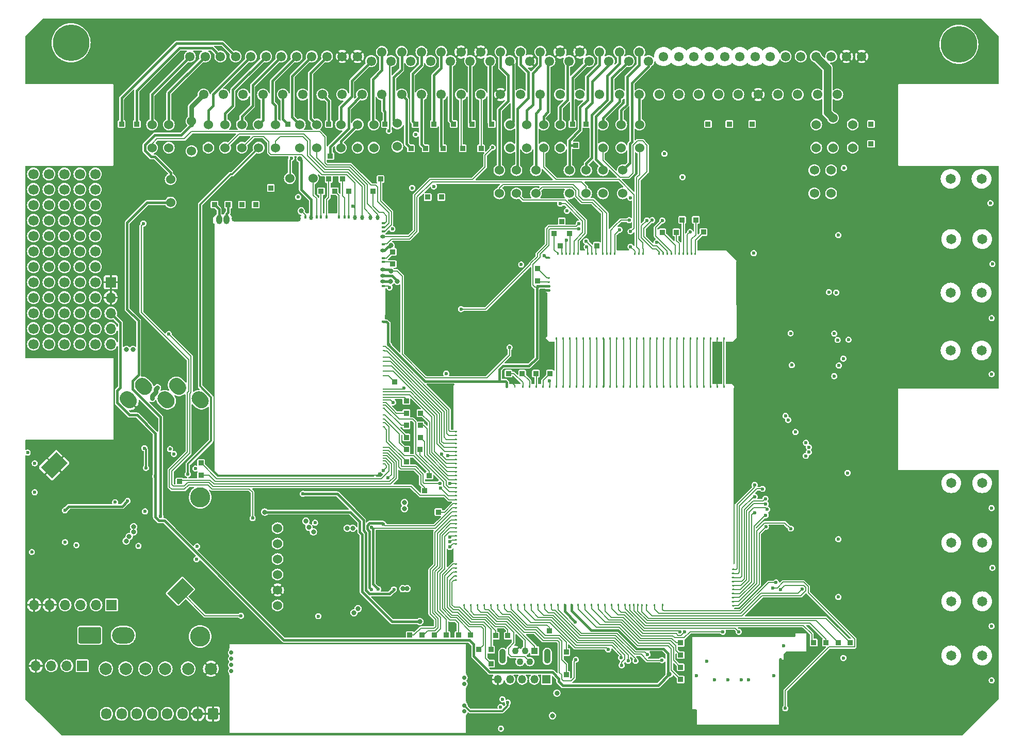
<source format=gbl>
G04 #@! TF.GenerationSoftware,KiCad,Pcbnew,8.0.9-8.0.9-0~ubuntu24.04.1*
G04 #@! TF.CreationDate,2026-01-16T20:05:40+00:00*
G04 #@! TF.ProjectId,hellen88bmw,68656c6c-656e-4383-9862-6d772e6b6963,B*
G04 #@! TF.SameCoordinates,PX3d1b110PY9269338*
G04 #@! TF.FileFunction,Copper,L4,Bot*
G04 #@! TF.FilePolarity,Positive*
%FSLAX46Y46*%
G04 Gerber Fmt 4.6, Leading zero omitted, Abs format (unit mm)*
G04 Created by KiCad (PCBNEW 8.0.9-8.0.9-0~ubuntu24.04.1) date 2026-01-16 20:05:40*
%MOMM*%
%LPD*%
G01*
G04 APERTURE LIST*
G04 #@! TA.AperFunction,ComponentPad*
%ADD10C,6.000000*%
G04 #@! TD*
G04 #@! TA.AperFunction,ComponentPad*
%ADD11C,1.550000*%
G04 #@! TD*
G04 #@! TA.AperFunction,ComponentPad*
%ADD12C,1.524000*%
G04 #@! TD*
G04 #@! TA.AperFunction,ComponentPad*
%ADD13R,1.700000X1.700000*%
G04 #@! TD*
G04 #@! TA.AperFunction,ComponentPad*
%ADD14O,1.700000X1.700000*%
G04 #@! TD*
G04 #@! TA.AperFunction,ComponentPad*
%ADD15C,1.650000*%
G04 #@! TD*
G04 #@! TA.AperFunction,ComponentPad*
%ADD16R,0.850000X0.850000*%
G04 #@! TD*
G04 #@! TA.AperFunction,ComponentPad*
%ADD17R,1.350000X1.350000*%
G04 #@! TD*
G04 #@! TA.AperFunction,ComponentPad*
%ADD18O,1.350000X1.350000*%
G04 #@! TD*
G04 #@! TA.AperFunction,ComponentPad*
%ADD19C,1.700000*%
G04 #@! TD*
G04 #@! TA.AperFunction,ComponentPad*
%ADD20C,2.000000*%
G04 #@! TD*
G04 #@! TA.AperFunction,ComponentPad*
%ADD21C,1.300000*%
G04 #@! TD*
G04 #@! TA.AperFunction,ComponentPad*
%ADD22C,0.599999*%
G04 #@! TD*
G04 #@! TA.AperFunction,ComponentPad*
%ADD23O,3.700000X2.700000*%
G04 #@! TD*
G04 #@! TA.AperFunction,ComponentPad*
%ADD24C,0.700000*%
G04 #@! TD*
G04 #@! TA.AperFunction,SMDPad,CuDef*
%ADD25R,0.250000X3.100000*%
G04 #@! TD*
G04 #@! TA.AperFunction,SMDPad,CuDef*
%ADD26R,0.250000X2.250000*%
G04 #@! TD*
G04 #@! TA.AperFunction,SMDPad,CuDef*
%ADD27R,0.250000X5.050000*%
G04 #@! TD*
G04 #@! TA.AperFunction,SMDPad,CuDef*
%ADD28R,39.250000X0.250000*%
G04 #@! TD*
G04 #@! TA.AperFunction,SMDPad,CuDef*
%ADD29R,0.250000X9.750000*%
G04 #@! TD*
G04 #@! TA.AperFunction,SMDPad,CuDef*
%ADD30R,0.250000X0.950000*%
G04 #@! TD*
G04 #@! TA.AperFunction,ComponentPad*
%ADD31O,1.700000X1.850000*%
G04 #@! TD*
G04 #@! TA.AperFunction,ComponentPad*
%ADD32R,1.100000X1.100000*%
G04 #@! TD*
G04 #@! TA.AperFunction,ComponentPad*
%ADD33C,1.100000*%
G04 #@! TD*
G04 #@! TA.AperFunction,ComponentPad*
%ADD34O,1.100000X2.400000*%
G04 #@! TD*
G04 #@! TA.AperFunction,ComponentPad*
%ADD35C,3.302000*%
G04 #@! TD*
G04 #@! TA.AperFunction,SMDPad,CuDef*
%ADD36O,25.600000X0.200000*%
G04 #@! TD*
G04 #@! TA.AperFunction,SMDPad,CuDef*
%ADD37O,0.200000X40.800000*%
G04 #@! TD*
G04 #@! TA.AperFunction,SMDPad,CuDef*
%ADD38O,1.000001X1.500000*%
G04 #@! TD*
G04 #@! TA.AperFunction,SMDPad,CuDef*
%ADD39O,11.400000X1.100000*%
G04 #@! TD*
G04 #@! TA.AperFunction,SMDPad,CuDef*
%ADD40O,0.399999X0.599999*%
G04 #@! TD*
G04 #@! TA.AperFunction,SMDPad,CuDef*
%ADD41O,0.599999X0.800001*%
G04 #@! TD*
G04 #@! TA.AperFunction,SMDPad,CuDef*
%ADD42O,0.599999X0.399999*%
G04 #@! TD*
G04 #@! TA.AperFunction,SMDPad,CuDef*
%ADD43O,0.800001X0.599999*%
G04 #@! TD*
G04 #@! TA.AperFunction,SMDPad,CuDef*
%ADD44O,0.399999X0.200000*%
G04 #@! TD*
G04 #@! TA.AperFunction,SMDPad,CuDef*
%ADD45O,0.499999X11.400000*%
G04 #@! TD*
G04 #@! TA.AperFunction,SMDPad,CuDef*
%ADD46O,17.400001X0.399999*%
G04 #@! TD*
G04 #@! TA.AperFunction,SMDPad,CuDef*
%ADD47O,14.449999X0.499999*%
G04 #@! TD*
G04 #@! TA.AperFunction,SMDPad,CuDef*
%ADD48O,0.499999X2.999999*%
G04 #@! TD*
G04 #@! TA.AperFunction,SMDPad,CuDef*
%ADD49O,1.200000X0.499999*%
G04 #@! TD*
G04 #@! TA.AperFunction,SMDPad,CuDef*
%ADD50O,0.499999X12.700000*%
G04 #@! TD*
G04 #@! TA.AperFunction,ViaPad*
%ADD51C,0.600000*%
G04 #@! TD*
G04 #@! TA.AperFunction,ViaPad*
%ADD52C,0.800000*%
G04 #@! TD*
G04 #@! TA.AperFunction,ViaPad*
%ADD53C,1.300000*%
G04 #@! TD*
G04 #@! TA.AperFunction,ViaPad*
%ADD54C,0.812800*%
G04 #@! TD*
G04 #@! TA.AperFunction,Conductor*
%ADD55C,0.400000*%
G04 #@! TD*
G04 #@! TA.AperFunction,Conductor*
%ADD56C,0.300000*%
G04 #@! TD*
G04 #@! TA.AperFunction,Conductor*
%ADD57C,0.200000*%
G04 #@! TD*
G04 #@! TA.AperFunction,Conductor*
%ADD58C,0.800000*%
G04 #@! TD*
G04 #@! TA.AperFunction,Conductor*
%ADD59C,1.300000*%
G04 #@! TD*
G04 #@! TA.AperFunction,Conductor*
%ADD60C,0.254000*%
G04 #@! TD*
G04 #@! TA.AperFunction,Conductor*
%ADD61C,0.250000*%
G04 #@! TD*
G04 APERTURE END LIST*
D10*
G04 #@! TO.P,PP1,*
G04 #@! TO.N,*
X7632400Y113856400D03*
X153342400Y113606400D03*
D11*
G04 #@! TO.P,PP1,1,1*
G04 #@! TO.N,Net-(JP1-Pad1)*
X27142400Y111606400D03*
G04 #@! TO.P,PP1,2,2*
G04 #@! TO.N,/OUT_ICV*
X32142400Y111606400D03*
G04 #@! TO.P,PP1,3,3*
G04 #@! TO.N,Net-(JP3-Pad1)*
X37142400Y111606400D03*
G04 #@! TO.P,PP1,4,4*
G04 #@! TO.N,Net-(JP4-Pad1)*
X42142400Y111606400D03*
G04 #@! TO.P,PP1,5,5*
G04 #@! TO.N,Net-(JP5-Pad1)*
X47142400Y111606400D03*
G04 #@! TO.P,PP1,6,6*
G04 #@! TO.N,GND*
X52142400Y111606400D03*
G04 #@! TO.P,PP1,7,7*
G04 #@! TO.N,Net-(JP7-Pad1)*
X56892400Y110856400D03*
G04 #@! TO.P,PP1,8,8*
G04 #@! TO.N,Net-(JP8-Pad1)*
X60142400Y110856400D03*
G04 #@! TO.P,PP1,9,9*
G04 #@! TO.N,unconnected-(PP1-Pad9)*
X63392400Y110856400D03*
G04 #@! TO.P,PP1,10,10*
G04 #@! TO.N,unconnected-(PP1-Pad10)*
X66642400Y110856400D03*
G04 #@! TO.P,PP1,11,11*
G04 #@! TO.N,Net-(PP1-Pad11)*
X69892400Y110856400D03*
G04 #@! TO.P,PP1,12,12*
G04 #@! TO.N,Net-(PP1-Pad12)*
X73142400Y110856400D03*
G04 #@! TO.P,PP1,13,13*
G04 #@! TO.N,Net-(PP1-Pad13)*
X76392400Y110856400D03*
G04 #@! TO.P,PP1,14,14*
G04 #@! TO.N,Net-(JP14-Pad1)*
X79642400Y110856400D03*
G04 #@! TO.P,PP1,15,15*
G04 #@! TO.N,GND*
X82892400Y110856400D03*
G04 #@! TO.P,PP1,16,16*
G04 #@! TO.N,Net-(JP16-Pad1)*
X86142400Y110856400D03*
G04 #@! TO.P,PP1,17,17*
G04 #@! TO.N,Net-(JP17-Pad1)*
X89392400Y110856400D03*
G04 #@! TO.P,PP1,18,18*
G04 #@! TO.N,Net-(PP1-Pad18)*
X92642400Y110856400D03*
G04 #@! TO.P,PP1,19,19*
G04 #@! TO.N,Net-(PP1-Pad19)*
X95892400Y110856400D03*
G04 #@! TO.P,PP1,20,20*
G04 #@! TO.N,Net-(JP20-Pad1)*
X99142400Y110856400D03*
G04 #@! TO.P,PP1,21,21*
G04 #@! TO.N,Net-(JP21-Pad1)*
X102392400Y110856400D03*
G04 #@! TO.P,PP1,22,22*
G04 #@! TO.N,/HV_7*
X107392400Y111606400D03*
G04 #@! TO.P,PP1,23,23*
G04 #@! TO.N,/HV_4*
X112392400Y111606400D03*
G04 #@! TO.P,PP1,24,24*
G04 #@! TO.N,/HV_6*
X117392400Y111606400D03*
G04 #@! TO.P,PP1,25,25*
G04 #@! TO.N,/HV_5*
X122392400Y111606400D03*
G04 #@! TO.P,PP1,26,26*
G04 #@! TO.N,Net-(JP26-Pad1)*
X127392400Y111606400D03*
G04 #@! TO.P,PP1,27,27*
G04 #@! TO.N,Net-(JP27-Pad1)*
X132392400Y111606400D03*
G04 #@! TO.P,PP1,28,28*
G04 #@! TO.N,GND*
X137392400Y111606400D03*
G04 #@! TO.P,PP1,29,29*
G04 #@! TO.N,Net-(JP29-Pad1)*
X29642400Y111606400D03*
G04 #@! TO.P,PP1,30,30*
G04 #@! TO.N,Net-(PP1-Pad30)*
X34642400Y111606400D03*
G04 #@! TO.P,PP1,31,31*
G04 #@! TO.N,Net-(JP31-Pad1)*
X39642400Y111606400D03*
G04 #@! TO.P,PP1,32,32*
G04 #@! TO.N,Net-(JP32-Pad1)*
X44642400Y111606400D03*
G04 #@! TO.P,PP1,33,33*
G04 #@! TO.N,Net-(JP33-Pad1)*
X49642400Y111606400D03*
G04 #@! TO.P,PP1,34,34*
G04 #@! TO.N,GND*
X54642400Y111606400D03*
G04 #@! TO.P,PP1,35,35*
G04 #@! TO.N,Net-(JP35-Pad1)*
X58642400Y112356400D03*
G04 #@! TO.P,PP1,36,36*
G04 #@! TO.N,Net-(JP36-Pad1)*
X61892400Y112356400D03*
G04 #@! TO.P,PP1,37,37*
G04 #@! TO.N,Net-(PP1-Pad37)*
X65142400Y112356400D03*
G04 #@! TO.P,PP1,38,38*
G04 #@! TO.N,Net-(PP1-Pad38)*
X68392400Y112356400D03*
G04 #@! TO.P,PP1,39,39*
G04 #@! TO.N,GND*
X71642400Y112356400D03*
G04 #@! TO.P,PP1,40,40*
X74892400Y112356400D03*
G04 #@! TO.P,PP1,41,41*
G04 #@! TO.N,Net-(JP41-Pad1)*
X78142400Y112356400D03*
G04 #@! TO.P,PP1,42,42*
G04 #@! TO.N,Net-(JP42-Pad1)*
X81392400Y112356400D03*
G04 #@! TO.P,PP1,43,43*
G04 #@! TO.N,Net-(JP43-Pad1)*
X84642400Y112356400D03*
G04 #@! TO.P,PP1,44,44*
G04 #@! TO.N,GND*
X87892400Y112356400D03*
G04 #@! TO.P,PP1,45,45*
X91142400Y112356400D03*
G04 #@! TO.P,PP1,46,46*
G04 #@! TO.N,Net-(JP46-Pad1)*
X94392400Y112356400D03*
G04 #@! TO.P,PP1,47,47*
G04 #@! TO.N,Net-(JP47-Pad1)*
X97642400Y112356400D03*
G04 #@! TO.P,PP1,48,48*
G04 #@! TO.N,Net-(JP48-Pad1)*
X100892400Y112356400D03*
G04 #@! TO.P,PP1,49,49*
G04 #@! TO.N,/HV_8*
X104892400Y111606400D03*
G04 #@! TO.P,PP1,50,50*
G04 #@! TO.N,/HV_1*
X109892400Y111606400D03*
G04 #@! TO.P,PP1,51,51*
G04 #@! TO.N,/HV_2*
X114892400Y111606400D03*
G04 #@! TO.P,PP1,52,52*
G04 #@! TO.N,/HV_3*
X119892400Y111606400D03*
G04 #@! TO.P,PP1,53,53*
G04 #@! TO.N,unconnected-(PP1-Pad53)*
X124892400Y111606400D03*
G04 #@! TO.P,PP1,54,54*
G04 #@! TO.N,Net-(JP54-Pad1)*
X129892400Y111606400D03*
G04 #@! TO.P,PP1,55,55*
G04 #@! TO.N,GND*
X134892400Y111606400D03*
G04 #@! TO.P,PP1,56,56*
G04 #@! TO.N,Net-(JP2-Pad1)*
X29392400Y105356400D03*
G04 #@! TO.P,PP1,57,57*
G04 #@! TO.N,unconnected-(PP1-Pad57)*
X32642400Y105356400D03*
G04 #@! TO.P,PP1,58,58*
G04 #@! TO.N,unconnected-(PP1-Pad58)*
X35892400Y105356400D03*
G04 #@! TO.P,PP1,59,59*
G04 #@! TO.N,Net-(JP59-Pad1)*
X39142400Y105356400D03*
G04 #@! TO.P,PP1,60,60*
G04 #@! TO.N,Net-(PP1-Pad60)*
X42392400Y105356400D03*
G04 #@! TO.P,PP1,61,61*
G04 #@! TO.N,unconnected-(PP1-Pad61)*
X45642400Y105356400D03*
G04 #@! TO.P,PP1,62,62*
G04 #@! TO.N,Net-(PP1-Pad62)*
X48892400Y105356400D03*
G04 #@! TO.P,PP1,63,63*
G04 #@! TO.N,unconnected-(PP1-Pad63)*
X52142400Y105356400D03*
G04 #@! TO.P,PP1,64,64*
G04 #@! TO.N,Net-(PP1-Pad64)*
X55392400Y105356400D03*
G04 #@! TO.P,PP1,65,65*
G04 #@! TO.N,Net-(PP1-Pad65)*
X58642400Y105356400D03*
G04 #@! TO.P,PP1,66,66*
G04 #@! TO.N,Net-(PP1-Pad66)*
X61892400Y105356400D03*
G04 #@! TO.P,PP1,67,67*
G04 #@! TO.N,Net-(PP1-Pad67)*
X65142400Y105356400D03*
G04 #@! TO.P,PP1,68,68*
G04 #@! TO.N,Net-(PP1-Pad68)*
X68392400Y105356400D03*
G04 #@! TO.P,PP1,69,69*
G04 #@! TO.N,/IN_KNOCK1_RAW*
X71642400Y105356400D03*
G04 #@! TO.P,PP1,70,70*
G04 #@! TO.N,/IN_KNOCK2_RAW*
X74892400Y105356400D03*
G04 #@! TO.P,PP1,71,71*
G04 #@! TO.N,GND*
X78142400Y105356400D03*
G04 #@! TO.P,PP1,72,72*
G04 #@! TO.N,unconnected-(PP1-Pad72)*
X81392400Y105356400D03*
G04 #@! TO.P,PP1,73,73*
G04 #@! TO.N,Net-(JP73-Pad1)*
X84642400Y105356400D03*
G04 #@! TO.P,PP1,74,74*
G04 #@! TO.N,unconnected-(PP1-Pad74)*
X87892400Y105356400D03*
G04 #@! TO.P,PP1,75,75*
G04 #@! TO.N,unconnected-(PP1-Pad75)*
X91142400Y105356400D03*
G04 #@! TO.P,PP1,76,76*
G04 #@! TO.N,unconnected-(PP1-Pad76)*
X94392400Y105356400D03*
G04 #@! TO.P,PP1,77,77*
G04 #@! TO.N,Net-(JP77-Pad1)*
X97642400Y105356400D03*
G04 #@! TO.P,PP1,78,78*
G04 #@! TO.N,Net-(JP78-Pad1)*
X100892400Y105356400D03*
G04 #@! TO.P,PP1,79,79*
G04 #@! TO.N,unconnected-(PP1-Pad79)*
X104142400Y105356400D03*
G04 #@! TO.P,PP1,80,80*
G04 #@! TO.N,unconnected-(PP1-Pad80)*
X107392400Y105356400D03*
G04 #@! TO.P,PP1,81,81*
G04 #@! TO.N,Net-(PP1-Pad81)*
X110642400Y105356400D03*
G04 #@! TO.P,PP1,82,82*
G04 #@! TO.N,Net-(PP1-Pad82)*
X113892400Y105356400D03*
G04 #@! TO.P,PP1,83,83*
G04 #@! TO.N,Net-(PP1-Pad83)*
X117142400Y105356400D03*
G04 #@! TO.P,PP1,84,84*
G04 #@! TO.N,GND*
X120392400Y105356400D03*
G04 #@! TO.P,PP1,85,85*
G04 #@! TO.N,Net-(JP85-Pad1)*
X123642400Y105356400D03*
G04 #@! TO.P,PP1,86,86*
G04 #@! TO.N,Net-(JP86-Pad1)*
X126892400Y105356400D03*
G04 #@! TO.P,PP1,87,87*
G04 #@! TO.N,Net-(PP1-Pad87)*
X130142400Y105356400D03*
G04 #@! TO.P,PP1,88,88*
G04 #@! TO.N,Net-(PP1-Pad88)*
X133392400Y105356400D03*
G04 #@! TD*
D12*
G04 #@! TO.P,JP1,1,1*
G04 #@! TO.N,Net-(JP1-Pad1)*
X20926000Y100428000D03*
G04 #@! TO.P,JP1,2,2*
G04 #@! TO.N,/OUT_FUEL_PUMP_RELAY*
X20926000Y96618000D03*
G04 #@! TD*
G04 #@! TO.P,JP3,1,1*
G04 #@! TO.N,Net-(JP3-Pad1)*
X30176000Y100428000D03*
G04 #@! TO.P,JP3,2,2*
G04 #@! TO.N,/OUT_INJ5*
X30176000Y96618000D03*
G04 #@! TD*
G04 #@! TO.P,JP4,1,1*
G04 #@! TO.N,Net-(JP4-Pad1)*
X35676000Y100428000D03*
G04 #@! TO.P,JP4,2,2*
G04 #@! TO.N,/OUT_INJ6*
X35676000Y96618000D03*
G04 #@! TD*
G04 #@! TO.P,JP5,1,1*
G04 #@! TO.N,Net-(JP5-Pad1)*
X45176000Y100428000D03*
G04 #@! TO.P,JP5,2,2*
G04 #@! TO.N,/OUT_INJ4*
X45176000Y96618000D03*
G04 #@! TD*
G04 #@! TO.P,JP7,1,1*
G04 #@! TO.N,Net-(JP7-Pad1)*
X51926000Y100428000D03*
G04 #@! TO.P,JP7,2,2*
G04 #@! TO.N,/OUT_INJ7*
X51926000Y96618000D03*
G04 #@! TD*
G04 #@! TO.P,JP16,1,1*
G04 #@! TO.N,Net-(JP16-Pad1)*
X85176000Y100428000D03*
G04 #@! TO.P,JP16,2,2*
G04 #@! TO.N,/IN_CRANK-*
X85176000Y96618000D03*
G04 #@! TD*
G04 #@! TO.P,JP17,1,1*
G04 #@! TO.N,Net-(JP17-Pad1)*
X87926000Y100428000D03*
G04 #@! TO.P,JP17,2,2*
G04 #@! TO.N,/IN_CAM*
X87926000Y96618000D03*
G04 #@! TD*
G04 #@! TO.P,JP20,1,1*
G04 #@! TO.N,Net-(JP20-Pad1)*
X94926000Y92928000D03*
G04 #@! TO.P,JP20,2,2*
G04 #@! TO.N,/USBP*
X94926000Y89118000D03*
G04 #@! TD*
G04 #@! TO.P,JP21,1,1*
G04 #@! TO.N,Net-(JP21-Pad1)*
X98176000Y92928000D03*
G04 #@! TO.P,JP21,2,2*
G04 #@! TO.N,/USBM*
X98176000Y89118000D03*
G04 #@! TD*
G04 #@! TO.P,JP26,1,1*
G04 #@! TO.N,Net-(JP26-Pad1)*
X129926000Y100428000D03*
G04 #@! TO.P,JP26,2,2*
G04 #@! TO.N,/V12_PERM*
X129926000Y96618000D03*
G04 #@! TD*
G04 #@! TO.P,JP27,1,1*
G04 #@! TO.N,Net-(JP27-Pad1)*
X135926000Y100428000D03*
G04 #@! TO.P,JP27,2,2*
G04 #@! TO.N,/OUT_MAIN_RELAY*
X135926000Y96618000D03*
G04 #@! TD*
G04 #@! TO.P,JP29,1,1*
G04 #@! TO.N,Net-(JP29-Pad1)*
X23676000Y100428000D03*
G04 #@! TO.P,JP29,2,2*
G04 #@! TO.N,/OUT_IDLE*
X23676000Y96618000D03*
G04 #@! TD*
G04 #@! TO.P,JP31,1,1*
G04 #@! TO.N,Net-(JP31-Pad1)*
X32926000Y100428000D03*
G04 #@! TO.P,JP31,2,2*
G04 #@! TO.N,/OUT_INJ3*
X32926000Y96618000D03*
G04 #@! TD*
G04 #@! TO.P,JP32,1,1*
G04 #@! TO.N,Net-(JP32-Pad1)*
X41176000Y100428000D03*
G04 #@! TO.P,JP32,2,2*
G04 #@! TO.N,/OUT_INJ2*
X41176000Y96618000D03*
G04 #@! TD*
G04 #@! TO.P,JP33,1,1*
G04 #@! TO.N,Net-(JP33-Pad1)*
X47926000Y100428000D03*
G04 #@! TO.P,JP33,2,2*
G04 #@! TO.N,/OUT_INJ1*
X47926000Y96618000D03*
G04 #@! TD*
G04 #@! TO.P,JP35,1,1*
G04 #@! TO.N,Net-(JP35-Pad1)*
X57326000Y100428000D03*
G04 #@! TO.P,JP35,2,2*
G04 #@! TO.N,/OUT_INJ8*
X57326000Y96618000D03*
G04 #@! TD*
G04 #@! TO.P,JP41,1,1*
G04 #@! TO.N,Net-(JP41-Pad1)*
X77926000Y92928000D03*
G04 #@! TO.P,JP41,2,2*
G04 #@! TO.N,/IN_MAF*
X77926000Y89118000D03*
G04 #@! TD*
G04 #@! TO.P,JP42,1,1*
G04 #@! TO.N,Net-(JP42-Pad1)*
X80726000Y92928000D03*
G04 #@! TO.P,JP42,2,2*
G04 #@! TO.N,/IN_VSS*
X80726000Y89118000D03*
G04 #@! TD*
G04 #@! TO.P,JP43,1,1*
G04 #@! TO.N,Net-(JP43-Pad1)*
X82426000Y100428000D03*
G04 #@! TO.P,JP43,2,2*
G04 #@! TO.N,/IN_CRANK+*
X82426000Y96618000D03*
G04 #@! TD*
G04 #@! TO.P,JP46,1,1*
G04 #@! TO.N,Net-(JP46-Pad1)*
X89426000Y92928000D03*
G04 #@! TO.P,JP46,2,2*
G04 #@! TO.N,/OUT_FUEL_CONSUM*
X89426000Y89118000D03*
G04 #@! TD*
G04 #@! TO.P,JP47,1,1*
G04 #@! TO.N,Net-(JP47-Pad1)*
X92176000Y92928000D03*
G04 #@! TO.P,JP47,2,2*
G04 #@! TO.N,/OUT_TACH*
X92176000Y89118000D03*
G04 #@! TD*
G04 #@! TO.P,JP54,1,1*
G04 #@! TO.N,Net-(JP54-Pad1)*
X132676000Y101523000D03*
G04 #@! TO.P,JP54,2,2*
G04 #@! TO.N,+12V_RAW*
X132676000Y96623000D03*
G04 #@! TD*
G04 #@! TO.P,JP56,1,1*
G04 #@! TO.N,Net-(JP2-Pad1)*
X27426000Y100973000D03*
G04 #@! TO.P,JP56,2,2*
G04 #@! TO.N,+12V_RAW*
X27426000Y96073000D03*
G04 #@! TD*
G04 #@! TO.P,JP73,1,1*
G04 #@! TO.N,Net-(JP73-Pad1)*
X83926000Y92928000D03*
G04 #@! TO.P,JP73,2,2*
G04 #@! TO.N,/IN_TPS*
X83926000Y89118000D03*
G04 #@! TD*
G04 #@! TO.P,JP77,1,1*
G04 #@! TO.N,Net-(JP77-Pad1)*
X94926000Y100428000D03*
G04 #@! TO.P,JP77,2,2*
G04 #@! TO.N,/IN_IAT*
X94926000Y96618000D03*
G04 #@! TD*
G04 #@! TO.P,JP78,1,1*
G04 #@! TO.N,Net-(JP78-Pad1)*
X100926000Y100428000D03*
G04 #@! TO.P,JP78,2,2*
G04 #@! TO.N,/IN_CLT*
X100926000Y96618000D03*
G04 #@! TD*
G04 #@! TO.P,JP85,1,1*
G04 #@! TO.N,Net-(JP85-Pad1)*
X132376000Y92928000D03*
G04 #@! TO.P,JP85,2,2*
G04 #@! TO.N,/CAN-*
X132376000Y89118000D03*
G04 #@! TD*
G04 #@! TO.P,JP86,1,1*
G04 #@! TO.N,Net-(JP86-Pad1)*
X129626000Y92928000D03*
G04 #@! TO.P,JP86,2,2*
G04 #@! TO.N,/CAN+*
X129626000Y89118000D03*
G04 #@! TD*
G04 #@! TO.P,JP59,1,1*
G04 #@! TO.N,Net-(JP59-Pad1)*
X38426000Y100428000D03*
G04 #@! TO.P,JP59,2,2*
G04 #@! TO.N,+5VP*
X38426000Y96618000D03*
G04 #@! TD*
D13*
G04 #@! TO.P,J4,1,Pin_1*
G04 #@! TO.N,GND*
X14158000Y74529000D03*
D14*
G04 #@! TO.P,J4,2,Pin_2*
X14158000Y71989000D03*
G04 #@! TO.P,J4,3,Pin_3*
G04 #@! TO.N,+3V3*
X14158000Y69449000D03*
G04 #@! TO.P,J4,4,Pin_4*
G04 #@! TO.N,+5V*
X14158000Y66909000D03*
G04 #@! TO.P,J4,5,Pin_5*
G04 #@! TO.N,+12V_RAW*
X14158000Y64369000D03*
G04 #@! TD*
D15*
G04 #@! TO.P,F3,1,1*
G04 #@! TO.N,/HV_6*
X157066000Y72823000D03*
G04 #@! TO.P,F3,2,2*
G04 #@! TO.N,/COIL_6*
X151986000Y72823000D03*
G04 #@! TD*
D16*
G04 #@! TO.P,VIN16,1,Pin_1*
G04 #@! TO.N,Net-(M7-PadE4)*
X84176000Y76773000D03*
G04 #@! TD*
D17*
G04 #@! TO.P,J2,1,Pin_1*
G04 #@! TO.N,/VBUS*
X85676000Y9273000D03*
D18*
G04 #@! TO.P,J2,2,Pin_2*
G04 #@! TO.N,/USBM*
X83676000Y9273000D03*
G04 #@! TO.P,J2,3,Pin_3*
G04 #@! TO.N,/USBP*
X81676000Y9273000D03*
G04 #@! TO.P,J2,4,Pin_4*
G04 #@! TO.N,unconnected-(J2-Pad4)*
X79676000Y9273000D03*
G04 #@! TO.P,J2,5,Pin_5*
G04 #@! TO.N,GND*
X77676000Y9273000D03*
G04 #@! TD*
D16*
G04 #@! TO.P,VIN5,1,Pin_1*
G04 #@! TO.N,Net-(M7-PadS9)*
X93926000Y80523000D03*
G04 #@! TD*
G04 #@! TO.P,VOUT27,1,Pin_1*
G04 #@! TO.N,Net-(M9-PadW39)*
X28976000Y44823000D03*
G04 #@! TD*
G04 #@! TO.P,MMCU14,1,Pin_1*
G04 #@! TO.N,Net-(M11-PadE16)*
X67926000Y36773000D03*
G04 #@! TD*
G04 #@! TO.P,MMCU4,1,Pin_1*
G04 #@! TO.N,Net-(M11-PadN6)*
X131526001Y15323000D03*
G04 #@! TD*
G04 #@! TO.P,MMCU31,1,Pin_1*
G04 #@! TO.N,Net-(M11-PadE13)*
X63226000Y16573000D03*
G04 #@! TD*
G04 #@! TO.P,cr8,1,Pin_1*
G04 #@! TO.N,Net-(PP1-Pad30)*
X15926000Y100523000D03*
G04 #@! TD*
G04 #@! TO.P,VOUT24,1,Pin_1*
G04 #@! TO.N,Net-(M9-PadW21)*
X60776000Y58123000D03*
G04 #@! TD*
G04 #@! TO.P,MMCU28,1,Pin_1*
G04 #@! TO.N,Net-(M11-PadE9)*
X71226000Y16573000D03*
G04 #@! TD*
G04 #@! TO.P,VOUT10,1,Pin_1*
G04 #@! TO.N,Net-(M9-PadS10)*
X49926000Y91474215D03*
G04 #@! TD*
D19*
G04 #@! TO.P,G6,1*
G04 #@! TO.N,Net-(G6-Pad1)*
X1458000Y77069000D03*
G04 #@! TO.P,G6,2*
G04 #@! TO.N,Net-(G6-Pad12)*
X3998000Y77069000D03*
G04 #@! TO.P,G6,3*
G04 #@! TO.N,Net-(G6-Pad13)*
X6538000Y77069000D03*
G04 #@! TO.P,G6,4*
G04 #@! TO.N,Net-(G6-Pad14)*
X9078000Y77069000D03*
G04 #@! TO.P,G6,5*
G04 #@! TO.N,Net-(G6-Pad10)*
X11618000Y77069000D03*
G04 #@! TO.P,G6,6*
G04 #@! TO.N,Net-(G6-Pad1)*
X1458000Y74529000D03*
G04 #@! TO.P,G6,7*
G04 #@! TO.N,Net-(G6-Pad12)*
X3998000Y74529000D03*
G04 #@! TO.P,G6,8*
G04 #@! TO.N,Net-(G6-Pad13)*
X6538000Y74529000D03*
G04 #@! TO.P,G6,9*
G04 #@! TO.N,Net-(G6-Pad14)*
X9078000Y74529000D03*
G04 #@! TO.P,G6,10*
G04 #@! TO.N,Net-(G6-Pad10)*
X11618000Y74529000D03*
G04 #@! TO.P,G6,11*
G04 #@! TO.N,Net-(G6-Pad1)*
X1458000Y71989000D03*
G04 #@! TO.P,G6,12*
G04 #@! TO.N,Net-(G6-Pad12)*
X3998000Y71989000D03*
G04 #@! TO.P,G6,13*
G04 #@! TO.N,Net-(G6-Pad13)*
X6538000Y71989000D03*
G04 #@! TO.P,G6,14*
G04 #@! TO.N,Net-(G6-Pad14)*
X9078000Y71989000D03*
G04 #@! TO.P,G6,15*
G04 #@! TO.N,Net-(G6-Pad10)*
X11618000Y71989000D03*
G04 #@! TD*
D16*
G04 #@! TO.P,cr1,1,Pin_1*
G04 #@! TO.N,Net-(PP1-Pad11)*
X70426000Y100523000D03*
G04 #@! TD*
G04 #@! TO.P,MMCU30,1,Pin_1*
G04 #@! TO.N,Net-(M11-PadE11)*
X67226000Y16573000D03*
G04 #@! TD*
G04 #@! TO.P,MMCU18,1,Pin_1*
G04 #@! TO.N,Net-(M11-PadE10)*
X69226000Y16573000D03*
G04 #@! TD*
G04 #@! TO.P,cr11,1,Pin_1*
G04 #@! TO.N,Net-(PP1-Pad38)*
X67176000Y100523000D03*
G04 #@! TD*
D20*
G04 #@! TO.P,P3,1,Pin_1*
G04 #@! TO.N,/LSU_CALIBR_RES*
X23090213Y11023000D03*
G04 #@! TD*
D16*
G04 #@! TO.P,MMCU9,1,Pin_1*
G04 #@! TO.N,Net-(M11-PadE1)*
X77326000Y16473000D03*
G04 #@! TD*
G04 #@! TO.P,VOUT5,1,Pin_1*
G04 #@! TO.N,Net-(M9-PadS9)*
X48676000Y89474215D03*
G04 #@! TD*
G04 #@! TO.P,VOUT13,1,Pin_1*
G04 #@! TO.N,Net-(M9-PadW27)*
X62676000Y53023000D03*
G04 #@! TD*
G04 #@! TO.P,KNOCK_RAW2,1,Pin_1*
G04 #@! TO.N,/IN_KNOCK2_RAW*
X74926000Y96523000D03*
G04 #@! TD*
G04 #@! TO.P,MMCU2,1,Pin_1*
G04 #@! TO.N,Net-(M11-PadN4)*
X135526000Y15323000D03*
G04 #@! TD*
G04 #@! TO.P,MMCU7,1,Pin_1*
G04 #@! TO.N,Net-(M11-PadN27)*
X88926000Y10023000D03*
G04 #@! TD*
D12*
G04 #@! TO.P,JP14,1,1*
G04 #@! TO.N,Net-(JP14-Pad1)*
X79676000Y100428000D03*
G04 #@! TO.P,JP14,2,2*
G04 #@! TO.N,/IN_MAF*
X79676000Y96618000D03*
G04 #@! TD*
G04 #@! TO.P,JP36,1,1*
G04 #@! TO.N,Net-(JP36-Pad1)*
X61176000Y100630500D03*
G04 #@! TO.P,JP36,2,2*
G04 #@! TO.N,/OUT_EVAP*
X61176000Y96820500D03*
G04 #@! TD*
G04 #@! TO.P,M7,E1,GND*
G04 #@! TO.N,GND*
G04 #@! TA.AperFunction,SMDPad,CuDef*
G36*
G01*
X85900998Y73366793D02*
X86150998Y73366793D01*
G75*
G02*
X86275998Y73241793I0J-125000D01*
G01*
X86275998Y73241793D01*
G75*
G02*
X86150998Y73116793I-125000J0D01*
G01*
X85900998Y73116793D01*
G75*
G02*
X85775998Y73241793I0J125000D01*
G01*
X85775998Y73241793D01*
G75*
G02*
X85900998Y73366793I125000J0D01*
G01*
G37*
G04 #@! TD.AperFunction*
G04 #@! TO.P,M7,E2,V5*
G04 #@! TO.N,+5V*
G04 #@! TA.AperFunction,SMDPad,CuDef*
G36*
G01*
X85900998Y74026794D02*
X86150998Y74026794D01*
G75*
G02*
X86275998Y73901794I0J-125000D01*
G01*
X86275998Y73901794D01*
G75*
G02*
X86150998Y73776794I-125000J0D01*
G01*
X85900998Y73776794D01*
G75*
G02*
X85775998Y73901794I0J125000D01*
G01*
X85775998Y73901794D01*
G75*
G02*
X85900998Y74026794I125000J0D01*
G01*
G37*
G04 #@! TD.AperFunction*
G04 #@! TO.P,M7,E3,WBO_O2S2*
G04 #@! TO.N,Net-(M7-PadE3)*
G04 #@! TA.AperFunction,SMDPad,CuDef*
G36*
G01*
X85900998Y74686795D02*
X86150998Y74686795D01*
G75*
G02*
X86275998Y74561795I0J-125000D01*
G01*
X86275998Y74561795D01*
G75*
G02*
X86150998Y74436795I-125000J0D01*
G01*
X85900998Y74436795D01*
G75*
G02*
X85775998Y74561795I0J125000D01*
G01*
X85775998Y74561795D01*
G75*
G02*
X85900998Y74686795I125000J0D01*
G01*
G37*
G04 #@! TD.AperFunction*
G04 #@! TO.P,M7,E4,WBO_O2S*
G04 #@! TO.N,Net-(M7-PadE4)*
G04 #@! TA.AperFunction,SMDPad,CuDef*
G36*
G01*
X85900998Y75346796D02*
X86150998Y75346796D01*
G75*
G02*
X86275998Y75221796I0J-125000D01*
G01*
X86275998Y75221796D01*
G75*
G02*
X86150998Y75096796I-125000J0D01*
G01*
X85900998Y75096796D01*
G75*
G02*
X85775998Y75221796I0J125000D01*
G01*
X85775998Y75221796D01*
G75*
G02*
X85900998Y75346796I125000J0D01*
G01*
G37*
G04 #@! TD.AperFunction*
G04 #@! TO.P,M7,E5,V5A*
G04 #@! TO.N,+5VA*
G04 #@! TA.AperFunction,SMDPad,CuDef*
G36*
G01*
X85900998Y78646803D02*
X86150998Y78646803D01*
G75*
G02*
X86275998Y78521803I0J-125000D01*
G01*
X86275998Y78521803D01*
G75*
G02*
X86150998Y78396803I-125000J0D01*
G01*
X85900998Y78396803D01*
G75*
G02*
X85775998Y78521803I0J125000D01*
G01*
X85775998Y78521803D01*
G75*
G02*
X85900998Y78646803I125000J0D01*
G01*
G37*
G04 #@! TD.AperFunction*
G04 #@! TO.P,M7,N1,V5A*
G04 #@! TA.AperFunction,SMDPad,CuDef*
G36*
G01*
X114671000Y65148000D02*
X114671000Y65398000D01*
G75*
G02*
X114796000Y65523000I125000J0D01*
G01*
X114796000Y65523000D01*
G75*
G02*
X114921000Y65398000I0J-125000D01*
G01*
X114921000Y65148000D01*
G75*
G02*
X114796000Y65023000I-125000J0D01*
G01*
X114796000Y65023000D01*
G75*
G02*
X114671000Y65148000I0J125000D01*
G01*
G37*
G04 #@! TD.AperFunction*
G04 #@! TO.P,M7,N2,GNDA*
G04 #@! TO.N,GND*
G04 #@! TA.AperFunction,SMDPad,CuDef*
G36*
G01*
X113820996Y65398000D02*
X113820996Y65148000D01*
G75*
G02*
X113695996Y65023000I-125000J0D01*
G01*
X113695996Y65023000D01*
G75*
G02*
X113570996Y65148000I0J125000D01*
G01*
X113570996Y65398000D01*
G75*
G02*
X113695996Y65523000I125000J0D01*
G01*
X113695996Y65523000D01*
G75*
G02*
X113820996Y65398000I0J-125000D01*
G01*
G37*
G04 #@! TD.AperFunction*
G04 #@! TO.P,M7,N3,RES2*
G04 #@! TO.N,/RES2*
G04 #@! TA.AperFunction,SMDPad,CuDef*
G36*
G01*
X112720995Y65398000D02*
X112720995Y65148000D01*
G75*
G02*
X112595995Y65023000I-125000J0D01*
G01*
X112595995Y65023000D01*
G75*
G02*
X112470995Y65148000I0J125000D01*
G01*
X112470995Y65398000D01*
G75*
G02*
X112595995Y65523000I125000J0D01*
G01*
X112595995Y65523000D01*
G75*
G02*
X112720995Y65398000I0J-125000D01*
G01*
G37*
G04 #@! TD.AperFunction*
G04 #@! TO.P,M7,N4,O2S2*
G04 #@! TO.N,/A1*
G04 #@! TA.AperFunction,SMDPad,CuDef*
G36*
G01*
X111620998Y65398000D02*
X111620998Y65148000D01*
G75*
G02*
X111495998Y65023000I-125000J0D01*
G01*
X111495998Y65023000D01*
G75*
G02*
X111370998Y65148000I0J125000D01*
G01*
X111370998Y65398000D01*
G75*
G02*
X111495998Y65523000I125000J0D01*
G01*
X111495998Y65523000D01*
G75*
G02*
X111620998Y65398000I0J-125000D01*
G01*
G37*
G04 #@! TD.AperFunction*
G04 #@! TO.P,M7,N5,PPS*
G04 #@! TO.N,/PPS1*
G04 #@! TA.AperFunction,SMDPad,CuDef*
G36*
G01*
X110521000Y65398000D02*
X110521000Y65148000D01*
G75*
G02*
X110396000Y65023000I-125000J0D01*
G01*
X110396000Y65023000D01*
G75*
G02*
X110271000Y65148000I0J125000D01*
G01*
X110271000Y65398000D01*
G75*
G02*
X110396000Y65523000I125000J0D01*
G01*
X110396000Y65523000D01*
G75*
G02*
X110521000Y65398000I0J-125000D01*
G01*
G37*
G04 #@! TD.AperFunction*
G04 #@! TO.P,M7,N6,RES1*
G04 #@! TO.N,/RES1*
G04 #@! TA.AperFunction,SMDPad,CuDef*
G36*
G01*
X109421002Y65398000D02*
X109421002Y65148000D01*
G75*
G02*
X109296002Y65023000I-125000J0D01*
G01*
X109296002Y65023000D01*
G75*
G02*
X109171002Y65148000I0J125000D01*
G01*
X109171002Y65398000D01*
G75*
G02*
X109296002Y65523000I125000J0D01*
G01*
X109296002Y65523000D01*
G75*
G02*
X109421002Y65398000I0J-125000D01*
G01*
G37*
G04 #@! TD.AperFunction*
G04 #@! TO.P,M7,N7,AUX4*
G04 #@! TO.N,/AUX4*
G04 #@! TA.AperFunction,SMDPad,CuDef*
G36*
G01*
X108321004Y65398000D02*
X108321004Y65148000D01*
G75*
G02*
X108196004Y65023000I-125000J0D01*
G01*
X108196004Y65023000D01*
G75*
G02*
X108071004Y65148000I0J125000D01*
G01*
X108071004Y65398000D01*
G75*
G02*
X108196004Y65523000I125000J0D01*
G01*
X108196004Y65523000D01*
G75*
G02*
X108321004Y65398000I0J-125000D01*
G01*
G37*
G04 #@! TD.AperFunction*
G04 #@! TO.P,M7,N8,AUX3*
G04 #@! TO.N,/TPS3*
G04 #@! TA.AperFunction,SMDPad,CuDef*
G36*
G01*
X107221006Y65398000D02*
X107221006Y65148000D01*
G75*
G02*
X107096006Y65023000I-125000J0D01*
G01*
X107096006Y65023000D01*
G75*
G02*
X106971006Y65148000I0J125000D01*
G01*
X106971006Y65398000D01*
G75*
G02*
X107096006Y65523000I125000J0D01*
G01*
X107096006Y65523000D01*
G75*
G02*
X107221006Y65398000I0J-125000D01*
G01*
G37*
G04 #@! TD.AperFunction*
G04 #@! TO.P,M7,N9,AUX2*
G04 #@! TO.N,/PPS2*
G04 #@! TA.AperFunction,SMDPad,CuDef*
G36*
G01*
X106121009Y65398000D02*
X106121009Y65148000D01*
G75*
G02*
X105996009Y65023000I-125000J0D01*
G01*
X105996009Y65023000D01*
G75*
G02*
X105871009Y65148000I0J125000D01*
G01*
X105871009Y65398000D01*
G75*
G02*
X105996009Y65523000I125000J0D01*
G01*
X105996009Y65523000D01*
G75*
G02*
X106121009Y65398000I0J-125000D01*
G01*
G37*
G04 #@! TD.AperFunction*
G04 #@! TO.P,M7,N10,AUX1*
G04 #@! TO.N,/TPS2*
G04 #@! TA.AperFunction,SMDPad,CuDef*
G36*
G01*
X105021011Y65398000D02*
X105021011Y65148000D01*
G75*
G02*
X104896011Y65023000I-125000J0D01*
G01*
X104896011Y65023000D01*
G75*
G02*
X104771011Y65148000I0J125000D01*
G01*
X104771011Y65398000D01*
G75*
G02*
X104896011Y65523000I125000J0D01*
G01*
X104896011Y65523000D01*
G75*
G02*
X105021011Y65398000I0J-125000D01*
G01*
G37*
G04 #@! TD.AperFunction*
G04 #@! TO.P,M7,N11,RES3*
G04 #@! TO.N,/A4*
G04 #@! TA.AperFunction,SMDPad,CuDef*
G36*
G01*
X103921013Y65398000D02*
X103921013Y65148000D01*
G75*
G02*
X103796013Y65023000I-125000J0D01*
G01*
X103796013Y65023000D01*
G75*
G02*
X103671013Y65148000I0J125000D01*
G01*
X103671013Y65398000D01*
G75*
G02*
X103796013Y65523000I125000J0D01*
G01*
X103796013Y65523000D01*
G75*
G02*
X103921013Y65398000I0J-125000D01*
G01*
G37*
G04 #@! TD.AperFunction*
G04 #@! TO.P,M7,N12,MAP3*
G04 #@! TO.N,/A2*
G04 #@! TA.AperFunction,SMDPad,CuDef*
G36*
G01*
X102821015Y65398000D02*
X102821015Y65148000D01*
G75*
G02*
X102696015Y65023000I-125000J0D01*
G01*
X102696015Y65023000D01*
G75*
G02*
X102571015Y65148000I0J125000D01*
G01*
X102571015Y65398000D01*
G75*
G02*
X102696015Y65523000I125000J0D01*
G01*
X102696015Y65523000D01*
G75*
G02*
X102821015Y65398000I0J-125000D01*
G01*
G37*
G04 #@! TD.AperFunction*
G04 #@! TO.P,M7,N13,MAP2*
G04 #@! TO.N,/MAP2*
G04 #@! TA.AperFunction,SMDPad,CuDef*
G36*
G01*
X101721017Y65398000D02*
X101721017Y65148000D01*
G75*
G02*
X101596017Y65023000I-125000J0D01*
G01*
X101596017Y65023000D01*
G75*
G02*
X101471017Y65148000I0J125000D01*
G01*
X101471017Y65398000D01*
G75*
G02*
X101596017Y65523000I125000J0D01*
G01*
X101596017Y65523000D01*
G75*
G02*
X101721017Y65398000I0J-125000D01*
G01*
G37*
G04 #@! TD.AperFunction*
G04 #@! TO.P,M7,N14,MAP1*
G04 #@! TO.N,/MAF*
G04 #@! TA.AperFunction,SMDPad,CuDef*
G36*
G01*
X100621020Y65398000D02*
X100621020Y65148000D01*
G75*
G02*
X100496020Y65023000I-125000J0D01*
G01*
X100496020Y65023000D01*
G75*
G02*
X100371020Y65148000I0J125000D01*
G01*
X100371020Y65398000D01*
G75*
G02*
X100496020Y65523000I125000J0D01*
G01*
X100496020Y65523000D01*
G75*
G02*
X100621020Y65398000I0J-125000D01*
G01*
G37*
G04 #@! TD.AperFunction*
G04 #@! TO.P,M7,N15,IAT*
G04 #@! TO.N,/IAT*
G04 #@! TA.AperFunction,SMDPad,CuDef*
G36*
G01*
X99521022Y65398000D02*
X99521022Y65148000D01*
G75*
G02*
X99396022Y65023000I-125000J0D01*
G01*
X99396022Y65023000D01*
G75*
G02*
X99271022Y65148000I0J125000D01*
G01*
X99271022Y65398000D01*
G75*
G02*
X99396022Y65523000I125000J0D01*
G01*
X99396022Y65523000D01*
G75*
G02*
X99521022Y65398000I0J-125000D01*
G01*
G37*
G04 #@! TD.AperFunction*
G04 #@! TO.P,M7,N16,CLT*
G04 #@! TO.N,/CLT*
G04 #@! TA.AperFunction,SMDPad,CuDef*
G36*
G01*
X98421024Y65398000D02*
X98421024Y65148000D01*
G75*
G02*
X98296024Y65023000I-125000J0D01*
G01*
X98296024Y65023000D01*
G75*
G02*
X98171024Y65148000I0J125000D01*
G01*
X98171024Y65398000D01*
G75*
G02*
X98296024Y65523000I125000J0D01*
G01*
X98296024Y65523000D01*
G75*
G02*
X98421024Y65398000I0J-125000D01*
G01*
G37*
G04 #@! TD.AperFunction*
G04 #@! TO.P,M7,N17,TPS*
G04 #@! TO.N,/TPS*
G04 #@! TA.AperFunction,SMDPad,CuDef*
G36*
G01*
X97321026Y65398000D02*
X97321026Y65148000D01*
G75*
G02*
X97196026Y65023000I-125000J0D01*
G01*
X97196026Y65023000D01*
G75*
G02*
X97071026Y65148000I0J125000D01*
G01*
X97071026Y65398000D01*
G75*
G02*
X97196026Y65523000I125000J0D01*
G01*
X97196026Y65523000D01*
G75*
G02*
X97321026Y65398000I0J-125000D01*
G01*
G37*
G04 #@! TD.AperFunction*
G04 #@! TO.P,M7,N18,O2S*
G04 #@! TO.N,/AFR*
G04 #@! TA.AperFunction,SMDPad,CuDef*
G36*
G01*
X96221028Y65398000D02*
X96221028Y65148000D01*
G75*
G02*
X96096028Y65023000I-125000J0D01*
G01*
X96096028Y65023000D01*
G75*
G02*
X95971028Y65148000I0J125000D01*
G01*
X95971028Y65398000D01*
G75*
G02*
X96096028Y65523000I125000J0D01*
G01*
X96096028Y65523000D01*
G75*
G02*
X96221028Y65398000I0J-125000D01*
G01*
G37*
G04 #@! TD.AperFunction*
G04 #@! TO.P,M7,N19,CAM*
G04 #@! TO.N,/CAM*
G04 #@! TA.AperFunction,SMDPad,CuDef*
G36*
G01*
X95121031Y65398000D02*
X95121031Y65148000D01*
G75*
G02*
X94996031Y65023000I-125000J0D01*
G01*
X94996031Y65023000D01*
G75*
G02*
X94871031Y65148000I0J125000D01*
G01*
X94871031Y65398000D01*
G75*
G02*
X94996031Y65523000I125000J0D01*
G01*
X94996031Y65523000D01*
G75*
G02*
X95121031Y65398000I0J-125000D01*
G01*
G37*
G04 #@! TD.AperFunction*
G04 #@! TO.P,M7,N20,VSS*
G04 #@! TO.N,/VSS*
G04 #@! TA.AperFunction,SMDPad,CuDef*
G36*
G01*
X94021033Y65398000D02*
X94021033Y65148000D01*
G75*
G02*
X93896033Y65023000I-125000J0D01*
G01*
X93896033Y65023000D01*
G75*
G02*
X93771033Y65148000I0J125000D01*
G01*
X93771033Y65398000D01*
G75*
G02*
X93896033Y65523000I125000J0D01*
G01*
X93896033Y65523000D01*
G75*
G02*
X94021033Y65398000I0J-125000D01*
G01*
G37*
G04 #@! TD.AperFunction*
G04 #@! TO.P,M7,N21,CRANK*
G04 #@! TO.N,/CRANK*
G04 #@! TA.AperFunction,SMDPad,CuDef*
G36*
G01*
X92921035Y65398000D02*
X92921035Y65148000D01*
G75*
G02*
X92796035Y65023000I-125000J0D01*
G01*
X92796035Y65023000D01*
G75*
G02*
X92671035Y65148000I0J125000D01*
G01*
X92671035Y65398000D01*
G75*
G02*
X92796035Y65523000I125000J0D01*
G01*
X92796035Y65523000D01*
G75*
G02*
X92921035Y65398000I0J-125000D01*
G01*
G37*
G04 #@! TD.AperFunction*
G04 #@! TO.P,M7,N22,KNOCK*
G04 #@! TO.N,/INK1*
G04 #@! TA.AperFunction,SMDPad,CuDef*
G36*
G01*
X91821037Y65398000D02*
X91821037Y65148000D01*
G75*
G02*
X91696037Y65023000I-125000J0D01*
G01*
X91696037Y65023000D01*
G75*
G02*
X91571037Y65148000I0J125000D01*
G01*
X91571037Y65398000D01*
G75*
G02*
X91696037Y65523000I125000J0D01*
G01*
X91696037Y65523000D01*
G75*
G02*
X91821037Y65398000I0J-125000D01*
G01*
G37*
G04 #@! TD.AperFunction*
G04 #@! TO.P,M7,N23,SENS4*
G04 #@! TO.N,/SENS4*
G04 #@! TA.AperFunction,SMDPad,CuDef*
G36*
G01*
X90721039Y65398000D02*
X90721039Y65148000D01*
G75*
G02*
X90596039Y65023000I-125000J0D01*
G01*
X90596039Y65023000D01*
G75*
G02*
X90471039Y65148000I0J125000D01*
G01*
X90471039Y65398000D01*
G75*
G02*
X90596039Y65523000I125000J0D01*
G01*
X90596039Y65523000D01*
G75*
G02*
X90721039Y65398000I0J-125000D01*
G01*
G37*
G04 #@! TD.AperFunction*
G04 #@! TO.P,M7,N24,SENS3*
G04 #@! TO.N,/INK2*
G04 #@! TA.AperFunction,SMDPad,CuDef*
G36*
G01*
X89621042Y65398000D02*
X89621042Y65148000D01*
G75*
G02*
X89496042Y65023000I-125000J0D01*
G01*
X89496042Y65023000D01*
G75*
G02*
X89371042Y65148000I0J125000D01*
G01*
X89371042Y65398000D01*
G75*
G02*
X89496042Y65523000I125000J0D01*
G01*
X89496042Y65523000D01*
G75*
G02*
X89621042Y65398000I0J-125000D01*
G01*
G37*
G04 #@! TD.AperFunction*
G04 #@! TO.P,M7,N25,SENS2*
G04 #@! TO.N,/SENS2*
G04 #@! TA.AperFunction,SMDPad,CuDef*
G36*
G01*
X88521044Y65398000D02*
X88521044Y65148000D01*
G75*
G02*
X88396044Y65023000I-125000J0D01*
G01*
X88396044Y65023000D01*
G75*
G02*
X88271044Y65148000I0J125000D01*
G01*
X88271044Y65398000D01*
G75*
G02*
X88396044Y65523000I125000J0D01*
G01*
X88396044Y65523000D01*
G75*
G02*
X88521044Y65398000I0J-125000D01*
G01*
G37*
G04 #@! TD.AperFunction*
G04 #@! TO.P,M7,N26,SENS1*
G04 #@! TO.N,/SENS1*
G04 #@! TA.AperFunction,SMDPad,CuDef*
G36*
G01*
X87421046Y65398000D02*
X87421046Y65148000D01*
G75*
G02*
X87296046Y65023000I-125000J0D01*
G01*
X87296046Y65023000D01*
G75*
G02*
X87171046Y65148000I0J125000D01*
G01*
X87171046Y65398000D01*
G75*
G02*
X87296046Y65523000I125000J0D01*
G01*
X87296046Y65523000D01*
G75*
G02*
X87421046Y65398000I0J-125000D01*
G01*
G37*
G04 #@! TD.AperFunction*
G04 #@! TO.P,M7,S1,IN_SENS1*
G04 #@! TO.N,Net-(M7-PadS1)*
G04 #@! TA.AperFunction,SMDPad,CuDef*
G36*
G01*
X87671990Y79359999D02*
X87671990Y79109999D01*
G75*
G02*
X87546990Y78984999I-125000J0D01*
G01*
X87546990Y78984999D01*
G75*
G02*
X87421990Y79109999I0J125000D01*
G01*
X87421990Y79359999D01*
G75*
G02*
X87546990Y79484999I125000J0D01*
G01*
X87546990Y79484999D01*
G75*
G02*
X87671990Y79359999I0J-125000D01*
G01*
G37*
G04 #@! TD.AperFunction*
G04 #@! TO.P,M7,S2,IN_SENS2*
G04 #@! TO.N,Net-(M7-PadS2)*
G04 #@! TA.AperFunction,SMDPad,CuDef*
G36*
G01*
X88331992Y79359999D02*
X88331992Y79109999D01*
G75*
G02*
X88206992Y78984999I-125000J0D01*
G01*
X88206992Y78984999D01*
G75*
G02*
X88081992Y79109999I0J125000D01*
G01*
X88081992Y79359999D01*
G75*
G02*
X88206992Y79484999I125000J0D01*
G01*
X88206992Y79484999D01*
G75*
G02*
X88331992Y79359999I0J-125000D01*
G01*
G37*
G04 #@! TD.AperFunction*
G04 #@! TO.P,M7,S3,IN_SENS3*
G04 #@! TO.N,/IN_KNOCK2*
G04 #@! TA.AperFunction,SMDPad,CuDef*
G36*
G01*
X88991993Y79359999D02*
X88991993Y79109999D01*
G75*
G02*
X88866993Y78984999I-125000J0D01*
G01*
X88866993Y78984999D01*
G75*
G02*
X88741993Y79109999I0J125000D01*
G01*
X88741993Y79359999D01*
G75*
G02*
X88866993Y79484999I125000J0D01*
G01*
X88866993Y79484999D01*
G75*
G02*
X88991993Y79359999I0J-125000D01*
G01*
G37*
G04 #@! TD.AperFunction*
G04 #@! TO.P,M7,S4,IN_SENS4*
G04 #@! TO.N,Net-(M7-PadS4)*
G04 #@! TA.AperFunction,SMDPad,CuDef*
G36*
G01*
X89651994Y79359999D02*
X89651994Y79109999D01*
G75*
G02*
X89526994Y78984999I-125000J0D01*
G01*
X89526994Y78984999D01*
G75*
G02*
X89401994Y79109999I0J125000D01*
G01*
X89401994Y79359999D01*
G75*
G02*
X89526994Y79484999I125000J0D01*
G01*
X89526994Y79484999D01*
G75*
G02*
X89651994Y79359999I0J-125000D01*
G01*
G37*
G04 #@! TD.AperFunction*
G04 #@! TO.P,M7,S5,IN_CAM*
G04 #@! TO.N,/IN_CAM*
G04 #@! TA.AperFunction,SMDPad,CuDef*
G36*
G01*
X90311995Y79359999D02*
X90311995Y79109999D01*
G75*
G02*
X90186995Y78984999I-125000J0D01*
G01*
X90186995Y78984999D01*
G75*
G02*
X90061995Y79109999I0J125000D01*
G01*
X90061995Y79359999D01*
G75*
G02*
X90186995Y79484999I125000J0D01*
G01*
X90186995Y79484999D01*
G75*
G02*
X90311995Y79359999I0J-125000D01*
G01*
G37*
G04 #@! TD.AperFunction*
G04 #@! TO.P,M7,S6,IN_VSS*
G04 #@! TO.N,/IN_VSS*
G04 #@! TA.AperFunction,SMDPad,CuDef*
G36*
G01*
X90971997Y79359999D02*
X90971997Y79109999D01*
G75*
G02*
X90846997Y78984999I-125000J0D01*
G01*
X90846997Y78984999D01*
G75*
G02*
X90721997Y79109999I0J125000D01*
G01*
X90721997Y79359999D01*
G75*
G02*
X90846997Y79484999I125000J0D01*
G01*
X90846997Y79484999D01*
G75*
G02*
X90971997Y79359999I0J-125000D01*
G01*
G37*
G04 #@! TD.AperFunction*
G04 #@! TO.P,M7,S7,IN_KNOCK*
G04 #@! TO.N,/IN_KNOCK1*
G04 #@! TA.AperFunction,SMDPad,CuDef*
G36*
G01*
X92572994Y79359999D02*
X92572994Y79109999D01*
G75*
G02*
X92447994Y78984999I-125000J0D01*
G01*
X92447994Y78984999D01*
G75*
G02*
X92322994Y79109999I0J125000D01*
G01*
X92322994Y79359999D01*
G75*
G02*
X92447994Y79484999I125000J0D01*
G01*
X92447994Y79484999D01*
G75*
G02*
X92572994Y79359999I0J-125000D01*
G01*
G37*
G04 #@! TD.AperFunction*
G04 #@! TO.P,M7,S8,IN_CRANK*
G04 #@! TO.N,/IN_CRANK*
G04 #@! TA.AperFunction,SMDPad,CuDef*
G36*
G01*
X93232995Y79359999D02*
X93232995Y79109999D01*
G75*
G02*
X93107995Y78984999I-125000J0D01*
G01*
X93107995Y78984999D01*
G75*
G02*
X92982995Y79109999I0J125000D01*
G01*
X92982995Y79359999D01*
G75*
G02*
X93107995Y79484999I125000J0D01*
G01*
X93107995Y79484999D01*
G75*
G02*
X93232995Y79359999I0J-125000D01*
G01*
G37*
G04 #@! TD.AperFunction*
G04 #@! TO.P,M7,S9,IN_O2S*
G04 #@! TO.N,Net-(M7-PadS9)*
G04 #@! TA.AperFunction,SMDPad,CuDef*
G36*
G01*
X93892997Y79359999D02*
X93892997Y79109999D01*
G75*
G02*
X93767997Y78984999I-125000J0D01*
G01*
X93767997Y78984999D01*
G75*
G02*
X93642997Y79109999I0J125000D01*
G01*
X93642997Y79359999D01*
G75*
G02*
X93767997Y79484999I125000J0D01*
G01*
X93767997Y79484999D01*
G75*
G02*
X93892997Y79359999I0J-125000D01*
G01*
G37*
G04 #@! TD.AperFunction*
G04 #@! TO.P,M7,S10,IN_TPS*
G04 #@! TO.N,/IN_TPS*
G04 #@! TA.AperFunction,SMDPad,CuDef*
G36*
G01*
X95013896Y79359999D02*
X95013896Y79109999D01*
G75*
G02*
X94888896Y78984999I-125000J0D01*
G01*
X94888896Y78984999D01*
G75*
G02*
X94763896Y79109999I0J125000D01*
G01*
X94763896Y79359999D01*
G75*
G02*
X94888896Y79484999I125000J0D01*
G01*
X94888896Y79484999D01*
G75*
G02*
X95013896Y79359999I0J-125000D01*
G01*
G37*
G04 #@! TD.AperFunction*
G04 #@! TO.P,M7,S11,IN_MAP1*
G04 #@! TO.N,/IN_MAF*
G04 #@! TA.AperFunction,SMDPad,CuDef*
G36*
G01*
X95673897Y79359999D02*
X95673897Y79109999D01*
G75*
G02*
X95548897Y78984999I-125000J0D01*
G01*
X95548897Y78984999D01*
G75*
G02*
X95423897Y79109999I0J125000D01*
G01*
X95423897Y79359999D01*
G75*
G02*
X95548897Y79484999I125000J0D01*
G01*
X95548897Y79484999D01*
G75*
G02*
X95673897Y79359999I0J-125000D01*
G01*
G37*
G04 #@! TD.AperFunction*
G04 #@! TO.P,M7,S12,IN_MAP2*
G04 #@! TO.N,/IN_MAP2*
G04 #@! TA.AperFunction,SMDPad,CuDef*
G36*
G01*
X96333898Y79359999D02*
X96333898Y79109999D01*
G75*
G02*
X96208898Y78984999I-125000J0D01*
G01*
X96208898Y78984999D01*
G75*
G02*
X96083898Y79109999I0J125000D01*
G01*
X96083898Y79359999D01*
G75*
G02*
X96208898Y79484999I125000J0D01*
G01*
X96208898Y79484999D01*
G75*
G02*
X96333898Y79359999I0J-125000D01*
G01*
G37*
G04 #@! TD.AperFunction*
G04 #@! TO.P,M7,S13,VREF2*
G04 #@! TO.N,/VREF2*
G04 #@! TA.AperFunction,SMDPad,CuDef*
G36*
G01*
X96993900Y79359999D02*
X96993900Y79109999D01*
G75*
G02*
X96868900Y78984999I-125000J0D01*
G01*
X96868900Y78984999D01*
G75*
G02*
X96743900Y79109999I0J125000D01*
G01*
X96743900Y79359999D01*
G75*
G02*
X96868900Y79484999I125000J0D01*
G01*
X96868900Y79484999D01*
G75*
G02*
X96993900Y79359999I0J-125000D01*
G01*
G37*
G04 #@! TD.AperFunction*
G04 #@! TO.P,M7,S14,VREF1*
G04 #@! TO.N,/VREF1*
G04 #@! TA.AperFunction,SMDPad,CuDef*
G36*
G01*
X100319994Y79359999D02*
X100319994Y79109999D01*
G75*
G02*
X100194994Y78984999I-125000J0D01*
G01*
X100194994Y78984999D01*
G75*
G02*
X100069994Y79109999I0J125000D01*
G01*
X100069994Y79359999D01*
G75*
G02*
X100194994Y79484999I125000J0D01*
G01*
X100194994Y79484999D01*
G75*
G02*
X100319994Y79359999I0J-125000D01*
G01*
G37*
G04 #@! TD.AperFunction*
G04 #@! TO.P,M7,S15,IN_CLT*
G04 #@! TO.N,/IN_CLT*
G04 #@! TA.AperFunction,SMDPad,CuDef*
G36*
G01*
X100979995Y79359999D02*
X100979995Y79109999D01*
G75*
G02*
X100854995Y78984999I-125000J0D01*
G01*
X100854995Y78984999D01*
G75*
G02*
X100729995Y79109999I0J125000D01*
G01*
X100729995Y79359999D01*
G75*
G02*
X100854995Y79484999I125000J0D01*
G01*
X100854995Y79484999D01*
G75*
G02*
X100979995Y79359999I0J-125000D01*
G01*
G37*
G04 #@! TD.AperFunction*
G04 #@! TO.P,M7,S16,IN_IAT*
G04 #@! TO.N,/IN_IAT*
G04 #@! TA.AperFunction,SMDPad,CuDef*
G36*
G01*
X101639997Y79359999D02*
X101639997Y79109999D01*
G75*
G02*
X101514997Y78984999I-125000J0D01*
G01*
X101514997Y78984999D01*
G75*
G02*
X101389997Y79109999I0J125000D01*
G01*
X101389997Y79359999D01*
G75*
G02*
X101514997Y79484999I125000J0D01*
G01*
X101514997Y79484999D01*
G75*
G02*
X101639997Y79359999I0J-125000D01*
G01*
G37*
G04 #@! TD.AperFunction*
G04 #@! TO.P,M7,S17,IN_AUX1*
G04 #@! TO.N,/IN_TPS2*
G04 #@! TA.AperFunction,SMDPad,CuDef*
G36*
G01*
X104285988Y79359999D02*
X104285988Y79109999D01*
G75*
G02*
X104160988Y78984999I-125000J0D01*
G01*
X104160988Y78984999D01*
G75*
G02*
X104035988Y79109999I0J125000D01*
G01*
X104035988Y79359999D01*
G75*
G02*
X104160988Y79484999I125000J0D01*
G01*
X104160988Y79484999D01*
G75*
G02*
X104285988Y79359999I0J-125000D01*
G01*
G37*
G04 #@! TD.AperFunction*
G04 #@! TO.P,M7,S18,IN_AUX2*
G04 #@! TO.N,/IN_PPS2*
G04 #@! TA.AperFunction,SMDPad,CuDef*
G36*
G01*
X104945989Y79359999D02*
X104945989Y79109999D01*
G75*
G02*
X104820989Y78984999I-125000J0D01*
G01*
X104820989Y78984999D01*
G75*
G02*
X104695989Y79109999I0J125000D01*
G01*
X104695989Y79359999D01*
G75*
G02*
X104820989Y79484999I125000J0D01*
G01*
X104820989Y79484999D01*
G75*
G02*
X104945989Y79359999I0J-125000D01*
G01*
G37*
G04 #@! TD.AperFunction*
G04 #@! TO.P,M7,S19,IN_MAP3*
G04 #@! TO.N,Net-(M7-PadS19)*
G04 #@! TA.AperFunction,SMDPad,CuDef*
G36*
G01*
X105605991Y79359999D02*
X105605991Y79109999D01*
G75*
G02*
X105480991Y78984999I-125000J0D01*
G01*
X105480991Y78984999D01*
G75*
G02*
X105355991Y79109999I0J125000D01*
G01*
X105355991Y79359999D01*
G75*
G02*
X105480991Y79484999I125000J0D01*
G01*
X105480991Y79484999D01*
G75*
G02*
X105605991Y79359999I0J-125000D01*
G01*
G37*
G04 #@! TD.AperFunction*
G04 #@! TO.P,M7,S20,IN_AUX3*
G04 #@! TO.N,/IN_TPS3*
G04 #@! TA.AperFunction,SMDPad,CuDef*
G36*
G01*
X106265992Y79359999D02*
X106265992Y79109999D01*
G75*
G02*
X106140992Y78984999I-125000J0D01*
G01*
X106140992Y78984999D01*
G75*
G02*
X106015992Y79109999I0J125000D01*
G01*
X106015992Y79359999D01*
G75*
G02*
X106140992Y79484999I125000J0D01*
G01*
X106140992Y79484999D01*
G75*
G02*
X106265992Y79359999I0J-125000D01*
G01*
G37*
G04 #@! TD.AperFunction*
G04 #@! TO.P,M7,S21,IN_AUX4*
G04 #@! TO.N,Net-(M7-PadS21)*
G04 #@! TA.AperFunction,SMDPad,CuDef*
G36*
G01*
X106925993Y79359999D02*
X106925993Y79109999D01*
G75*
G02*
X106800993Y78984999I-125000J0D01*
G01*
X106800993Y78984999D01*
G75*
G02*
X106675993Y79109999I0J125000D01*
G01*
X106675993Y79359999D01*
G75*
G02*
X106800993Y79484999I125000J0D01*
G01*
X106800993Y79484999D01*
G75*
G02*
X106925993Y79359999I0J-125000D01*
G01*
G37*
G04 #@! TD.AperFunction*
G04 #@! TO.P,M7,S22,IN_RES3*
G04 #@! TO.N,Net-(M7-PadS22)*
G04 #@! TA.AperFunction,SMDPad,CuDef*
G36*
G01*
X107585994Y79359999D02*
X107585994Y79109999D01*
G75*
G02*
X107460994Y78984999I-125000J0D01*
G01*
X107460994Y78984999D01*
G75*
G02*
X107335994Y79109999I0J125000D01*
G01*
X107335994Y79359999D01*
G75*
G02*
X107460994Y79484999I125000J0D01*
G01*
X107460994Y79484999D01*
G75*
G02*
X107585994Y79359999I0J-125000D01*
G01*
G37*
G04 #@! TD.AperFunction*
G04 #@! TO.P,M7,S23,IN_RES1*
G04 #@! TO.N,Net-(M7-PadS23)*
G04 #@! TA.AperFunction,SMDPad,CuDef*
G36*
G01*
X108245996Y79359999D02*
X108245996Y79109999D01*
G75*
G02*
X108120996Y78984999I-125000J0D01*
G01*
X108120996Y78984999D01*
G75*
G02*
X107995996Y79109999I0J125000D01*
G01*
X107995996Y79359999D01*
G75*
G02*
X108120996Y79484999I125000J0D01*
G01*
X108120996Y79484999D01*
G75*
G02*
X108245996Y79359999I0J-125000D01*
G01*
G37*
G04 #@! TD.AperFunction*
G04 #@! TO.P,M7,S24,IN_PPS*
G04 #@! TO.N,/IN_PPS1*
G04 #@! TA.AperFunction,SMDPad,CuDef*
G36*
G01*
X108905997Y79359999D02*
X108905997Y79109999D01*
G75*
G02*
X108780997Y78984999I-125000J0D01*
G01*
X108780997Y78984999D01*
G75*
G02*
X108655997Y79109999I0J125000D01*
G01*
X108655997Y79359999D01*
G75*
G02*
X108780997Y79484999I125000J0D01*
G01*
X108780997Y79484999D01*
G75*
G02*
X108905997Y79359999I0J-125000D01*
G01*
G37*
G04 #@! TD.AperFunction*
G04 #@! TO.P,M7,S25,IN_O2S2*
G04 #@! TO.N,Net-(M7-PadS25)*
G04 #@! TA.AperFunction,SMDPad,CuDef*
G36*
G01*
X109565998Y79359999D02*
X109565998Y79109999D01*
G75*
G02*
X109440998Y78984999I-125000J0D01*
G01*
X109440998Y78984999D01*
G75*
G02*
X109315998Y79109999I0J125000D01*
G01*
X109315998Y79359999D01*
G75*
G02*
X109440998Y79484999I125000J0D01*
G01*
X109440998Y79484999D01*
G75*
G02*
X109565998Y79359999I0J-125000D01*
G01*
G37*
G04 #@! TD.AperFunction*
G04 #@! TO.P,M7,S26,IN_RES2*
G04 #@! TO.N,Net-(M7-PadS26)*
G04 #@! TA.AperFunction,SMDPad,CuDef*
G36*
G01*
X110226000Y79359999D02*
X110226000Y79109999D01*
G75*
G02*
X110101000Y78984999I-125000J0D01*
G01*
X110101000Y78984999D01*
G75*
G02*
X109976000Y79109999I0J125000D01*
G01*
X109976000Y79359999D01*
G75*
G02*
X110101000Y79484999I125000J0D01*
G01*
X110101000Y79484999D01*
G75*
G02*
X110226000Y79359999I0J-125000D01*
G01*
G37*
G04 #@! TD.AperFunction*
G04 #@! TD*
D16*
G04 #@! TO.P,MMCU10,1,Pin_1*
G04 #@! TO.N,Net-(M11-PadE2)*
X76576000Y14173000D03*
G04 #@! TD*
D15*
G04 #@! TO.P,F8,1,1*
G04 #@! TO.N,/HV_3*
X157166000Y81623000D03*
G04 #@! TO.P,F8,2,2*
G04 #@! TO.N,/COIL_3*
X152086000Y81623000D03*
G04 #@! TD*
D16*
G04 #@! TO.P,MMCU29,1,Pin_1*
G04 #@! TO.N,Net-(M11-PadE22)*
X64976000Y49023000D03*
G04 #@! TD*
D15*
G04 #@! TO.P,F2,1,1*
G04 #@! TO.N,/HV_4*
X157166000Y41523000D03*
G04 #@! TO.P,F2,2,2*
G04 #@! TO.N,/COIL_4*
X152086000Y41523000D03*
G04 #@! TD*
D16*
G04 #@! TO.P,MMCU15,1,Pin_1*
G04 #@! TO.N,Net-(M11-PadE12)*
X65226000Y16573000D03*
G04 #@! TD*
G04 #@! TO.P,cr15,1,Pin_1*
G04 #@! TO.N,Net-(PP1-Pad65)*
X59176000Y100523000D03*
G04 #@! TD*
G04 #@! TO.P,MMCU8,1,Pin_1*
G04 #@! TO.N,Net-(M11-PadN32)*
X79326000Y16473000D03*
G04 #@! TD*
G04 #@! TO.P,cr20,1,Pin_1*
G04 #@! TO.N,Net-(PP1-Pad82)*
X115676000Y100523000D03*
G04 #@! TD*
G04 #@! TO.P,MMCU16,1,Pin_1*
G04 #@! TO.N,Net-(M11-PadS6)*
X86226000Y59523000D03*
G04 #@! TD*
G04 #@! TO.P,VIN10,1,Pin_1*
G04 #@! TO.N,Net-(M7-PadS4)*
X89426000Y82523000D03*
G04 #@! TD*
G04 #@! TO.P,MMCU5,1,Pin_1*
G04 #@! TO.N,Net-(M11-PadN25)*
X86126000Y17273000D03*
G04 #@! TD*
G04 #@! TO.P,VIN17,1,Pin_1*
G04 #@! TO.N,Net-(M7-PadE3)*
X84176000Y74773000D03*
G04 #@! TD*
G04 #@! TO.P,VOUT15,1,Pin_1*
G04 #@! TO.N,Net-(M9-PadS5)*
X37926000Y87273000D03*
G04 #@! TD*
G04 #@! TO.P,VIN4,1,Pin_1*
G04 #@! TO.N,Net-(M7-PadS22)*
X106976000Y82723000D03*
G04 #@! TD*
D12*
G04 #@! TO.P,JP6,1,1*
G04 #@! TO.N,/OUT_INJ7*
X54676000Y100428000D03*
G04 #@! TO.P,JP6,2,2*
G04 #@! TO.N,Net-(D3-Pad2)*
X54676000Y96618000D03*
G04 #@! TD*
D16*
G04 #@! TO.P,cr13,1,Pin_1*
G04 #@! TO.N,Net-(PP1-Pad62)*
X49926000Y100523000D03*
G04 #@! TD*
G04 #@! TO.P,MMCU38,1,Pin_1*
G04 #@! TO.N,Net-(M11-PadE23)*
X64976000Y51023000D03*
G04 #@! TD*
G04 #@! TO.P,cr2,1,Pin_1*
G04 #@! TO.N,Net-(PP1-Pad12)*
X73426000Y100523000D03*
G04 #@! TD*
G04 #@! TO.P,cr3,1,Pin_1*
G04 #@! TO.N,Net-(PP1-Pad13)*
X76676000Y100523000D03*
G04 #@! TD*
D21*
G04 #@! TO.P,U6,SLUG2,SLUG@2*
G04 #@! TO.N,GND*
X64176000Y26273000D03*
X64176000Y29273000D03*
X64176000Y32273000D03*
X59176000Y26273000D03*
X59176000Y29273000D03*
X59176000Y32273000D03*
X54176000Y26273000D03*
X54176000Y29273000D03*
X54176000Y32273000D03*
G04 #@! TD*
D22*
G04 #@! TO.P,M4,V1,V5*
G04 #@! TO.N,+5V*
X78438502Y6016338D03*
G04 #@! TO.P,M4,V2,CAN_VIO*
G04 #@! TO.N,Net-(M3-PadW2)*
X79313504Y5491338D03*
G04 #@! TO.P,M4,V5,CAN_TX*
G04 #@! TO.N,Net-(M3-PadW4)*
X78138500Y4741340D03*
G04 #@! TO.P,M4,V6,CAN_RX*
G04 #@! TO.N,Net-(M3-PadW3)*
X78213503Y1191339D03*
G04 #@! TD*
D15*
G04 #@! TO.P,F7,1,1*
G04 #@! TO.N,/HV_2*
X157066000Y63323000D03*
G04 #@! TO.P,F7,2,2*
G04 #@! TO.N,/COIL_2*
X151986000Y63323000D03*
G04 #@! TD*
D12*
G04 #@! TO.P,JP48,1,1*
G04 #@! TO.N,Net-(JP48-Pad1)*
X97926000Y100428000D03*
G04 #@! TO.P,JP48,2,2*
G04 #@! TO.N,/OUT_AC_COMPR*
X97926000Y96618000D03*
G04 #@! TD*
D20*
G04 #@! TO.P,P5,1,Pin_1*
G04 #@! TO.N,/LSU_SENSOR_U{slash}PUMP_I*
X16590213Y11023000D03*
G04 #@! TD*
D16*
G04 #@! TO.P,VIN8,1,Pin_1*
G04 #@! TO.N,Net-(M7-PadS1)*
X86926000Y82523000D03*
G04 #@! TD*
D15*
G04 #@! TO.P,F1,1,1*
G04 #@! TO.N,/HV_7*
X157166000Y22123000D03*
G04 #@! TO.P,F1,2,2*
G04 #@! TO.N,/COIL_7*
X152086000Y22123000D03*
G04 #@! TD*
G04 #@! TO.P,F6,1,1*
G04 #@! TO.N,/HV_1*
X157166000Y31723000D03*
G04 #@! TO.P,F6,2,2*
G04 #@! TO.N,/COIL_1*
X152086000Y31723000D03*
G04 #@! TD*
D19*
G04 #@! TO.P,G7,1*
G04 #@! TO.N,Net-(G7-Pad1)*
X1458000Y84689000D03*
G04 #@! TO.P,G7,2*
G04 #@! TO.N,Net-(G7-Pad12)*
X3998000Y84689000D03*
G04 #@! TO.P,G7,3*
G04 #@! TO.N,Net-(G7-Pad13)*
X6538000Y84689000D03*
G04 #@! TO.P,G7,4*
G04 #@! TO.N,Net-(G7-Pad14)*
X9078000Y84689000D03*
G04 #@! TO.P,G7,5*
G04 #@! TO.N,Net-(G7-Pad10)*
X11618000Y84689000D03*
G04 #@! TO.P,G7,6*
G04 #@! TO.N,Net-(G7-Pad1)*
X1458000Y82149000D03*
G04 #@! TO.P,G7,7*
G04 #@! TO.N,Net-(G7-Pad12)*
X3998000Y82149000D03*
G04 #@! TO.P,G7,8*
G04 #@! TO.N,Net-(G7-Pad13)*
X6538000Y82149000D03*
G04 #@! TO.P,G7,9*
G04 #@! TO.N,Net-(G7-Pad14)*
X9078000Y82149000D03*
G04 #@! TO.P,G7,10*
G04 #@! TO.N,Net-(G7-Pad10)*
X11618000Y82149000D03*
G04 #@! TO.P,G7,11*
G04 #@! TO.N,Net-(G7-Pad1)*
X1458000Y79609000D03*
G04 #@! TO.P,G7,12*
G04 #@! TO.N,Net-(G7-Pad12)*
X3998000Y79609000D03*
G04 #@! TO.P,G7,13*
G04 #@! TO.N,Net-(G7-Pad13)*
X6538000Y79609000D03*
G04 #@! TO.P,G7,14*
G04 #@! TO.N,Net-(G7-Pad14)*
X9078000Y79609000D03*
G04 #@! TO.P,G7,15*
G04 #@! TO.N,Net-(G7-Pad10)*
X11618000Y79609000D03*
G04 #@! TD*
D20*
G04 #@! TO.P,P2,1,Pin_1*
G04 #@! TO.N,/LSU_HEAT-*
X26840213Y11023000D03*
G04 #@! TD*
G04 #@! TO.P,M11,E1,SPI1_SCK*
G04 #@! TO.N,Net-(M11-PadE1)*
G04 #@! TA.AperFunction,SMDPad,CuDef*
G36*
G01*
X70649002Y25723002D02*
X70899002Y25723002D01*
G75*
G02*
X71024002Y25598002I0J-125000D01*
G01*
X71024002Y25598002D01*
G75*
G02*
X70899002Y25473002I-125000J0D01*
G01*
X70649002Y25473002D01*
G75*
G02*
X70524002Y25598002I0J125000D01*
G01*
X70524002Y25598002D01*
G75*
G02*
X70649002Y25723002I125000J0D01*
G01*
G37*
G04 #@! TD.AperFunction*
G04 #@! TO.P,M11,E2,SPI1_MISO*
G04 #@! TO.N,Net-(M11-PadE2)*
G04 #@! TA.AperFunction,SMDPad,CuDef*
G36*
G01*
X70899002Y26133000D02*
X70649002Y26133000D01*
G75*
G02*
X70524002Y26258000I0J125000D01*
G01*
X70524002Y26258000D01*
G75*
G02*
X70649002Y26383000I125000J0D01*
G01*
X70899002Y26383000D01*
G75*
G02*
X71024002Y26258000I0J-125000D01*
G01*
X71024002Y26258000D01*
G75*
G02*
X70899002Y26133000I-125000J0D01*
G01*
G37*
G04 #@! TD.AperFunction*
G04 #@! TO.P,M11,E3,SPI1_MOSI*
G04 #@! TO.N,Net-(M11-PadE3)*
G04 #@! TA.AperFunction,SMDPad,CuDef*
G36*
G01*
X70899002Y26793005D02*
X70649002Y26793005D01*
G75*
G02*
X70524002Y26918005I0J125000D01*
G01*
X70524002Y26918005D01*
G75*
G02*
X70649002Y27043005I125000J0D01*
G01*
X70899002Y27043005D01*
G75*
G02*
X71024002Y26918005I0J-125000D01*
G01*
X71024002Y26918005D01*
G75*
G02*
X70899002Y26793005I-125000J0D01*
G01*
G37*
G04 #@! TD.AperFunction*
G04 #@! TO.P,M11,E4,SPI1_CS1*
G04 #@! TO.N,Net-(M11-PadE4)*
G04 #@! TA.AperFunction,SMDPad,CuDef*
G36*
G01*
X70899002Y27453000D02*
X70649002Y27453000D01*
G75*
G02*
X70524002Y27578000I0J125000D01*
G01*
X70524002Y27578000D01*
G75*
G02*
X70649002Y27703000I125000J0D01*
G01*
X70899002Y27703000D01*
G75*
G02*
X71024002Y27578000I0J-125000D01*
G01*
X71024002Y27578000D01*
G75*
G02*
X70899002Y27453000I-125000J0D01*
G01*
G37*
G04 #@! TD.AperFunction*
G04 #@! TO.P,M11,E5,SPI1_CS2*
G04 #@! TO.N,Net-(M11-PadE5)*
G04 #@! TA.AperFunction,SMDPad,CuDef*
G36*
G01*
X70899002Y28113002D02*
X70649002Y28113002D01*
G75*
G02*
X70524002Y28238002I0J125000D01*
G01*
X70524002Y28238002D01*
G75*
G02*
X70649002Y28363002I125000J0D01*
G01*
X70899002Y28363002D01*
G75*
G02*
X71024002Y28238002I0J-125000D01*
G01*
X71024002Y28238002D01*
G75*
G02*
X70899002Y28113002I-125000J0D01*
G01*
G37*
G04 #@! TD.AperFunction*
G04 #@! TO.P,M11,E6,OUT_IO3*
G04 #@! TO.N,/PUMP*
G04 #@! TA.AperFunction,SMDPad,CuDef*
G36*
G01*
X70899002Y31413003D02*
X70649002Y31413003D01*
G75*
G02*
X70524002Y31538003I0J125000D01*
G01*
X70524002Y31538003D01*
G75*
G02*
X70649002Y31663003I125000J0D01*
G01*
X70899002Y31663003D01*
G75*
G02*
X71024002Y31538003I0J-125000D01*
G01*
X71024002Y31538003D01*
G75*
G02*
X70899002Y31413003I-125000J0D01*
G01*
G37*
G04 #@! TD.AperFunction*
G04 #@! TO.P,M11,E7,OUT_IO5*
G04 #@! TO.N,/EVAP*
G04 #@! TA.AperFunction,SMDPad,CuDef*
G36*
G01*
X70899002Y32073004D02*
X70649002Y32073004D01*
G75*
G02*
X70524002Y32198004I0J125000D01*
G01*
X70524002Y32198004D01*
G75*
G02*
X70649002Y32323004I125000J0D01*
G01*
X70899002Y32323004D01*
G75*
G02*
X71024002Y32198004I0J-125000D01*
G01*
X71024002Y32198004D01*
G75*
G02*
X70899002Y32073004I-125000J0D01*
G01*
G37*
G04 #@! TD.AperFunction*
G04 #@! TO.P,M11,E8,OUT_IO1*
G04 #@! TO.N,/MAIN_RELAY*
G04 #@! TA.AperFunction,SMDPad,CuDef*
G36*
G01*
X70899002Y32733006D02*
X70649002Y32733006D01*
G75*
G02*
X70524002Y32858006I0J125000D01*
G01*
X70524002Y32858006D01*
G75*
G02*
X70649002Y32983006I125000J0D01*
G01*
X70899002Y32983006D01*
G75*
G02*
X71024002Y32858006I0J-125000D01*
G01*
X71024002Y32858006D01*
G75*
G02*
X70899002Y32733006I-125000J0D01*
G01*
G37*
G04 #@! TD.AperFunction*
G04 #@! TO.P,M11,E9,OUT_IO6*
G04 #@! TO.N,Net-(M11-PadE9)*
G04 #@! TA.AperFunction,SMDPad,CuDef*
G36*
G01*
X70899002Y33393004D02*
X70649002Y33393004D01*
G75*
G02*
X70524002Y33518004I0J125000D01*
G01*
X70524002Y33518004D01*
G75*
G02*
X70649002Y33643004I125000J0D01*
G01*
X70899002Y33643004D01*
G75*
G02*
X71024002Y33518004I0J-125000D01*
G01*
X71024002Y33518004D01*
G75*
G02*
X70899002Y33393004I-125000J0D01*
G01*
G37*
G04 #@! TD.AperFunction*
G04 #@! TO.P,M11,E10,OUT_IO10*
G04 #@! TO.N,Net-(M11-PadE10)*
G04 #@! TA.AperFunction,SMDPad,CuDef*
G36*
G01*
X70899002Y34053006D02*
X70649002Y34053006D01*
G75*
G02*
X70524002Y34178006I0J125000D01*
G01*
X70524002Y34178006D01*
G75*
G02*
X70649002Y34303006I125000J0D01*
G01*
X70899002Y34303006D01*
G75*
G02*
X71024002Y34178006I0J-125000D01*
G01*
X71024002Y34178006D01*
G75*
G02*
X70899002Y34053006I-125000J0D01*
G01*
G37*
G04 #@! TD.AperFunction*
G04 #@! TO.P,M11,E11,OUT_IO9*
G04 #@! TO.N,Net-(M11-PadE11)*
G04 #@! TA.AperFunction,SMDPad,CuDef*
G36*
G01*
X70899002Y34713004D02*
X70649002Y34713004D01*
G75*
G02*
X70524002Y34838004I0J125000D01*
G01*
X70524002Y34838004D01*
G75*
G02*
X70649002Y34963004I125000J0D01*
G01*
X70899002Y34963004D01*
G75*
G02*
X71024002Y34838004I0J-125000D01*
G01*
X71024002Y34838004D01*
G75*
G02*
X70899002Y34713004I-125000J0D01*
G01*
G37*
G04 #@! TD.AperFunction*
G04 #@! TO.P,M11,E12,OUT_IO2*
G04 #@! TO.N,Net-(M11-PadE12)*
G04 #@! TA.AperFunction,SMDPad,CuDef*
G36*
G01*
X70899002Y35373005D02*
X70649002Y35373005D01*
G75*
G02*
X70524002Y35498005I0J125000D01*
G01*
X70524002Y35498005D01*
G75*
G02*
X70649002Y35623005I125000J0D01*
G01*
X70899002Y35623005D01*
G75*
G02*
X71024002Y35498005I0J-125000D01*
G01*
X71024002Y35498005D01*
G75*
G02*
X70899002Y35373005I-125000J0D01*
G01*
G37*
G04 #@! TD.AperFunction*
G04 #@! TO.P,M11,E13,OUT_IO12*
G04 #@! TO.N,Net-(M11-PadE13)*
G04 #@! TA.AperFunction,SMDPad,CuDef*
G36*
G01*
X70899002Y36033004D02*
X70649002Y36033004D01*
G75*
G02*
X70524002Y36158004I0J125000D01*
G01*
X70524002Y36158004D01*
G75*
G02*
X70649002Y36283004I125000J0D01*
G01*
X70899002Y36283004D01*
G75*
G02*
X71024002Y36158004I0J-125000D01*
G01*
X71024002Y36158004D01*
G75*
G02*
X70899002Y36033004I-125000J0D01*
G01*
G37*
G04 #@! TD.AperFunction*
G04 #@! TO.P,M11,E14,OUT_PWM2*
G04 #@! TO.N,/+ETB*
G04 #@! TA.AperFunction,SMDPad,CuDef*
G36*
G01*
X70899002Y36693005D02*
X70649002Y36693005D01*
G75*
G02*
X70524002Y36818005I0J125000D01*
G01*
X70524002Y36818005D01*
G75*
G02*
X70649002Y36943005I125000J0D01*
G01*
X70899002Y36943005D01*
G75*
G02*
X71024002Y36818005I0J-125000D01*
G01*
X71024002Y36818005D01*
G75*
G02*
X70899002Y36693005I-125000J0D01*
G01*
G37*
G04 #@! TD.AperFunction*
G04 #@! TO.P,M11,E15,OUT_PWM3*
G04 #@! TO.N,/-ETB*
G04 #@! TA.AperFunction,SMDPad,CuDef*
G36*
G01*
X70899002Y37353004D02*
X70649002Y37353004D01*
G75*
G02*
X70524002Y37478004I0J125000D01*
G01*
X70524002Y37478004D01*
G75*
G02*
X70649002Y37603004I125000J0D01*
G01*
X70899002Y37603004D01*
G75*
G02*
X71024002Y37478004I0J-125000D01*
G01*
X71024002Y37478004D01*
G75*
G02*
X70899002Y37353004I-125000J0D01*
G01*
G37*
G04 #@! TD.AperFunction*
G04 #@! TO.P,M11,E16,OUT_PWM4*
G04 #@! TO.N,Net-(M11-PadE16)*
G04 #@! TA.AperFunction,SMDPad,CuDef*
G36*
G01*
X70899002Y38013005D02*
X70649002Y38013005D01*
G75*
G02*
X70524002Y38138005I0J125000D01*
G01*
X70524002Y38138005D01*
G75*
G02*
X70649002Y38263005I125000J0D01*
G01*
X70899002Y38263005D01*
G75*
G02*
X71024002Y38138005I0J-125000D01*
G01*
X71024002Y38138005D01*
G75*
G02*
X70899002Y38013005I-125000J0D01*
G01*
G37*
G04 #@! TD.AperFunction*
G04 #@! TO.P,M11,E17,OUT_PWM5*
G04 #@! TO.N,/IDLE*
G04 #@! TA.AperFunction,SMDPad,CuDef*
G36*
G01*
X70899002Y38673004D02*
X70649002Y38673004D01*
G75*
G02*
X70524002Y38798004I0J125000D01*
G01*
X70524002Y38798004D01*
G75*
G02*
X70649002Y38923004I125000J0D01*
G01*
X70899002Y38923004D01*
G75*
G02*
X71024002Y38798004I0J-125000D01*
G01*
X71024002Y38798004D01*
G75*
G02*
X70899002Y38673004I-125000J0D01*
G01*
G37*
G04 #@! TD.AperFunction*
G04 #@! TO.P,M11,E18,OUT_PWM6*
G04 #@! TO.N,/FUEL_CONSUM*
G04 #@! TA.AperFunction,SMDPad,CuDef*
G36*
G01*
X70899002Y39333005D02*
X70649002Y39333005D01*
G75*
G02*
X70524002Y39458005I0J125000D01*
G01*
X70524002Y39458005D01*
G75*
G02*
X70649002Y39583005I125000J0D01*
G01*
X70899002Y39583005D01*
G75*
G02*
X71024002Y39458005I0J-125000D01*
G01*
X71024002Y39458005D01*
G75*
G02*
X70899002Y39333005I-125000J0D01*
G01*
G37*
G04 #@! TD.AperFunction*
G04 #@! TO.P,M11,E19,OUT_PWM7*
G04 #@! TO.N,/TACH*
G04 #@! TA.AperFunction,SMDPad,CuDef*
G36*
G01*
X70899002Y39993004D02*
X70649002Y39993004D01*
G75*
G02*
X70524002Y40118004I0J125000D01*
G01*
X70524002Y40118004D01*
G75*
G02*
X70649002Y40243004I125000J0D01*
G01*
X70899002Y40243004D01*
G75*
G02*
X71024002Y40118004I0J-125000D01*
G01*
X71024002Y40118004D01*
G75*
G02*
X70899002Y39993004I-125000J0D01*
G01*
G37*
G04 #@! TD.AperFunction*
G04 #@! TO.P,M11,E20,OUT_IO11*
G04 #@! TO.N,Net-(M11-PadE20)*
G04 #@! TA.AperFunction,SMDPad,CuDef*
G36*
G01*
X70899002Y40653005D02*
X70649002Y40653005D01*
G75*
G02*
X70524002Y40778005I0J125000D01*
G01*
X70524002Y40778005D01*
G75*
G02*
X70649002Y40903005I125000J0D01*
G01*
X70899002Y40903005D01*
G75*
G02*
X71024002Y40778005I0J-125000D01*
G01*
X71024002Y40778005D01*
G75*
G02*
X70899002Y40653005I-125000J0D01*
G01*
G37*
G04 #@! TD.AperFunction*
G04 #@! TO.P,M11,E21,OUT_IO7*
G04 #@! TO.N,/AC_COMPR*
G04 #@! TA.AperFunction,SMDPad,CuDef*
G36*
G01*
X70899002Y41313004D02*
X70649002Y41313004D01*
G75*
G02*
X70524002Y41438004I0J125000D01*
G01*
X70524002Y41438004D01*
G75*
G02*
X70649002Y41563004I125000J0D01*
G01*
X70899002Y41563004D01*
G75*
G02*
X71024002Y41438004I0J-125000D01*
G01*
X71024002Y41438004D01*
G75*
G02*
X70899002Y41313004I-125000J0D01*
G01*
G37*
G04 #@! TD.AperFunction*
G04 #@! TO.P,M11,E22,OUT_IO8*
G04 #@! TO.N,Net-(M11-PadE22)*
G04 #@! TA.AperFunction,SMDPad,CuDef*
G36*
G01*
X70899002Y41973005D02*
X70649002Y41973005D01*
G75*
G02*
X70524002Y42098005I0J125000D01*
G01*
X70524002Y42098005D01*
G75*
G02*
X70649002Y42223005I125000J0D01*
G01*
X70899002Y42223005D01*
G75*
G02*
X71024002Y42098005I0J-125000D01*
G01*
X71024002Y42098005D01*
G75*
G02*
X70899002Y41973005I-125000J0D01*
G01*
G37*
G04 #@! TD.AperFunction*
G04 #@! TO.P,M11,E23,OUT_IO4*
G04 #@! TO.N,Net-(M11-PadE23)*
G04 #@! TA.AperFunction,SMDPad,CuDef*
G36*
G01*
X70899002Y42633004D02*
X70649002Y42633004D01*
G75*
G02*
X70524002Y42758004I0J125000D01*
G01*
X70524002Y42758004D01*
G75*
G02*
X70649002Y42883004I125000J0D01*
G01*
X70899002Y42883004D01*
G75*
G02*
X71024002Y42758004I0J-125000D01*
G01*
X71024002Y42758004D01*
G75*
G02*
X70899002Y42633004I-125000J0D01*
G01*
G37*
G04 #@! TD.AperFunction*
G04 #@! TO.P,M11,E24,OUT_IO13*
G04 #@! TO.N,Net-(M11-PadE24)*
G04 #@! TA.AperFunction,SMDPad,CuDef*
G36*
G01*
X70899002Y43293005D02*
X70649002Y43293005D01*
G75*
G02*
X70524002Y43418005I0J125000D01*
G01*
X70524002Y43418005D01*
G75*
G02*
X70649002Y43543005I125000J0D01*
G01*
X70899002Y43543005D01*
G75*
G02*
X71024002Y43418005I0J-125000D01*
G01*
X71024002Y43418005D01*
G75*
G02*
X70899002Y43293005I-125000J0D01*
G01*
G37*
G04 #@! TD.AperFunction*
G04 #@! TO.P,M11,E25,OUT_INJ1*
G04 #@! TO.N,/INJ1*
G04 #@! TA.AperFunction,SMDPad,CuDef*
G36*
G01*
X70899002Y43953004D02*
X70649002Y43953004D01*
G75*
G02*
X70524002Y44078004I0J125000D01*
G01*
X70524002Y44078004D01*
G75*
G02*
X70649002Y44203004I125000J0D01*
G01*
X70899002Y44203004D01*
G75*
G02*
X71024002Y44078004I0J-125000D01*
G01*
X71024002Y44078004D01*
G75*
G02*
X70899002Y43953004I-125000J0D01*
G01*
G37*
G04 #@! TD.AperFunction*
G04 #@! TO.P,M11,E26,OUT_INJ2*
G04 #@! TO.N,/INJ2*
G04 #@! TA.AperFunction,SMDPad,CuDef*
G36*
G01*
X70899002Y44613005D02*
X70649002Y44613005D01*
G75*
G02*
X70524002Y44738005I0J125000D01*
G01*
X70524002Y44738005D01*
G75*
G02*
X70649002Y44863005I125000J0D01*
G01*
X70899002Y44863005D01*
G75*
G02*
X71024002Y44738005I0J-125000D01*
G01*
X71024002Y44738005D01*
G75*
G02*
X70899002Y44613005I-125000J0D01*
G01*
G37*
G04 #@! TD.AperFunction*
G04 #@! TO.P,M11,E27,OUT_PWM1*
G04 #@! TO.N,/ETB_EN*
G04 #@! TA.AperFunction,SMDPad,CuDef*
G36*
G01*
X70899002Y45273003D02*
X70649002Y45273003D01*
G75*
G02*
X70524002Y45398003I0J125000D01*
G01*
X70524002Y45398003D01*
G75*
G02*
X70649002Y45523003I125000J0D01*
G01*
X70899002Y45523003D01*
G75*
G02*
X71024002Y45398003I0J-125000D01*
G01*
X71024002Y45398003D01*
G75*
G02*
X70899002Y45273003I-125000J0D01*
G01*
G37*
G04 #@! TD.AperFunction*
G04 #@! TO.P,M11,E28,OUT_PWM8*
G04 #@! TO.N,/ICV*
G04 #@! TA.AperFunction,SMDPad,CuDef*
G36*
G01*
X70899002Y45933005D02*
X70649002Y45933005D01*
G75*
G02*
X70524002Y46058005I0J125000D01*
G01*
X70524002Y46058005D01*
G75*
G02*
X70649002Y46183005I125000J0D01*
G01*
X70899002Y46183005D01*
G75*
G02*
X71024002Y46058005I0J-125000D01*
G01*
X71024002Y46058005D01*
G75*
G02*
X70899002Y45933005I-125000J0D01*
G01*
G37*
G04 #@! TD.AperFunction*
G04 #@! TO.P,M11,E29,OUT_INJ3*
G04 #@! TO.N,/INJ3*
G04 #@! TA.AperFunction,SMDPad,CuDef*
G36*
G01*
X70899002Y46593003D02*
X70649002Y46593003D01*
G75*
G02*
X70524002Y46718003I0J125000D01*
G01*
X70524002Y46718003D01*
G75*
G02*
X70649002Y46843003I125000J0D01*
G01*
X70899002Y46843003D01*
G75*
G02*
X71024002Y46718003I0J-125000D01*
G01*
X71024002Y46718003D01*
G75*
G02*
X70899002Y46593003I-125000J0D01*
G01*
G37*
G04 #@! TD.AperFunction*
G04 #@! TO.P,M11,E30,OUT_INJ4*
G04 #@! TO.N,/INJ4*
G04 #@! TA.AperFunction,SMDPad,CuDef*
G36*
G01*
X70899002Y47253005D02*
X70649002Y47253005D01*
G75*
G02*
X70524002Y47378005I0J125000D01*
G01*
X70524002Y47378005D01*
G75*
G02*
X70649002Y47503005I125000J0D01*
G01*
X70899002Y47503005D01*
G75*
G02*
X71024002Y47378005I0J-125000D01*
G01*
X71024002Y47378005D01*
G75*
G02*
X70899002Y47253005I-125000J0D01*
G01*
G37*
G04 #@! TD.AperFunction*
G04 #@! TO.P,M11,E31,OUT_INJ5*
G04 #@! TO.N,/INJ5*
G04 #@! TA.AperFunction,SMDPad,CuDef*
G36*
G01*
X70899002Y47913003D02*
X70649002Y47913003D01*
G75*
G02*
X70524002Y48038003I0J125000D01*
G01*
X70524002Y48038003D01*
G75*
G02*
X70649002Y48163003I125000J0D01*
G01*
X70899002Y48163003D01*
G75*
G02*
X71024002Y48038003I0J-125000D01*
G01*
X71024002Y48038003D01*
G75*
G02*
X70899002Y47913003I-125000J0D01*
G01*
G37*
G04 #@! TD.AperFunction*
G04 #@! TO.P,M11,E32,OUT_INJ6*
G04 #@! TO.N,/INJ6*
G04 #@! TA.AperFunction,SMDPad,CuDef*
G36*
G01*
X70899002Y48573004D02*
X70649002Y48573004D01*
G75*
G02*
X70524002Y48698004I0J125000D01*
G01*
X70524002Y48698004D01*
G75*
G02*
X70649002Y48823004I125000J0D01*
G01*
X70899002Y48823004D01*
G75*
G02*
X71024002Y48698004I0J-125000D01*
G01*
X71024002Y48698004D01*
G75*
G02*
X70899002Y48573004I-125000J0D01*
G01*
G37*
G04 #@! TD.AperFunction*
G04 #@! TO.P,M11,E33,OUT_INJ7*
G04 #@! TO.N,/INJ7*
G04 #@! TA.AperFunction,SMDPad,CuDef*
G36*
G01*
X70899002Y49233003D02*
X70649002Y49233003D01*
G75*
G02*
X70524002Y49358003I0J125000D01*
G01*
X70524002Y49358003D01*
G75*
G02*
X70649002Y49483003I125000J0D01*
G01*
X70899002Y49483003D01*
G75*
G02*
X71024002Y49358003I0J-125000D01*
G01*
X71024002Y49358003D01*
G75*
G02*
X70899002Y49233003I-125000J0D01*
G01*
G37*
G04 #@! TD.AperFunction*
G04 #@! TO.P,M11,E34,OUT_INJ8*
G04 #@! TO.N,/INJ8*
G04 #@! TA.AperFunction,SMDPad,CuDef*
G36*
G01*
X70899002Y49893004D02*
X70649002Y49893004D01*
G75*
G02*
X70524002Y50018004I0J125000D01*
G01*
X70524002Y50018004D01*
G75*
G02*
X70649002Y50143004I125000J0D01*
G01*
X70899002Y50143004D01*
G75*
G02*
X71024002Y50018004I0J-125000D01*
G01*
X71024002Y50018004D01*
G75*
G02*
X70899002Y49893004I-125000J0D01*
G01*
G37*
G04 #@! TD.AperFunction*
G04 #@! TO.P,M11,N1,CAN_VIO*
G04 #@! TO.N,/CAN_VIO*
G04 #@! TA.AperFunction,SMDPad,CuDef*
G36*
G01*
X104596000Y21346000D02*
X104596000Y21596000D01*
G75*
G02*
X104721000Y21721000I125000J0D01*
G01*
X104721000Y21721000D01*
G75*
G02*
X104846000Y21596000I0J-125000D01*
G01*
X104846000Y21346000D01*
G75*
G02*
X104721000Y21221000I-125000J0D01*
G01*
X104721000Y21221000D01*
G75*
G02*
X104596000Y21346000I0J125000D01*
G01*
G37*
G04 #@! TD.AperFunction*
G04 #@! TO.P,M11,N2,CAN_RX*
G04 #@! TO.N,/CAN_RX*
G04 #@! TA.AperFunction,SMDPad,CuDef*
G36*
G01*
X103525998Y21596000D02*
X103525998Y21346000D01*
G75*
G02*
X103400998Y21221000I-125000J0D01*
G01*
X103400998Y21221000D01*
G75*
G02*
X103275998Y21346000I0J125000D01*
G01*
X103275998Y21596000D01*
G75*
G02*
X103400998Y21721000I125000J0D01*
G01*
X103400998Y21721000D01*
G75*
G02*
X103525998Y21596000I0J-125000D01*
G01*
G37*
G04 #@! TD.AperFunction*
G04 #@! TO.P,M11,N3,CAN_TX*
G04 #@! TO.N,/CAN_TX*
G04 #@! TA.AperFunction,SMDPad,CuDef*
G36*
G01*
X102205995Y21596000D02*
X102205995Y21346000D01*
G75*
G02*
X102080995Y21221000I-125000J0D01*
G01*
X102080995Y21221000D01*
G75*
G02*
X101955995Y21346000I0J125000D01*
G01*
X101955995Y21596000D01*
G75*
G02*
X102080995Y21721000I125000J0D01*
G01*
X102080995Y21721000D01*
G75*
G02*
X102205995Y21596000I0J-125000D01*
G01*
G37*
G04 #@! TD.AperFunction*
G04 #@! TO.P,M11,N4,UART8_TX*
G04 #@! TO.N,Net-(M11-PadN4)*
G04 #@! TA.AperFunction,SMDPad,CuDef*
G36*
G01*
X101445997Y21596000D02*
X101445997Y21346000D01*
G75*
G02*
X101320997Y21221000I-125000J0D01*
G01*
X101320997Y21221000D01*
G75*
G02*
X101195997Y21346000I0J125000D01*
G01*
X101195997Y21596000D01*
G75*
G02*
X101320997Y21721000I125000J0D01*
G01*
X101320997Y21721000D01*
G75*
G02*
X101445997Y21596000I0J-125000D01*
G01*
G37*
G04 #@! TD.AperFunction*
G04 #@! TO.P,M11,N5,UART8_RX*
G04 #@! TO.N,Net-(M11-PadN5)*
G04 #@! TA.AperFunction,SMDPad,CuDef*
G36*
G01*
X100780994Y21596000D02*
X100780994Y21346000D01*
G75*
G02*
X100655994Y21221000I-125000J0D01*
G01*
X100655994Y21221000D01*
G75*
G02*
X100530994Y21346000I0J125000D01*
G01*
X100530994Y21596000D01*
G75*
G02*
X100655994Y21721000I125000J0D01*
G01*
X100655994Y21721000D01*
G75*
G02*
X100780994Y21596000I0J-125000D01*
G01*
G37*
G04 #@! TD.AperFunction*
G04 #@! TO.P,M11,N6,UART2_TX*
G04 #@! TO.N,Net-(M11-PadN6)*
G04 #@! TA.AperFunction,SMDPad,CuDef*
G36*
G01*
X100115992Y21596000D02*
X100115992Y21346000D01*
G75*
G02*
X99990992Y21221000I-125000J0D01*
G01*
X99990992Y21221000D01*
G75*
G02*
X99865992Y21346000I0J125000D01*
G01*
X99865992Y21596000D01*
G75*
G02*
X99990992Y21721000I125000J0D01*
G01*
X99990992Y21721000D01*
G75*
G02*
X100115992Y21596000I0J-125000D01*
G01*
G37*
G04 #@! TD.AperFunction*
G04 #@! TO.P,M11,N7,UART2_RX*
G04 #@! TO.N,Net-(M11-PadN7)*
G04 #@! TA.AperFunction,SMDPad,CuDef*
G36*
G01*
X99451002Y21596000D02*
X99451002Y21346000D01*
G75*
G02*
X99326002Y21221000I-125000J0D01*
G01*
X99326002Y21221000D01*
G75*
G02*
X99201002Y21346000I0J125000D01*
G01*
X99201002Y21596000D01*
G75*
G02*
X99326002Y21721000I125000J0D01*
G01*
X99326002Y21721000D01*
G75*
G02*
X99451002Y21596000I0J-125000D01*
G01*
G37*
G04 #@! TD.AperFunction*
G04 #@! TO.P,M11,N8,SPI3_CS*
G04 #@! TO.N,/SD_CS*
G04 #@! TA.AperFunction,SMDPad,CuDef*
G36*
G01*
X98676002Y21596000D02*
X98676002Y21346000D01*
G75*
G02*
X98551002Y21221000I-125000J0D01*
G01*
X98551002Y21221000D01*
G75*
G02*
X98426002Y21346000I0J125000D01*
G01*
X98426002Y21596000D01*
G75*
G02*
X98551002Y21721000I125000J0D01*
G01*
X98551002Y21721000D01*
G75*
G02*
X98676002Y21596000I0J-125000D01*
G01*
G37*
G04 #@! TD.AperFunction*
G04 #@! TO.P,M11,N9,SPI3_SCK*
G04 #@! TO.N,/SD_CLK*
G04 #@! TA.AperFunction,SMDPad,CuDef*
G36*
G01*
X97576004Y21596000D02*
X97576004Y21346000D01*
G75*
G02*
X97451004Y21221000I-125000J0D01*
G01*
X97451004Y21221000D01*
G75*
G02*
X97326004Y21346000I0J125000D01*
G01*
X97326004Y21596000D01*
G75*
G02*
X97451004Y21721000I125000J0D01*
G01*
X97451004Y21721000D01*
G75*
G02*
X97576004Y21596000I0J-125000D01*
G01*
G37*
G04 #@! TD.AperFunction*
G04 #@! TO.P,M11,N10,SPI3_MISO*
G04 #@! TO.N,/SD_MISO*
G04 #@! TA.AperFunction,SMDPad,CuDef*
G36*
G01*
X96476007Y21596000D02*
X96476007Y21346000D01*
G75*
G02*
X96351007Y21221000I-125000J0D01*
G01*
X96351007Y21221000D01*
G75*
G02*
X96226007Y21346000I0J125000D01*
G01*
X96226007Y21596000D01*
G75*
G02*
X96351007Y21721000I125000J0D01*
G01*
X96351007Y21721000D01*
G75*
G02*
X96476007Y21596000I0J-125000D01*
G01*
G37*
G04 #@! TD.AperFunction*
G04 #@! TO.P,M11,N11,SPI3_MOSI*
G04 #@! TO.N,/SD_MOSI*
G04 #@! TA.AperFunction,SMDPad,CuDef*
G36*
G01*
X95376009Y21596000D02*
X95376009Y21346000D01*
G75*
G02*
X95251009Y21221000I-125000J0D01*
G01*
X95251009Y21221000D01*
G75*
G02*
X95126009Y21346000I0J125000D01*
G01*
X95126009Y21596000D01*
G75*
G02*
X95251009Y21721000I125000J0D01*
G01*
X95251009Y21721000D01*
G75*
G02*
X95376009Y21596000I0J-125000D01*
G01*
G37*
G04 #@! TD.AperFunction*
G04 #@! TO.P,M11,N12,IO1*
G04 #@! TO.N,Net-(M11-PadN12)*
G04 #@! TA.AperFunction,SMDPad,CuDef*
G36*
G01*
X94276011Y21596000D02*
X94276011Y21346000D01*
G75*
G02*
X94151011Y21221000I-125000J0D01*
G01*
X94151011Y21221000D01*
G75*
G02*
X94026011Y21346000I0J125000D01*
G01*
X94026011Y21596000D01*
G75*
G02*
X94151011Y21721000I125000J0D01*
G01*
X94151011Y21721000D01*
G75*
G02*
X94276011Y21596000I0J-125000D01*
G01*
G37*
G04 #@! TD.AperFunction*
G04 #@! TO.P,M11,N13,IO2*
G04 #@! TO.N,Net-(M11-PadN13)*
G04 #@! TA.AperFunction,SMDPad,CuDef*
G36*
G01*
X93176013Y21596000D02*
X93176013Y21346000D01*
G75*
G02*
X93051013Y21221000I-125000J0D01*
G01*
X93051013Y21221000D01*
G75*
G02*
X92926013Y21346000I0J125000D01*
G01*
X92926013Y21596000D01*
G75*
G02*
X93051013Y21721000I125000J0D01*
G01*
X93051013Y21721000D01*
G75*
G02*
X93176013Y21596000I0J-125000D01*
G01*
G37*
G04 #@! TD.AperFunction*
G04 #@! TO.P,M11,N14,IO3*
G04 #@! TO.N,Net-(M11-PadN14)*
G04 #@! TA.AperFunction,SMDPad,CuDef*
G36*
G01*
X92076015Y21596000D02*
X92076015Y21346000D01*
G75*
G02*
X91951015Y21221000I-125000J0D01*
G01*
X91951015Y21221000D01*
G75*
G02*
X91826015Y21346000I0J125000D01*
G01*
X91826015Y21596000D01*
G75*
G02*
X91951015Y21721000I125000J0D01*
G01*
X91951015Y21721000D01*
G75*
G02*
X92076015Y21596000I0J-125000D01*
G01*
G37*
G04 #@! TD.AperFunction*
G04 #@! TO.P,M11,N15,IO4*
G04 #@! TO.N,Net-(M11-PadN15)*
G04 #@! TA.AperFunction,SMDPad,CuDef*
G36*
G01*
X90976018Y21596000D02*
X90976018Y21346000D01*
G75*
G02*
X90851018Y21221000I-125000J0D01*
G01*
X90851018Y21221000D01*
G75*
G02*
X90726018Y21346000I0J125000D01*
G01*
X90726018Y21596000D01*
G75*
G02*
X90851018Y21721000I125000J0D01*
G01*
X90851018Y21721000D01*
G75*
G02*
X90976018Y21596000I0J-125000D01*
G01*
G37*
G04 #@! TD.AperFunction*
G04 #@! TO.P,M11,N16,V33*
G04 #@! TO.N,+3V3*
G04 #@! TA.AperFunction,SMDPad,CuDef*
G36*
G01*
X89876020Y21596000D02*
X89876020Y21346000D01*
G75*
G02*
X89751020Y21221000I-125000J0D01*
G01*
X89751020Y21221000D01*
G75*
G02*
X89626020Y21346000I0J125000D01*
G01*
X89626020Y21596000D01*
G75*
G02*
X89751020Y21721000I125000J0D01*
G01*
X89751020Y21721000D01*
G75*
G02*
X89876020Y21596000I0J-125000D01*
G01*
G37*
G04 #@! TD.AperFunction*
G04 #@! TO.P,M11,N17,VBAT*
G04 #@! TO.N,/VBAT*
G04 #@! TA.AperFunction,SMDPad,CuDef*
G36*
G01*
X88776022Y21596000D02*
X88776022Y21346000D01*
G75*
G02*
X88651022Y21221000I-125000J0D01*
G01*
X88651022Y21221000D01*
G75*
G02*
X88526022Y21346000I0J125000D01*
G01*
X88526022Y21596000D01*
G75*
G02*
X88651022Y21721000I125000J0D01*
G01*
X88651022Y21721000D01*
G75*
G02*
X88776022Y21596000I0J-125000D01*
G01*
G37*
G04 #@! TD.AperFunction*
G04 #@! TO.P,M11,N18,I2C_SDA*
G04 #@! TO.N,/LPS_SDA*
G04 #@! TA.AperFunction,SMDPad,CuDef*
G36*
G01*
X87676024Y21596000D02*
X87676024Y21346000D01*
G75*
G02*
X87551024Y21221000I-125000J0D01*
G01*
X87551024Y21221000D01*
G75*
G02*
X87426024Y21346000I0J125000D01*
G01*
X87426024Y21596000D01*
G75*
G02*
X87551024Y21721000I125000J0D01*
G01*
X87551024Y21721000D01*
G75*
G02*
X87676024Y21596000I0J-125000D01*
G01*
G37*
G04 #@! TD.AperFunction*
G04 #@! TO.P,M11,N19,I2C_SCL*
G04 #@! TO.N,/LPS_SCL*
G04 #@! TA.AperFunction,SMDPad,CuDef*
G36*
G01*
X86576026Y21596000D02*
X86576026Y21346000D01*
G75*
G02*
X86451026Y21221000I-125000J0D01*
G01*
X86451026Y21221000D01*
G75*
G02*
X86326026Y21346000I0J125000D01*
G01*
X86326026Y21596000D01*
G75*
G02*
X86451026Y21721000I125000J0D01*
G01*
X86451026Y21721000D01*
G75*
G02*
X86576026Y21596000I0J-125000D01*
G01*
G37*
G04 #@! TD.AperFunction*
G04 #@! TO.P,M11,N20,SPI2_SCK*
G04 #@! TO.N,/SPI_SCK*
G04 #@! TA.AperFunction,SMDPad,CuDef*
G36*
G01*
X85476029Y21596000D02*
X85476029Y21346000D01*
G75*
G02*
X85351029Y21221000I-125000J0D01*
G01*
X85351029Y21221000D01*
G75*
G02*
X85226029Y21346000I0J125000D01*
G01*
X85226029Y21596000D01*
G75*
G02*
X85351029Y21721000I125000J0D01*
G01*
X85351029Y21721000D01*
G75*
G02*
X85476029Y21596000I0J-125000D01*
G01*
G37*
G04 #@! TD.AperFunction*
G04 #@! TO.P,M11,N21,SPI2_MISO*
G04 #@! TO.N,/SPI_MISO*
G04 #@! TA.AperFunction,SMDPad,CuDef*
G36*
G01*
X84376031Y21596000D02*
X84376031Y21346000D01*
G75*
G02*
X84251031Y21221000I-125000J0D01*
G01*
X84251031Y21221000D01*
G75*
G02*
X84126031Y21346000I0J125000D01*
G01*
X84126031Y21596000D01*
G75*
G02*
X84251031Y21721000I125000J0D01*
G01*
X84251031Y21721000D01*
G75*
G02*
X84376031Y21596000I0J-125000D01*
G01*
G37*
G04 #@! TD.AperFunction*
G04 #@! TO.P,M11,N22,SPI2_MOSI*
G04 #@! TO.N,/SPI_MOSI*
G04 #@! TA.AperFunction,SMDPad,CuDef*
G36*
G01*
X83276033Y21596000D02*
X83276033Y21346000D01*
G75*
G02*
X83151033Y21221000I-125000J0D01*
G01*
X83151033Y21221000D01*
G75*
G02*
X83026033Y21346000I0J125000D01*
G01*
X83026033Y21596000D01*
G75*
G02*
X83151033Y21721000I125000J0D01*
G01*
X83151033Y21721000D01*
G75*
G02*
X83276033Y21596000I0J-125000D01*
G01*
G37*
G04 #@! TD.AperFunction*
G04 #@! TO.P,M11,N23,SPI2_CS*
G04 #@! TO.N,/SPI_CS*
G04 #@! TA.AperFunction,SMDPad,CuDef*
G36*
G01*
X82176035Y21596000D02*
X82176035Y21346000D01*
G75*
G02*
X82051035Y21221000I-125000J0D01*
G01*
X82051035Y21221000D01*
G75*
G02*
X81926035Y21346000I0J125000D01*
G01*
X81926035Y21596000D01*
G75*
G02*
X82051035Y21721000I125000J0D01*
G01*
X82051035Y21721000D01*
G75*
G02*
X82176035Y21596000I0J-125000D01*
G01*
G37*
G04 #@! TD.AperFunction*
G04 #@! TO.P,M11,N24,nReset*
G04 #@! TO.N,/NRESET*
G04 #@! TA.AperFunction,SMDPad,CuDef*
G36*
G01*
X81076037Y21596000D02*
X81076037Y21346000D01*
G75*
G02*
X80951037Y21221000I-125000J0D01*
G01*
X80951037Y21221000D01*
G75*
G02*
X80826037Y21346000I0J125000D01*
G01*
X80826037Y21596000D01*
G75*
G02*
X80951037Y21721000I125000J0D01*
G01*
X80951037Y21721000D01*
G75*
G02*
X81076037Y21596000I0J-125000D01*
G01*
G37*
G04 #@! TD.AperFunction*
G04 #@! TO.P,M11,N25,SWCLK*
G04 #@! TO.N,Net-(M11-PadN25)*
G04 #@! TA.AperFunction,SMDPad,CuDef*
G36*
G01*
X79976040Y21596000D02*
X79976040Y21346000D01*
G75*
G02*
X79851040Y21221000I-125000J0D01*
G01*
X79851040Y21221000D01*
G75*
G02*
X79726040Y21346000I0J125000D01*
G01*
X79726040Y21596000D01*
G75*
G02*
X79851040Y21721000I125000J0D01*
G01*
X79851040Y21721000D01*
G75*
G02*
X79976040Y21596000I0J-125000D01*
G01*
G37*
G04 #@! TD.AperFunction*
G04 #@! TO.P,M11,N26,SWDIO*
G04 #@! TO.N,Net-(M11-PadN26)*
G04 #@! TA.AperFunction,SMDPad,CuDef*
G36*
G01*
X78876042Y21596000D02*
X78876042Y21346000D01*
G75*
G02*
X78751042Y21221000I-125000J0D01*
G01*
X78751042Y21221000D01*
G75*
G02*
X78626042Y21346000I0J125000D01*
G01*
X78626042Y21596000D01*
G75*
G02*
X78751042Y21721000I125000J0D01*
G01*
X78751042Y21721000D01*
G75*
G02*
X78876042Y21596000I0J-125000D01*
G01*
G37*
G04 #@! TD.AperFunction*
G04 #@! TO.P,M11,N27,SWO*
G04 #@! TO.N,Net-(M11-PadN27)*
G04 #@! TA.AperFunction,SMDPad,CuDef*
G36*
G01*
X77776044Y21596000D02*
X77776044Y21346000D01*
G75*
G02*
X77651044Y21221000I-125000J0D01*
G01*
X77651044Y21221000D01*
G75*
G02*
X77526044Y21346000I0J125000D01*
G01*
X77526044Y21596000D01*
G75*
G02*
X77651044Y21721000I125000J0D01*
G01*
X77651044Y21721000D01*
G75*
G02*
X77776044Y21596000I0J-125000D01*
G01*
G37*
G04 #@! TD.AperFunction*
G04 #@! TO.P,M11,N28,BOOT0*
G04 #@! TO.N,/BOOT0*
G04 #@! TA.AperFunction,SMDPad,CuDef*
G36*
G01*
X76676046Y21596000D02*
X76676046Y21346000D01*
G75*
G02*
X76551046Y21221000I-125000J0D01*
G01*
X76551046Y21221000D01*
G75*
G02*
X76426046Y21346000I0J125000D01*
G01*
X76426046Y21596000D01*
G75*
G02*
X76551046Y21721000I125000J0D01*
G01*
X76551046Y21721000D01*
G75*
G02*
X76676046Y21596000I0J-125000D01*
G01*
G37*
G04 #@! TD.AperFunction*
G04 #@! TO.P,M11,N29,VBUS*
G04 #@! TO.N,/VBUS*
G04 #@! TA.AperFunction,SMDPad,CuDef*
G36*
G01*
X75576048Y21596000D02*
X75576048Y21346000D01*
G75*
G02*
X75451048Y21221000I-125000J0D01*
G01*
X75451048Y21221000D01*
G75*
G02*
X75326048Y21346000I0J125000D01*
G01*
X75326048Y21596000D01*
G75*
G02*
X75451048Y21721000I125000J0D01*
G01*
X75451048Y21721000D01*
G75*
G02*
X75576048Y21596000I0J-125000D01*
G01*
G37*
G04 #@! TD.AperFunction*
G04 #@! TO.P,M11,N30,USB1P*
G04 #@! TO.N,/USBP*
G04 #@! TA.AperFunction,SMDPad,CuDef*
G36*
G01*
X74476051Y21596000D02*
X74476051Y21346000D01*
G75*
G02*
X74351051Y21221000I-125000J0D01*
G01*
X74351051Y21221000D01*
G75*
G02*
X74226051Y21346000I0J125000D01*
G01*
X74226051Y21596000D01*
G75*
G02*
X74351051Y21721000I125000J0D01*
G01*
X74351051Y21721000D01*
G75*
G02*
X74476051Y21596000I0J-125000D01*
G01*
G37*
G04 #@! TD.AperFunction*
G04 #@! TO.P,M11,N31,USB1M*
G04 #@! TO.N,/USBM*
G04 #@! TA.AperFunction,SMDPad,CuDef*
G36*
G01*
X73376053Y21596000D02*
X73376053Y21346000D01*
G75*
G02*
X73251053Y21221000I-125000J0D01*
G01*
X73251053Y21221000D01*
G75*
G02*
X73126053Y21346000I0J125000D01*
G01*
X73126053Y21596000D01*
G75*
G02*
X73251053Y21721000I125000J0D01*
G01*
X73251053Y21721000D01*
G75*
G02*
X73376053Y21596000I0J-125000D01*
G01*
G37*
G04 #@! TD.AperFunction*
G04 #@! TO.P,M11,N32,USB1ID*
G04 #@! TO.N,Net-(M11-PadN32)*
G04 #@! TA.AperFunction,SMDPad,CuDef*
G36*
G01*
X72276055Y21596000D02*
X72276055Y21346000D01*
G75*
G02*
X72151055Y21221000I-125000J0D01*
G01*
X72151055Y21221000D01*
G75*
G02*
X72026055Y21346000I0J125000D01*
G01*
X72026055Y21596000D01*
G75*
G02*
X72151055Y21721000I125000J0D01*
G01*
X72151055Y21721000D01*
G75*
G02*
X72276055Y21596000I0J-125000D01*
G01*
G37*
G04 #@! TD.AperFunction*
G04 #@! TO.P,M11,S1,V5*
G04 #@! TO.N,+5V*
G04 #@! TA.AperFunction,SMDPad,CuDef*
G36*
G01*
X79275998Y57525000D02*
X79275998Y57275000D01*
G75*
G02*
X79150998Y57150000I-125000J0D01*
G01*
X79150998Y57150000D01*
G75*
G02*
X79025998Y57275000I0J125000D01*
G01*
X79025998Y57525000D01*
G75*
G02*
X79150998Y57650000I125000J0D01*
G01*
X79150998Y57650000D01*
G75*
G02*
X79275998Y57525000I0J-125000D01*
G01*
G37*
G04 #@! TD.AperFunction*
G04 #@! TO.P,M11,S2,GND*
G04 #@! TO.N,GND*
G04 #@! TA.AperFunction,SMDPad,CuDef*
G36*
G01*
X116336000Y28283000D02*
X116336000Y57083000D01*
G75*
G02*
X116436000Y57183000I100000J0D01*
G01*
X116436000Y57183000D01*
G75*
G02*
X116536000Y57083000I0J-100000D01*
G01*
X116536000Y28283000D01*
G75*
G02*
X116436000Y28183000I-100000J0D01*
G01*
X116436000Y28183000D01*
G75*
G02*
X116336000Y28283000I0J100000D01*
G01*
G37*
G04 #@! TD.AperFunction*
G04 #@! TA.AperFunction,SMDPad,CuDef*
G36*
G01*
X80346000Y57275000D02*
X80346000Y57525000D01*
G75*
G02*
X80471000Y57650000I125000J0D01*
G01*
X80471000Y57650000D01*
G75*
G02*
X80596000Y57525000I0J-125000D01*
G01*
X80596000Y57275000D01*
G75*
G02*
X80471000Y57150000I-125000J0D01*
G01*
X80471000Y57150000D01*
G75*
G02*
X80346000Y57275000I0J125000D01*
G01*
G37*
G04 #@! TD.AperFunction*
G04 #@! TO.P,M11,S3,IN_D1*
G04 #@! TO.N,Net-(M11-PadS3)*
G04 #@! TA.AperFunction,SMDPad,CuDef*
G36*
G01*
X81666003Y57275000D02*
X81666003Y57525000D01*
G75*
G02*
X81791003Y57650000I125000J0D01*
G01*
X81791003Y57650000D01*
G75*
G02*
X81916003Y57525000I0J-125000D01*
G01*
X81916003Y57275000D01*
G75*
G02*
X81791003Y57150000I-125000J0D01*
G01*
X81791003Y57150000D01*
G75*
G02*
X81666003Y57275000I0J125000D01*
G01*
G37*
G04 #@! TD.AperFunction*
G04 #@! TO.P,M11,S4,IN_D2*
G04 #@! TO.N,Net-(M11-PadS4)*
G04 #@! TA.AperFunction,SMDPad,CuDef*
G36*
G01*
X82766000Y57275000D02*
X82766000Y57525000D01*
G75*
G02*
X82891000Y57650000I125000J0D01*
G01*
X82891000Y57650000D01*
G75*
G02*
X83016000Y57525000I0J-125000D01*
G01*
X83016000Y57275000D01*
G75*
G02*
X82891000Y57150000I-125000J0D01*
G01*
X82891000Y57150000D01*
G75*
G02*
X82766000Y57275000I0J125000D01*
G01*
G37*
G04 #@! TD.AperFunction*
G04 #@! TO.P,M11,S5,IN_D3*
G04 #@! TO.N,Net-(M11-PadS5)*
G04 #@! TA.AperFunction,SMDPad,CuDef*
G36*
G01*
X83865998Y57275000D02*
X83865998Y57525000D01*
G75*
G02*
X83990998Y57650000I125000J0D01*
G01*
X83990998Y57650000D01*
G75*
G02*
X84115998Y57525000I0J-125000D01*
G01*
X84115998Y57275000D01*
G75*
G02*
X83990998Y57150000I-125000J0D01*
G01*
X83990998Y57150000D01*
G75*
G02*
X83865998Y57275000I0J125000D01*
G01*
G37*
G04 #@! TD.AperFunction*
G04 #@! TO.P,M11,S6,IN_D4*
G04 #@! TO.N,Net-(M11-PadS6)*
G04 #@! TA.AperFunction,SMDPad,CuDef*
G36*
G01*
X84965996Y57275000D02*
X84965996Y57525000D01*
G75*
G02*
X85090996Y57650000I125000J0D01*
G01*
X85090996Y57650000D01*
G75*
G02*
X85215996Y57525000I0J-125000D01*
G01*
X85215996Y57275000D01*
G75*
G02*
X85090996Y57150000I-125000J0D01*
G01*
X85090996Y57150000D01*
G75*
G02*
X84965996Y57275000I0J125000D01*
G01*
G37*
G04 #@! TD.AperFunction*
G04 #@! TO.P,M11,S7,VIGN*
G04 #@! TO.N,/VIGN*
G04 #@! TA.AperFunction,SMDPad,CuDef*
G36*
G01*
X86065994Y57275000D02*
X86065994Y57525000D01*
G75*
G02*
X86190994Y57650000I125000J0D01*
G01*
X86190994Y57650000D01*
G75*
G02*
X86315994Y57525000I0J-125000D01*
G01*
X86315994Y57275000D01*
G75*
G02*
X86190994Y57150000I-125000J0D01*
G01*
X86190994Y57150000D01*
G75*
G02*
X86065994Y57275000I0J125000D01*
G01*
G37*
G04 #@! TD.AperFunction*
G04 #@! TO.P,M11,S8,IN_SENS1*
G04 #@! TO.N,/SENS1*
G04 #@! TA.AperFunction,SMDPad,CuDef*
G36*
G01*
X87165992Y57275000D02*
X87165992Y57525000D01*
G75*
G02*
X87290992Y57650000I125000J0D01*
G01*
X87290992Y57650000D01*
G75*
G02*
X87415992Y57525000I0J-125000D01*
G01*
X87415992Y57275000D01*
G75*
G02*
X87290992Y57150000I-125000J0D01*
G01*
X87290992Y57150000D01*
G75*
G02*
X87165992Y57275000I0J125000D01*
G01*
G37*
G04 #@! TD.AperFunction*
G04 #@! TO.P,M11,S9,IN_SENS2*
G04 #@! TO.N,/SENS2*
G04 #@! TA.AperFunction,SMDPad,CuDef*
G36*
G01*
X88265989Y57275000D02*
X88265989Y57525000D01*
G75*
G02*
X88390989Y57650000I125000J0D01*
G01*
X88390989Y57650000D01*
G75*
G02*
X88515989Y57525000I0J-125000D01*
G01*
X88515989Y57275000D01*
G75*
G02*
X88390989Y57150000I-125000J0D01*
G01*
X88390989Y57150000D01*
G75*
G02*
X88265989Y57275000I0J125000D01*
G01*
G37*
G04 #@! TD.AperFunction*
G04 #@! TO.P,M11,S10,IN_SENS3*
G04 #@! TO.N,/INK2*
G04 #@! TA.AperFunction,SMDPad,CuDef*
G36*
G01*
X89365987Y57275000D02*
X89365987Y57525000D01*
G75*
G02*
X89490987Y57650000I125000J0D01*
G01*
X89490987Y57650000D01*
G75*
G02*
X89615987Y57525000I0J-125000D01*
G01*
X89615987Y57275000D01*
G75*
G02*
X89490987Y57150000I-125000J0D01*
G01*
X89490987Y57150000D01*
G75*
G02*
X89365987Y57275000I0J125000D01*
G01*
G37*
G04 #@! TD.AperFunction*
G04 #@! TO.P,M11,S11,IN_SENS4*
G04 #@! TO.N,/SENS4*
G04 #@! TA.AperFunction,SMDPad,CuDef*
G36*
G01*
X90465985Y57275000D02*
X90465985Y57525000D01*
G75*
G02*
X90590985Y57650000I125000J0D01*
G01*
X90590985Y57650000D01*
G75*
G02*
X90715985Y57525000I0J-125000D01*
G01*
X90715985Y57275000D01*
G75*
G02*
X90590985Y57150000I-125000J0D01*
G01*
X90590985Y57150000D01*
G75*
G02*
X90465985Y57275000I0J125000D01*
G01*
G37*
G04 #@! TD.AperFunction*
G04 #@! TO.P,M11,S12,IN_KNOCK*
G04 #@! TO.N,/INK1*
G04 #@! TA.AperFunction,SMDPad,CuDef*
G36*
G01*
X91565983Y57275000D02*
X91565983Y57525000D01*
G75*
G02*
X91690983Y57650000I125000J0D01*
G01*
X91690983Y57650000D01*
G75*
G02*
X91815983Y57525000I0J-125000D01*
G01*
X91815983Y57275000D01*
G75*
G02*
X91690983Y57150000I-125000J0D01*
G01*
X91690983Y57150000D01*
G75*
G02*
X91565983Y57275000I0J125000D01*
G01*
G37*
G04 #@! TD.AperFunction*
G04 #@! TO.P,M11,S13,IN_CRANK*
G04 #@! TO.N,/CRANK*
G04 #@! TA.AperFunction,SMDPad,CuDef*
G36*
G01*
X92665981Y57275000D02*
X92665981Y57525000D01*
G75*
G02*
X92790981Y57650000I125000J0D01*
G01*
X92790981Y57650000D01*
G75*
G02*
X92915981Y57525000I0J-125000D01*
G01*
X92915981Y57275000D01*
G75*
G02*
X92790981Y57150000I-125000J0D01*
G01*
X92790981Y57150000D01*
G75*
G02*
X92665981Y57275000I0J125000D01*
G01*
G37*
G04 #@! TD.AperFunction*
G04 #@! TO.P,M11,S14,IN_VSS*
G04 #@! TO.N,/VSS*
G04 #@! TA.AperFunction,SMDPad,CuDef*
G36*
G01*
X93765978Y57275000D02*
X93765978Y57525000D01*
G75*
G02*
X93890978Y57650000I125000J0D01*
G01*
X93890978Y57650000D01*
G75*
G02*
X94015978Y57525000I0J-125000D01*
G01*
X94015978Y57275000D01*
G75*
G02*
X93890978Y57150000I-125000J0D01*
G01*
X93890978Y57150000D01*
G75*
G02*
X93765978Y57275000I0J125000D01*
G01*
G37*
G04 #@! TD.AperFunction*
G04 #@! TO.P,M11,S15,IN_CAM*
G04 #@! TO.N,/CAM*
G04 #@! TA.AperFunction,SMDPad,CuDef*
G36*
G01*
X94865976Y57275000D02*
X94865976Y57525000D01*
G75*
G02*
X94990976Y57650000I125000J0D01*
G01*
X94990976Y57650000D01*
G75*
G02*
X95115976Y57525000I0J-125000D01*
G01*
X95115976Y57275000D01*
G75*
G02*
X94990976Y57150000I-125000J0D01*
G01*
X94990976Y57150000D01*
G75*
G02*
X94865976Y57275000I0J125000D01*
G01*
G37*
G04 #@! TD.AperFunction*
G04 #@! TO.P,M11,S16,IN_O2S*
G04 #@! TO.N,/AFR*
G04 #@! TA.AperFunction,SMDPad,CuDef*
G36*
G01*
X95965974Y57275000D02*
X95965974Y57525000D01*
G75*
G02*
X96090974Y57650000I125000J0D01*
G01*
X96090974Y57650000D01*
G75*
G02*
X96215974Y57525000I0J-125000D01*
G01*
X96215974Y57275000D01*
G75*
G02*
X96090974Y57150000I-125000J0D01*
G01*
X96090974Y57150000D01*
G75*
G02*
X95965974Y57275000I0J125000D01*
G01*
G37*
G04 #@! TD.AperFunction*
G04 #@! TO.P,M11,S17,IN_TPS*
G04 #@! TO.N,/TPS*
G04 #@! TA.AperFunction,SMDPad,CuDef*
G36*
G01*
X97065972Y57275000D02*
X97065972Y57525000D01*
G75*
G02*
X97190972Y57650000I125000J0D01*
G01*
X97190972Y57650000D01*
G75*
G02*
X97315972Y57525000I0J-125000D01*
G01*
X97315972Y57275000D01*
G75*
G02*
X97190972Y57150000I-125000J0D01*
G01*
X97190972Y57150000D01*
G75*
G02*
X97065972Y57275000I0J125000D01*
G01*
G37*
G04 #@! TD.AperFunction*
G04 #@! TO.P,M11,S18,IN_CLT*
G04 #@! TO.N,/CLT*
G04 #@! TA.AperFunction,SMDPad,CuDef*
G36*
G01*
X98165970Y57275000D02*
X98165970Y57525000D01*
G75*
G02*
X98290970Y57650000I125000J0D01*
G01*
X98290970Y57650000D01*
G75*
G02*
X98415970Y57525000I0J-125000D01*
G01*
X98415970Y57275000D01*
G75*
G02*
X98290970Y57150000I-125000J0D01*
G01*
X98290970Y57150000D01*
G75*
G02*
X98165970Y57275000I0J125000D01*
G01*
G37*
G04 #@! TD.AperFunction*
G04 #@! TO.P,M11,S19,IN_IAT*
G04 #@! TO.N,/IAT*
G04 #@! TA.AperFunction,SMDPad,CuDef*
G36*
G01*
X99265967Y57275000D02*
X99265967Y57525000D01*
G75*
G02*
X99390967Y57650000I125000J0D01*
G01*
X99390967Y57650000D01*
G75*
G02*
X99515967Y57525000I0J-125000D01*
G01*
X99515967Y57275000D01*
G75*
G02*
X99390967Y57150000I-125000J0D01*
G01*
X99390967Y57150000D01*
G75*
G02*
X99265967Y57275000I0J125000D01*
G01*
G37*
G04 #@! TD.AperFunction*
G04 #@! TO.P,M11,S20,IN_MAP1*
G04 #@! TO.N,/MAF*
G04 #@! TA.AperFunction,SMDPad,CuDef*
G36*
G01*
X100365965Y57275000D02*
X100365965Y57525000D01*
G75*
G02*
X100490965Y57650000I125000J0D01*
G01*
X100490965Y57650000D01*
G75*
G02*
X100615965Y57525000I0J-125000D01*
G01*
X100615965Y57275000D01*
G75*
G02*
X100490965Y57150000I-125000J0D01*
G01*
X100490965Y57150000D01*
G75*
G02*
X100365965Y57275000I0J125000D01*
G01*
G37*
G04 #@! TD.AperFunction*
G04 #@! TO.P,M11,S21,IN_MAP2*
G04 #@! TO.N,/MAP2*
G04 #@! TA.AperFunction,SMDPad,CuDef*
G36*
G01*
X101465963Y57275000D02*
X101465963Y57525000D01*
G75*
G02*
X101590963Y57650000I125000J0D01*
G01*
X101590963Y57650000D01*
G75*
G02*
X101715963Y57525000I0J-125000D01*
G01*
X101715963Y57275000D01*
G75*
G02*
X101590963Y57150000I-125000J0D01*
G01*
X101590963Y57150000D01*
G75*
G02*
X101465963Y57275000I0J125000D01*
G01*
G37*
G04 #@! TD.AperFunction*
G04 #@! TO.P,M11,S22,IN_MAP3*
G04 #@! TO.N,/A2*
G04 #@! TA.AperFunction,SMDPad,CuDef*
G36*
G01*
X102565961Y57275000D02*
X102565961Y57525000D01*
G75*
G02*
X102690961Y57650000I125000J0D01*
G01*
X102690961Y57650000D01*
G75*
G02*
X102815961Y57525000I0J-125000D01*
G01*
X102815961Y57275000D01*
G75*
G02*
X102690961Y57150000I-125000J0D01*
G01*
X102690961Y57150000D01*
G75*
G02*
X102565961Y57275000I0J125000D01*
G01*
G37*
G04 #@! TD.AperFunction*
G04 #@! TO.P,M11,S23,IN_RES3*
G04 #@! TO.N,/A4*
G04 #@! TA.AperFunction,SMDPad,CuDef*
G36*
G01*
X103665959Y57275000D02*
X103665959Y57525000D01*
G75*
G02*
X103790959Y57650000I125000J0D01*
G01*
X103790959Y57650000D01*
G75*
G02*
X103915959Y57525000I0J-125000D01*
G01*
X103915959Y57275000D01*
G75*
G02*
X103790959Y57150000I-125000J0D01*
G01*
X103790959Y57150000D01*
G75*
G02*
X103665959Y57275000I0J125000D01*
G01*
G37*
G04 #@! TD.AperFunction*
G04 #@! TO.P,M11,S24,IN_AUX1*
G04 #@! TO.N,/TPS2*
G04 #@! TA.AperFunction,SMDPad,CuDef*
G36*
G01*
X104765956Y57275000D02*
X104765956Y57525000D01*
G75*
G02*
X104890956Y57650000I125000J0D01*
G01*
X104890956Y57650000D01*
G75*
G02*
X105015956Y57525000I0J-125000D01*
G01*
X105015956Y57275000D01*
G75*
G02*
X104890956Y57150000I-125000J0D01*
G01*
X104890956Y57150000D01*
G75*
G02*
X104765956Y57275000I0J125000D01*
G01*
G37*
G04 #@! TD.AperFunction*
G04 #@! TO.P,M11,S25,IN_AUX2*
G04 #@! TO.N,/PPS2*
G04 #@! TA.AperFunction,SMDPad,CuDef*
G36*
G01*
X105865954Y57275000D02*
X105865954Y57525000D01*
G75*
G02*
X105990954Y57650000I125000J0D01*
G01*
X105990954Y57650000D01*
G75*
G02*
X106115954Y57525000I0J-125000D01*
G01*
X106115954Y57275000D01*
G75*
G02*
X105990954Y57150000I-125000J0D01*
G01*
X105990954Y57150000D01*
G75*
G02*
X105865954Y57275000I0J125000D01*
G01*
G37*
G04 #@! TD.AperFunction*
G04 #@! TO.P,M11,S26,IN_AUX3*
G04 #@! TO.N,/TPS3*
G04 #@! TA.AperFunction,SMDPad,CuDef*
G36*
G01*
X106965952Y57275000D02*
X106965952Y57525000D01*
G75*
G02*
X107090952Y57650000I125000J0D01*
G01*
X107090952Y57650000D01*
G75*
G02*
X107215952Y57525000I0J-125000D01*
G01*
X107215952Y57275000D01*
G75*
G02*
X107090952Y57150000I-125000J0D01*
G01*
X107090952Y57150000D01*
G75*
G02*
X106965952Y57275000I0J125000D01*
G01*
G37*
G04 #@! TD.AperFunction*
G04 #@! TO.P,M11,S27,IN_AUX4*
G04 #@! TO.N,/AUX4*
G04 #@! TA.AperFunction,SMDPad,CuDef*
G36*
G01*
X108065950Y57275000D02*
X108065950Y57525000D01*
G75*
G02*
X108190950Y57650000I125000J0D01*
G01*
X108190950Y57650000D01*
G75*
G02*
X108315950Y57525000I0J-125000D01*
G01*
X108315950Y57275000D01*
G75*
G02*
X108190950Y57150000I-125000J0D01*
G01*
X108190950Y57150000D01*
G75*
G02*
X108065950Y57275000I0J125000D01*
G01*
G37*
G04 #@! TD.AperFunction*
G04 #@! TO.P,M11,S28,IN_RES1*
G04 #@! TO.N,/RES1*
G04 #@! TA.AperFunction,SMDPad,CuDef*
G36*
G01*
X109165948Y57275000D02*
X109165948Y57525000D01*
G75*
G02*
X109290948Y57650000I125000J0D01*
G01*
X109290948Y57650000D01*
G75*
G02*
X109415948Y57525000I0J-125000D01*
G01*
X109415948Y57275000D01*
G75*
G02*
X109290948Y57150000I-125000J0D01*
G01*
X109290948Y57150000D01*
G75*
G02*
X109165948Y57275000I0J125000D01*
G01*
G37*
G04 #@! TD.AperFunction*
G04 #@! TO.P,M11,S29,IN_PPS*
G04 #@! TO.N,/PPS1*
G04 #@! TA.AperFunction,SMDPad,CuDef*
G36*
G01*
X110265945Y57275000D02*
X110265945Y57525000D01*
G75*
G02*
X110390945Y57650000I125000J0D01*
G01*
X110390945Y57650000D01*
G75*
G02*
X110515945Y57525000I0J-125000D01*
G01*
X110515945Y57275000D01*
G75*
G02*
X110390945Y57150000I-125000J0D01*
G01*
X110390945Y57150000D01*
G75*
G02*
X110265945Y57275000I0J125000D01*
G01*
G37*
G04 #@! TD.AperFunction*
G04 #@! TO.P,M11,S30,IN_O2S2*
G04 #@! TO.N,/A1*
G04 #@! TA.AperFunction,SMDPad,CuDef*
G36*
G01*
X111365943Y57275000D02*
X111365943Y57525000D01*
G75*
G02*
X111490943Y57650000I125000J0D01*
G01*
X111490943Y57650000D01*
G75*
G02*
X111615943Y57525000I0J-125000D01*
G01*
X111615943Y57275000D01*
G75*
G02*
X111490943Y57150000I-125000J0D01*
G01*
X111490943Y57150000D01*
G75*
G02*
X111365943Y57275000I0J125000D01*
G01*
G37*
G04 #@! TD.AperFunction*
G04 #@! TO.P,M11,S31,IN_RES2*
G04 #@! TO.N,/RES2*
G04 #@! TA.AperFunction,SMDPad,CuDef*
G36*
G01*
X112465941Y57275000D02*
X112465941Y57525000D01*
G75*
G02*
X112590941Y57650000I125000J0D01*
G01*
X112590941Y57650000D01*
G75*
G02*
X112715941Y57525000I0J-125000D01*
G01*
X112715941Y57275000D01*
G75*
G02*
X112590941Y57150000I-125000J0D01*
G01*
X112590941Y57150000D01*
G75*
G02*
X112465941Y57275000I0J125000D01*
G01*
G37*
G04 #@! TD.AperFunction*
G04 #@! TO.P,M11,S32,GNDA*
G04 #@! TO.N,GND*
G04 #@! TA.AperFunction,SMDPad,CuDef*
G36*
G01*
X113565939Y57275000D02*
X113565939Y57525000D01*
G75*
G02*
X113690939Y57650000I125000J0D01*
G01*
X113690939Y57650000D01*
G75*
G02*
X113815939Y57525000I0J-125000D01*
G01*
X113815939Y57275000D01*
G75*
G02*
X113690939Y57150000I-125000J0D01*
G01*
X113690939Y57150000D01*
G75*
G02*
X113565939Y57275000I0J125000D01*
G01*
G37*
G04 #@! TD.AperFunction*
G04 #@! TO.P,M11,S33,V5A*
G04 #@! TO.N,+5VA*
G04 #@! TA.AperFunction,SMDPad,CuDef*
G36*
G01*
X114665937Y57275000D02*
X114665937Y57525000D01*
G75*
G02*
X114790937Y57650000I125000J0D01*
G01*
X114790937Y57650000D01*
G75*
G02*
X114915937Y57525000I0J-125000D01*
G01*
X114915937Y57275000D01*
G75*
G02*
X114790937Y57150000I-125000J0D01*
G01*
X114790937Y57150000D01*
G75*
G02*
X114665937Y57275000I0J125000D01*
G01*
G37*
G04 #@! TD.AperFunction*
G04 #@! TO.P,M11,W1,OUT_IGN1*
G04 #@! TO.N,/IGN1*
G04 #@! TA.AperFunction,SMDPad,CuDef*
G36*
G01*
X116176000Y27468000D02*
X116426000Y27468000D01*
G75*
G02*
X116551000Y27343000I0J-125000D01*
G01*
X116551000Y27343000D01*
G75*
G02*
X116426000Y27218000I-125000J0D01*
G01*
X116176000Y27218000D01*
G75*
G02*
X116051000Y27343000I0J125000D01*
G01*
X116051000Y27343000D01*
G75*
G02*
X116176000Y27468000I125000J0D01*
G01*
G37*
G04 #@! TD.AperFunction*
G04 #@! TO.P,M11,W2,OUT_IGN2*
G04 #@! TO.N,/IGN2*
G04 #@! TA.AperFunction,SMDPad,CuDef*
G36*
G01*
X116176000Y26808000D02*
X116426000Y26808000D01*
G75*
G02*
X116551000Y26683000I0J-125000D01*
G01*
X116551000Y26683000D01*
G75*
G02*
X116426000Y26558000I-125000J0D01*
G01*
X116176000Y26558000D01*
G75*
G02*
X116051000Y26683000I0J125000D01*
G01*
X116051000Y26683000D01*
G75*
G02*
X116176000Y26808000I125000J0D01*
G01*
G37*
G04 #@! TD.AperFunction*
G04 #@! TO.P,M11,W3,OUT_IGN3*
G04 #@! TO.N,/IGN3*
G04 #@! TA.AperFunction,SMDPad,CuDef*
G36*
G01*
X116176000Y26147998D02*
X116426000Y26147998D01*
G75*
G02*
X116551000Y26022998I0J-125000D01*
G01*
X116551000Y26022998D01*
G75*
G02*
X116426000Y25897998I-125000J0D01*
G01*
X116176000Y25897998D01*
G75*
G02*
X116051000Y26022998I0J125000D01*
G01*
X116051000Y26022998D01*
G75*
G02*
X116176000Y26147998I125000J0D01*
G01*
G37*
G04 #@! TD.AperFunction*
G04 #@! TO.P,M11,W4,OUT_IGN4*
G04 #@! TO.N,/IGN4*
G04 #@! TA.AperFunction,SMDPad,CuDef*
G36*
G01*
X116176000Y25487997D02*
X116426000Y25487997D01*
G75*
G02*
X116551000Y25362997I0J-125000D01*
G01*
X116551000Y25362997D01*
G75*
G02*
X116426000Y25237997I-125000J0D01*
G01*
X116176000Y25237997D01*
G75*
G02*
X116051000Y25362997I0J125000D01*
G01*
X116051000Y25362997D01*
G75*
G02*
X116176000Y25487997I125000J0D01*
G01*
G37*
G04 #@! TD.AperFunction*
G04 #@! TO.P,M11,W5,OUT_IGN5*
G04 #@! TO.N,/IGN5*
G04 #@! TA.AperFunction,SMDPad,CuDef*
G36*
G01*
X116176000Y24827995D02*
X116426000Y24827995D01*
G75*
G02*
X116551000Y24702995I0J-125000D01*
G01*
X116551000Y24702995D01*
G75*
G02*
X116426000Y24577995I-125000J0D01*
G01*
X116176000Y24577995D01*
G75*
G02*
X116051000Y24702995I0J125000D01*
G01*
X116051000Y24702995D01*
G75*
G02*
X116176000Y24827995I125000J0D01*
G01*
G37*
G04 #@! TD.AperFunction*
G04 #@! TO.P,M11,W6,OUT_IGN6*
G04 #@! TO.N,/IGN6*
G04 #@! TA.AperFunction,SMDPad,CuDef*
G36*
G01*
X116176000Y24167994D02*
X116426000Y24167994D01*
G75*
G02*
X116551000Y24042994I0J-125000D01*
G01*
X116551000Y24042994D01*
G75*
G02*
X116426000Y23917994I-125000J0D01*
G01*
X116176000Y23917994D01*
G75*
G02*
X116051000Y24042994I0J125000D01*
G01*
X116051000Y24042994D01*
G75*
G02*
X116176000Y24167994I125000J0D01*
G01*
G37*
G04 #@! TD.AperFunction*
G04 #@! TO.P,M11,W7,OUT_IGN7*
G04 #@! TO.N,/IGN7*
G04 #@! TA.AperFunction,SMDPad,CuDef*
G36*
G01*
X116176000Y23507993D02*
X116426000Y23507993D01*
G75*
G02*
X116551000Y23382993I0J-125000D01*
G01*
X116551000Y23382993D01*
G75*
G02*
X116426000Y23257993I-125000J0D01*
G01*
X116176000Y23257993D01*
G75*
G02*
X116051000Y23382993I0J125000D01*
G01*
X116051000Y23382993D01*
G75*
G02*
X116176000Y23507993I125000J0D01*
G01*
G37*
G04 #@! TD.AperFunction*
G04 #@! TO.P,M11,W8,OUT_IGN8*
G04 #@! TO.N,/IGN8*
G04 #@! TA.AperFunction,SMDPad,CuDef*
G36*
G01*
X116176000Y22847992D02*
X116426000Y22847992D01*
G75*
G02*
X116551000Y22722992I0J-125000D01*
G01*
X116551000Y22722992D01*
G75*
G02*
X116426000Y22597992I-125000J0D01*
G01*
X116176000Y22597992D01*
G75*
G02*
X116051000Y22722992I0J125000D01*
G01*
X116051000Y22722992D01*
G75*
G02*
X116176000Y22847992I125000J0D01*
G01*
G37*
G04 #@! TD.AperFunction*
G04 #@! TO.P,M11,W9,IGN_V5*
G04 #@! TO.N,/IGN_V5*
G04 #@! TA.AperFunction,SMDPad,CuDef*
G36*
G01*
X116176000Y22187990D02*
X116426000Y22187990D01*
G75*
G02*
X116551000Y22062990I0J-125000D01*
G01*
X116551000Y22062990D01*
G75*
G02*
X116426000Y21937990I-125000J0D01*
G01*
X116176000Y21937990D01*
G75*
G02*
X116051000Y22062990I0J125000D01*
G01*
X116051000Y22062990D01*
G75*
G02*
X116176000Y22187990I125000J0D01*
G01*
G37*
G04 #@! TD.AperFunction*
G04 #@! TO.P,M11,W10,IGN_V33*
G04 #@! TO.N,/IGN_V33*
G04 #@! TA.AperFunction,SMDPad,CuDef*
G36*
G01*
X116176000Y21527989D02*
X116426000Y21527989D01*
G75*
G02*
X116551000Y21402989I0J-125000D01*
G01*
X116551000Y21402989D01*
G75*
G02*
X116426000Y21277989I-125000J0D01*
G01*
X116176000Y21277989D01*
G75*
G02*
X116051000Y21402989I0J125000D01*
G01*
X116051000Y21402989D01*
G75*
G02*
X116176000Y21527989I125000J0D01*
G01*
G37*
G04 #@! TD.AperFunction*
G04 #@! TD*
D16*
G04 #@! TO.P,VIN2,1,Pin_1*
G04 #@! TO.N,Net-(M7-PadS23)*
X107926000Y84773000D03*
G04 #@! TD*
D13*
G04 #@! TO.P,J21,1,Pin_1*
G04 #@! TO.N,+5VP*
X9476000Y11523000D03*
D14*
G04 #@! TO.P,J21,2,Pin_2*
G04 #@! TO.N,/IN_PPS2*
X6936000Y11523000D03*
G04 #@! TO.P,J21,3,Pin_3*
G04 #@! TO.N,/IN_PPS1*
X4396000Y11523000D03*
G04 #@! TO.P,J21,4,Pin_4*
G04 #@! TO.N,GND*
X1856000Y11523000D03*
G04 #@! TD*
D16*
G04 #@! TO.P,VOUT2,1,Pin_1*
G04 #@! TO.N,Net-(M9-PadW1)*
X57176000Y89474215D03*
G04 #@! TD*
G04 #@! TO.P,KNOCK_RAW1,1,Pin_1*
G04 #@! TO.N,/IN_KNOCK1_RAW*
X71926000Y96523000D03*
G04 #@! TD*
G04 #@! TO.P,MMCU40,1,Pin_1*
G04 #@! TO.N,Net-(M11-PadE20)*
X64926000Y47023000D03*
G04 #@! TD*
G04 #@! TO.P,J19,1,Pin_1*
G04 #@! TO.N,/OUT_ETB-*
G04 #@! TA.AperFunction,ComponentPad*
G36*
G01*
X12300999Y15173000D02*
X9101001Y15173000D01*
G75*
G02*
X8851000Y15423001I0J250001D01*
G01*
X8851000Y17622999D01*
G75*
G02*
X9101001Y17873000I250001J0D01*
G01*
X12300999Y17873000D01*
G75*
G02*
X12551000Y17622999I0J-250001D01*
G01*
X12551000Y15423001D01*
G75*
G02*
X12300999Y15173000I-250001J0D01*
G01*
G37*
G04 #@! TD.AperFunction*
D23*
G04 #@! TO.P,J19,2,Pin_2*
G04 #@! TO.N,/OUT_ETB+*
X16201000Y16523000D03*
G04 #@! TD*
D16*
G04 #@! TO.P,VOUT25,1,Pin_1*
G04 #@! TO.N,Net-(M9-PadW29)*
X62676000Y51023000D03*
G04 #@! TD*
G04 #@! TO.P,VIN3,1,Pin_1*
G04 #@! TO.N,Net-(M7-PadS26)*
X111426000Y82773000D03*
G04 #@! TD*
D24*
G04 #@! TO.P,M3,E1,LSU_Un*
G04 #@! TO.N,/LSU_SENSOR_U*
X33926000Y13673000D03*
G04 #@! TO.P,M3,E2,LSU_Vm*
G04 #@! TO.N,/LSU_SENSOR_U{slash}PUMP_I*
X33926000Y12673000D03*
G04 #@! TO.P,M3,E3,LSU_Ip*
G04 #@! TO.N,/LSU_PUMP_I*
X33926000Y11673000D03*
G04 #@! TO.P,M3,E4,LSU_Rtrim*
G04 #@! TO.N,/LSU_CALIBR_RES*
X33926000Y10673000D03*
D25*
G04 #@! TO.P,M3,G,GND*
G04 #@! TO.N,GND*
X72551000Y1823000D03*
D26*
X72551000Y6798000D03*
D27*
X72551000Y12748000D03*
D28*
X53051000Y398000D03*
X53051000Y15148000D03*
D29*
X33551000Y5148000D03*
D30*
X33551000Y14798000D03*
D24*
G04 #@! TO.P,M3,W1,V5_IN*
G04 #@! TO.N,+5V*
X72176000Y4023000D03*
G04 #@! TO.P,M3,W2,CAN_VIO*
G04 #@! TO.N,Net-(M3-PadW2)*
X72176000Y5023000D03*
G04 #@! TO.P,M3,W3,CAN_RX*
G04 #@! TO.N,Net-(M3-PadW3)*
X72176000Y8573000D03*
G04 #@! TO.P,M3,W4,CAN_TX*
G04 #@! TO.N,Net-(M3-PadW4)*
X72176000Y9573000D03*
G04 #@! TD*
D16*
G04 #@! TO.P,VOUT12,1,Pin_1*
G04 #@! TO.N,Net-(M9-PadW37)*
X28976000Y42823000D03*
G04 #@! TD*
D19*
G04 #@! TO.P,G3,1*
G04 #@! TO.N,Net-(G3-Pad1)*
X1458000Y92309000D03*
G04 #@! TO.P,G3,2*
G04 #@! TO.N,Net-(G3-Pad12)*
X3998000Y92309000D03*
G04 #@! TO.P,G3,3*
G04 #@! TO.N,Net-(G3-Pad13)*
X6538000Y92309000D03*
G04 #@! TO.P,G3,4*
G04 #@! TO.N,Net-(G3-Pad14)*
X9078000Y92309000D03*
G04 #@! TO.P,G3,5*
G04 #@! TO.N,Net-(G3-Pad10)*
X11618000Y92309000D03*
G04 #@! TO.P,G3,6*
G04 #@! TO.N,Net-(G3-Pad1)*
X1458000Y89769000D03*
G04 #@! TO.P,G3,7*
G04 #@! TO.N,Net-(G3-Pad12)*
X3998000Y89769000D03*
G04 #@! TO.P,G3,8*
G04 #@! TO.N,Net-(G3-Pad13)*
X6538000Y89769000D03*
G04 #@! TO.P,G3,9*
G04 #@! TO.N,Net-(G3-Pad14)*
X9078000Y89769000D03*
G04 #@! TO.P,G3,10*
G04 #@! TO.N,Net-(G3-Pad10)*
X11618000Y89769000D03*
G04 #@! TO.P,G3,11*
G04 #@! TO.N,Net-(G3-Pad1)*
X1458000Y87229000D03*
G04 #@! TO.P,G3,12*
G04 #@! TO.N,Net-(G3-Pad12)*
X3998000Y87229000D03*
G04 #@! TO.P,G3,13*
G04 #@! TO.N,Net-(G3-Pad13)*
X6538000Y87229000D03*
G04 #@! TO.P,G3,14*
G04 #@! TO.N,Net-(G3-Pad14)*
X9078000Y87229000D03*
G04 #@! TO.P,G3,15*
G04 #@! TO.N,Net-(G3-Pad10)*
X11618000Y87229000D03*
G04 #@! TD*
D16*
G04 #@! TO.P,cr19,1,Pin_1*
G04 #@! TO.N,Net-(PP1-Pad81)*
X112176000Y100523000D03*
G04 #@! TD*
G04 #@! TO.P,cr9,1,Pin_1*
G04 #@! TO.N,Net-(JP46-Pad1)*
X90426000Y97023000D03*
G04 #@! TD*
G04 #@! TO.P,VOUT26,1,Pin_1*
G04 #@! TO.N,Net-(M9-PadW25)*
X62676000Y55023000D03*
G04 #@! TD*
G04 #@! TO.P,VOUT14,1,Pin_1*
G04 #@! TO.N,Net-(M9-PadS4)*
X35676000Y87273000D03*
G04 #@! TD*
G04 #@! TO.P,MMCU3,1,Pin_1*
G04 #@! TO.N,Net-(M11-PadN7)*
X129526000Y15323000D03*
G04 #@! TD*
D12*
G04 #@! TO.P,JP8,1,1*
G04 #@! TO.N,Net-(JP8-Pad1)*
X43544779Y91600200D03*
G04 #@! TO.P,JP8,2,2*
G04 #@! TO.N,/OUT_CHECK_ENGINE*
X47354779Y91600200D03*
G04 #@! TD*
D16*
G04 #@! TO.P,VOUT16,1,Pin_1*
G04 #@! TO.N,Net-(M9-PadW35)*
X65676000Y40273000D03*
G04 #@! TD*
G04 #@! TO.P,VOUT20,1,Pin_1*
G04 #@! TO.N,Net-(M9-PadW31)*
X62676000Y47023000D03*
G04 #@! TD*
G04 #@! TO.P,MMCU26,1,Pin_1*
G04 #@! TO.N,Net-(M11-PadN14)*
X107676000Y11273000D03*
G04 #@! TD*
D22*
G04 #@! TO.P,M5,G,GND*
G04 #@! TO.N,GND*
X126251769Y735480D03*
X113988501Y735480D03*
X99788502Y735480D03*
X88888503Y735480D03*
G04 #@! TO.P,M5,V2,V5*
G04 #@! TO.N,+5V*
X124863496Y4535492D03*
G04 #@! TD*
D16*
G04 #@! TO.P,VOUT22,1,Pin_1*
G04 #@! TO.N,Net-(M9-PadS1)*
X31176000Y87273000D03*
G04 #@! TD*
G04 #@! TO.P,MMCU25,1,Pin_1*
G04 #@! TO.N,Net-(M11-PadN13)*
X107676000Y13273000D03*
G04 #@! TD*
G04 #@! TO.P,J17,1,Pin_1*
G04 #@! TO.N,GND*
G04 #@! TA.AperFunction,ComponentPad*
G36*
G01*
X31776000Y4298100D02*
X31776000Y2947900D01*
G75*
G02*
X31526100Y2698000I-249900J0D01*
G01*
X30325900Y2698000D01*
G75*
G02*
X30076000Y2947900I0J249900D01*
G01*
X30076000Y4298100D01*
G75*
G02*
X30325900Y4548000I249900J0D01*
G01*
X31526100Y4548000D01*
G75*
G02*
X31776000Y4298100I0J-249900D01*
G01*
G37*
G04 #@! TD.AperFunction*
D31*
G04 #@! TO.P,J17,2,Pin_2*
X28426000Y3623000D03*
G04 #@! TO.P,J17,3,Pin_3*
G04 #@! TO.N,/LSU_HEAT-*
X25926000Y3623000D03*
G04 #@! TO.P,J17,4,Pin_4*
X23426000Y3623000D03*
G04 #@! TO.P,J17,5,Pin_5*
G04 #@! TO.N,/LSU_CALIBR_RES*
X20926000Y3623000D03*
G04 #@! TO.P,J17,6,Pin_6*
G04 #@! TO.N,/LSU_PUMP_I*
X18426000Y3623000D03*
G04 #@! TO.P,J17,7,Pin_7*
G04 #@! TO.N,/LSU_SENSOR_U{slash}PUMP_I*
X15926000Y3623000D03*
G04 #@! TO.P,J17,8,Pin_8*
G04 #@! TO.N,/LSU_SENSOR_U*
X13426000Y3623000D03*
G04 #@! TD*
D16*
G04 #@! TO.P,VOUT6,1,Pin_1*
G04 #@! TO.N,/12V_prot*
X40426000Y90023000D03*
G04 #@! TD*
D32*
G04 #@! TO.P,J1,1,VBUS*
G04 #@! TO.N,/VBUS*
X83726000Y13948000D03*
D33*
G04 #@! TO.P,J1,2,D-*
G04 #@! TO.N,/USBM*
X82926000Y12198000D03*
G04 #@! TO.P,J1,3,D+*
G04 #@! TO.N,/USBP*
X82126000Y13948000D03*
G04 #@! TO.P,J1,4,ID*
G04 #@! TO.N,unconnected-(J1-Pad4)*
X81326000Y12198000D03*
G04 #@! TO.P,J1,5,GND*
G04 #@! TO.N,GND*
X80526000Y13948000D03*
D34*
G04 #@! TO.P,J1,6,Shield*
G04 #@! TO.N,unconnected-(J1-Pad6)*
X85776000Y13073000D03*
X78476000Y13073000D03*
G04 #@! TD*
D16*
G04 #@! TO.P,MMCU35,1,Pin_1*
G04 #@! TO.N,Net-(M11-PadS5)*
X83926000Y59523000D03*
G04 #@! TD*
G04 #@! TO.P,J14,1,Pin_1*
G04 #@! TO.N,Net-(J14-Pad1)*
X68426000Y88523000D03*
G04 #@! TD*
G04 #@! TO.P,VIN1,1,Pin_1*
G04 #@! TO.N,Net-(M7-PadS21)*
X104676000Y82723000D03*
G04 #@! TD*
G04 #@! TO.P,VOUT3,1,Pin_1*
G04 #@! TO.N,Net-(M9-PadW3)*
X58426000Y91474215D03*
G04 #@! TD*
G04 #@! TO.P,MMCU1,1,Pin_1*
G04 #@! TO.N,Net-(M11-PadN5)*
X133526000Y15323000D03*
G04 #@! TD*
D20*
G04 #@! TO.P,P6,1,Pin_1*
G04 #@! TO.N,/LSU_SENSOR_U*
X13340213Y11023000D03*
G04 #@! TD*
D16*
G04 #@! TO.P,cr17,1,Pin_1*
G04 #@! TO.N,Net-(PP1-Pad67)*
X65826000Y96523000D03*
G04 #@! TD*
D13*
G04 #@! TO.P,J20,1,Pin_1*
G04 #@! TO.N,+5VP*
X14276000Y21523000D03*
D14*
G04 #@! TO.P,J20,2,Pin_2*
X11736000Y21523000D03*
G04 #@! TO.P,J20,3,Pin_3*
G04 #@! TO.N,/IN_TPS3*
X9196000Y21523000D03*
G04 #@! TO.P,J20,4,Pin_4*
G04 #@! TO.N,/IN_TPS2*
X6656000Y21523000D03*
G04 #@! TO.P,J20,5,Pin_5*
G04 #@! TO.N,GND*
X4116000Y21523000D03*
G04 #@! TO.P,J20,6,Pin_6*
X1576000Y21523000D03*
G04 #@! TD*
D16*
G04 #@! TO.P,VOUT21,1,Pin_1*
G04 #@! TO.N,Net-(M9-PadW30)*
X62676000Y49023000D03*
G04 #@! TD*
G04 #@! TO.P,MMCU22,1,Pin_1*
G04 #@! TO.N,Net-(M11-PadS3)*
X79426000Y59523000D03*
G04 #@! TD*
G04 #@! TO.P,J15,1,Pin_1*
G04 #@! TO.N,Net-(J15-Pad1)*
X66176000Y88523000D03*
G04 #@! TD*
G04 #@! TO.P,cr7,1,Pin_1*
G04 #@! TO.N,Net-(PP1-Pad19)*
X92176000Y100523000D03*
G04 #@! TD*
G04 #@! TO.P,VOUT19,1,Pin_1*
G04 #@! TO.N,Net-(M9-PadW32)*
X66426000Y42773000D03*
G04 #@! TD*
G04 #@! TO.P,VOUT4,1,Pin_1*
G04 #@! TO.N,Net-(M9-PadW8)*
X60426000Y79523000D03*
G04 #@! TD*
G04 #@! TO.P,VIN9,1,Pin_1*
G04 #@! TO.N,Net-(M7-PadS2)*
X87926000Y80523000D03*
G04 #@! TD*
G04 #@! TO.P,VOUT18,1,Pin_1*
G04 #@! TO.N,Net-(M9-PadW33)*
X62676000Y45023000D03*
G04 #@! TD*
G04 #@! TO.P,MMCU23,1,Pin_1*
G04 #@! TO.N,Net-(M11-PadS4)*
X81676000Y59523000D03*
G04 #@! TD*
G04 #@! TO.P,VOUT7,1,Pin_1*
G04 #@! TO.N,Net-(M9-PadW9)*
X60426000Y77523000D03*
G04 #@! TD*
G04 #@! TO.P,VOUT9,1,Pin_1*
G04 #@! TO.N,Net-(M9-PadS14)*
X53176000Y89474215D03*
G04 #@! TD*
G04 #@! TO.P,MMCU12,1,Pin_1*
G04 #@! TO.N,Net-(M11-PadE4)*
X74576000Y14173000D03*
G04 #@! TD*
G04 #@! TO.P,VOUT23,1,Pin_1*
G04 #@! TO.N,Net-(M9-PadS2)*
X33426000Y87273000D03*
G04 #@! TD*
G04 #@! TO.P,VOUT17,1,Pin_1*
G04 #@! TO.N,Net-(M9-PadW36)*
X25426000Y41773000D03*
G04 #@! TD*
G04 #@! TO.P,cr16,1,Pin_1*
G04 #@! TO.N,Net-(PP1-Pad66)*
X63426000Y96523000D03*
G04 #@! TD*
G04 #@! TO.P,J16,1,Pin_1*
G04 #@! TO.N,Net-(J16-Pad1)*
X88176000Y84523000D03*
G04 #@! TD*
D19*
G04 #@! TO.P,G4,1*
G04 #@! TO.N,Net-(G4-Pad1)*
X1458000Y69449000D03*
G04 #@! TO.P,G4,2*
G04 #@! TO.N,Net-(G4-Pad12)*
X3998000Y69449000D03*
G04 #@! TO.P,G4,3*
G04 #@! TO.N,Net-(G4-Pad13)*
X6538000Y69449000D03*
G04 #@! TO.P,G4,4*
G04 #@! TO.N,Net-(G4-Pad14)*
X9078000Y69449000D03*
G04 #@! TO.P,G4,5*
G04 #@! TO.N,Net-(G4-Pad10)*
X11618000Y69449000D03*
G04 #@! TO.P,G4,6*
G04 #@! TO.N,Net-(G4-Pad1)*
X1458000Y66909000D03*
G04 #@! TO.P,G4,7*
G04 #@! TO.N,Net-(G4-Pad12)*
X3998000Y66909000D03*
G04 #@! TO.P,G4,8*
G04 #@! TO.N,Net-(G4-Pad13)*
X6538000Y66909000D03*
G04 #@! TO.P,G4,9*
G04 #@! TO.N,Net-(G4-Pad14)*
X9078000Y66909000D03*
G04 #@! TO.P,G4,10*
G04 #@! TO.N,Net-(G4-Pad10)*
X11618000Y66909000D03*
G04 #@! TO.P,G4,11*
G04 #@! TO.N,Net-(G4-Pad1)*
X1458000Y64369000D03*
G04 #@! TO.P,G4,12*
G04 #@! TO.N,Net-(G4-Pad12)*
X3998000Y64369000D03*
G04 #@! TO.P,G4,13*
G04 #@! TO.N,Net-(G4-Pad13)*
X6538000Y64369000D03*
G04 #@! TO.P,G4,14*
G04 #@! TO.N,Net-(G4-Pad14)*
X9078000Y64369000D03*
G04 #@! TO.P,G4,15*
G04 #@! TO.N,Net-(G4-Pad10)*
X11618000Y64369000D03*
G04 #@! TD*
D16*
G04 #@! TO.P,cr21,1,Pin_1*
G04 #@! TO.N,Net-(PP1-Pad83)*
X119426000Y100523000D03*
G04 #@! TD*
G04 #@! TO.P,MMCU13,1,Pin_1*
G04 #@! TO.N,Net-(M11-PadE5)*
X73226000Y16573000D03*
G04 #@! TD*
D15*
G04 #@! TO.P,F4,1,1*
G04 #@! TO.N,/HV_5*
X157066000Y91523000D03*
G04 #@! TO.P,F4,2,2*
G04 #@! TO.N,/COIL_5*
X151986000Y91523000D03*
G04 #@! TD*
D16*
G04 #@! TO.P,VOUT8,1,Pin_1*
G04 #@! TO.N,Net-(M9-PadS12)*
X50926000Y89474215D03*
G04 #@! TD*
G04 #@! TO.P,cr12,1,Pin_1*
G04 #@! TO.N,Net-(PP1-Pad60)*
X43176000Y100523000D03*
G04 #@! TD*
D35*
G04 #@! TO.P,U2,*
G04 #@! TO.N,*
X28822750Y16343000D03*
X28822750Y39203000D03*
D12*
G04 #@! TO.P,U2,1,VOUT*
G04 #@! TO.N,/IN_MAP2*
X41522750Y21423000D03*
G04 #@! TO.P,U2,2,GND*
G04 #@! TO.N,GND*
X41522750Y23963000D03*
G04 #@! TO.P,U2,3,VCC*
G04 #@! TO.N,+5VA*
X41522750Y26503000D03*
G04 #@! TO.P,U2,4,V1*
G04 #@! TO.N,unconnected-(U2-Pad4)*
X41522750Y29043000D03*
G04 #@! TO.P,U2,5,V2*
G04 #@! TO.N,unconnected-(U2-Pad5)*
X41522750Y31583000D03*
G04 #@! TO.P,U2,6,V_EX*
G04 #@! TO.N,unconnected-(U2-Pad6)*
X41522750Y34123000D03*
G04 #@! TD*
D36*
G04 #@! TO.P,M9,G,GND*
G04 #@! TO.N,GND*
X44525999Y42836712D03*
G04 #@! TA.AperFunction,SMDPad,CuDef*
G36*
G01*
X31198154Y43615979D02*
X31905260Y42908873D01*
G75*
G02*
X31905260Y42767451I-70711J-70711D01*
G01*
X31905260Y42767451D01*
G75*
G02*
X31763838Y42767451I-70711J70711D01*
G01*
X31056732Y43474557D01*
G75*
G02*
X31056732Y43615979I70711J70711D01*
G01*
X31056732Y43615979D01*
G75*
G02*
X31198154Y43615979I70711J-70711D01*
G01*
G37*
G04 #@! TD.AperFunction*
D37*
X31125998Y63861714D03*
D38*
G04 #@! TO.P,M9,S1,OUT_SOLENOID_A1*
G04 #@! TO.N,Net-(M9-PadS1)*
X31924457Y84848000D03*
G04 #@! TO.P,M9,S2,OUT_SOLENOID_A2*
G04 #@! TO.N,Net-(M9-PadS2)*
X33180322Y84848000D03*
D39*
G04 #@! TO.P,M9,S3,GND*
G04 #@! TO.N,GND*
X39624457Y84973001D03*
D40*
G04 #@! TO.P,M9,S6,OUT_PP2*
G04 #@! TO.N,/OUT_FUEL_CONSUM*
X46074449Y85273000D03*
D41*
G04 #@! TO.P,M9,S7,OUT_LOW3_DUAL*
G04 #@! TO.N,/OUT_EVAP*
X47049461Y85172995D03*
D40*
G04 #@! TO.P,M9,S8,OUT_LOW1*
G04 #@! TO.N,/OUT_CHECK_ENGINE*
X47919218Y85273000D03*
G04 #@! TO.P,M9,S9,OUT_HIGH2*
G04 #@! TO.N,Net-(M9-PadS9)*
X48649455Y85273000D03*
G04 #@! TO.P,M9,S10,OUT_LOW11*
G04 #@! TO.N,Net-(M9-PadS10)*
X49544218Y85273000D03*
G04 #@! TO.P,M9,S12,OUT_LOW8_PULLUP*
G04 #@! TO.N,Net-(M9-PadS12)*
X51619218Y85273000D03*
G04 #@! TO.P,M9,S13,OUT_LOW12*
G04 #@! TO.N,Net-(M9-PadS13)*
X52519214Y85273000D03*
G04 #@! TO.P,M9,S14,OUT_LOW9*
G04 #@! TO.N,Net-(M9-PadS14)*
X53229456Y85273000D03*
D41*
G04 #@! TO.P,M9,S15,OUT_INJ6*
G04 #@! TO.N,/OUT_INJ6*
X54249457Y85173000D03*
G04 #@! TO.P,M9,S16,OUT_INJ2*
G04 #@! TO.N,/OUT_INJ2*
X55424456Y85173000D03*
G04 #@! TO.P,M9,S17,OUT_INJ3*
G04 #@! TO.N,/OUT_INJ3*
X56774455Y85173000D03*
G04 #@! TO.P,M9,S18,OUT_INJ1*
G04 #@! TO.N,/OUT_INJ1*
X57949454Y85173000D03*
D42*
G04 #@! TO.P,M9,W1,OUT_LOW2*
G04 #@! TO.N,Net-(M9-PadW1)*
X58849455Y84242761D03*
G04 #@! TO.P,M9,W2,OUT_LOW10*
G04 #@! TO.N,/OUT_FUEL_PUMP_RELAY*
X58849455Y83548002D03*
G04 #@! TO.P,M9,W3,OUT_LOW6_DIODE*
G04 #@! TO.N,Net-(M9-PadW3)*
X58849455Y82867762D03*
D43*
G04 #@! TO.P,M9,W4,OUT_LOW4_DUAL*
G04 #@! TO.N,/OUT_AC_COMPR*
X58754457Y82048000D03*
D42*
G04 #@! TO.P,M9,W6,OUT_PP1*
G04 #@! TO.N,/OUT_TACH*
X58849455Y80742763D03*
D43*
G04 #@! TO.P,M9,W7,OUT_INJ4*
G04 #@! TO.N,/OUT_INJ4*
X58754457Y79772998D03*
D42*
G04 #@! TO.P,M9,W8,OUT_HIGH1*
G04 #@! TO.N,Net-(M9-PadW8)*
X58849455Y78498000D03*
G04 #@! TO.P,M9,W9,OUT_LOW7_PULLUP*
G04 #@! TO.N,Net-(M9-PadW9)*
X58849455Y77847998D03*
D43*
G04 #@! TO.P,M9,W10,OUT_INJ5*
G04 #@! TO.N,/OUT_INJ5*
X58754457Y76647998D03*
G04 #@! TO.P,M9,W11,OUT_INJ8*
G04 #@! TO.N,/OUT_INJ8*
X58754457Y75572994D03*
G04 #@! TO.P,M9,W12,OUT_INJ7*
G04 #@! TO.N,/OUT_INJ7*
X58754457Y74697992D03*
D42*
G04 #@! TO.P,M9,W13,OUT_LOW5_MAIN*
G04 #@! TO.N,/OUT_MAIN_RELAY*
X58849455Y73873000D03*
G04 #@! TO.P,M9,W14,V5*
G04 #@! TO.N,+5V*
X58849455Y68022999D03*
D44*
G04 #@! TO.P,M9,W15,INJ8*
G04 #@! TO.N,/INJ8*
X58954456Y63968029D03*
G04 #@! TO.P,M9,W16,INJ7*
G04 #@! TO.N,/INJ7*
X58954456Y63308027D03*
G04 #@! TO.P,M9,W17,INJ6*
G04 #@! TO.N,/INJ6*
X58954456Y62247999D03*
G04 #@! TO.P,M9,W18,INJ5*
G04 #@! TO.N,/INJ5*
X58954456Y61543914D03*
G04 #@! TO.P,M9,W19,INJ4*
G04 #@! TO.N,/INJ4*
X58954456Y60743875D03*
G04 #@! TO.P,M9,W20,INJ3*
G04 #@! TO.N,/INJ3*
X58954456Y59943836D03*
G04 #@! TO.P,M9,W21,LOW1*
G04 #@! TO.N,Net-(M9-PadW21)*
X58954456Y59148000D03*
G04 #@! TO.P,M9,W22,PP2*
G04 #@! TO.N,/FUEL_CONSUM*
X58954456Y56952998D03*
G04 #@! TO.P,M9,W23,INJ2*
G04 #@! TO.N,/INJ2*
X58954456Y56512999D03*
G04 #@! TO.P,M9,W24,INJ1*
G04 #@! TO.N,/INJ1*
X58954456Y56073000D03*
G04 #@! TO.P,M9,W25,LOW6_DIODE*
G04 #@! TO.N,Net-(M9-PadW25)*
X58954456Y55632998D03*
G04 #@! TO.P,M9,W26,LOW10*
G04 #@! TO.N,/PUMP*
X58954456Y55192999D03*
G04 #@! TO.P,M9,W27,LOW9*
G04 #@! TO.N,Net-(M9-PadW27)*
X58954456Y54753000D03*
G04 #@! TO.P,M9,W28,PP1*
G04 #@! TO.N,/TACH*
X58954456Y54312998D03*
G04 #@! TO.P,M9,W29,LOW2*
G04 #@! TO.N,Net-(M9-PadW29)*
X58954456Y53872999D03*
G04 #@! TO.P,M9,W30,SOLENOID_B2*
G04 #@! TO.N,Net-(M9-PadW30)*
X58954456Y52748028D03*
G04 #@! TO.P,M9,W31,SOLENOID_B1*
G04 #@! TO.N,Net-(M9-PadW31)*
X58954456Y52088030D03*
G04 #@! TO.P,M9,W32,SOLENOID_A2*
G04 #@! TO.N,Net-(M9-PadW32)*
X58954456Y51428028D03*
G04 #@! TO.P,M9,W33,SOLENOID_A1*
G04 #@! TO.N,Net-(M9-PadW33)*
X58954456Y50768030D03*
G04 #@! TO.P,M9,W34,LOW4_DUAL*
G04 #@! TO.N,/AC_COMPR*
X58954456Y47363000D03*
G04 #@! TO.P,M9,W35,LOW11*
G04 #@! TO.N,Net-(M9-PadW35)*
X58954456Y46923001D03*
G04 #@! TO.P,M9,W36,LOW12*
G04 #@! TO.N,Net-(M9-PadW36)*
X58954456Y46482999D03*
G04 #@! TO.P,M9,W37,LOW8_HIGH2*
G04 #@! TO.N,Net-(M9-PadW37)*
X58954456Y46043000D03*
G04 #@! TO.P,M9,W38,LOW3_DUAL*
G04 #@! TO.N,/EVAP*
X58954456Y45603001D03*
G04 #@! TO.P,M9,W39,LOW7_HIGH1*
G04 #@! TO.N,Net-(M9-PadW39)*
X58954456Y45162999D03*
G04 #@! TO.P,M9,W40,LOW5_MAIN*
G04 #@! TO.N,/MAIN_RELAY*
X58954456Y44723000D03*
G04 #@! TD*
D16*
G04 #@! TO.P,cr10,1,Pin_1*
G04 #@! TO.N,Net-(PP1-Pad37)*
X64176000Y100523000D03*
G04 #@! TD*
G04 #@! TO.P,cr4,1,Pin_1*
G04 #@! TO.N,/OUT_ICV*
X18426000Y100523000D03*
G04 #@! TD*
G04 #@! TO.P,cr6,1,Pin_1*
G04 #@! TO.N,Net-(PP1-Pad18)*
X89926000Y100523000D03*
G04 #@! TD*
G04 #@! TO.P,MMCU32,1,Pin_1*
G04 #@! TO.N,Net-(M11-PadE24)*
X64976000Y53023000D03*
G04 #@! TD*
D12*
G04 #@! TO.P,JP2,1,1*
G04 #@! TO.N,Net-(JP2-Pad1)*
X23976000Y91433000D03*
G04 #@! TO.P,JP2,2,2*
G04 #@! TO.N,/IN_VIGN*
X23976000Y87623000D03*
G04 #@! TD*
D16*
G04 #@! TO.P,cr23,1,Pin_1*
G04 #@! TO.N,Net-(PP1-Pad88)*
X138926000Y100523000D03*
G04 #@! TD*
D22*
G04 #@! TO.P,M1,V1,V12*
G04 #@! TO.N,+12V*
X14859984Y38385112D03*
G04 #@! TO.P,M1,V2,VBAT*
G04 #@! TO.N,/VBAT*
X6634984Y37060108D03*
G04 #@! TO.P,M1,V3,IN_VIGN*
G04 #@! TO.N,/IN_VIGN*
X6652489Y31827614D03*
G04 #@! TO.P,M1,V4,V12_PERM*
G04 #@! TO.N,/V12_PERM*
X8534985Y31335108D03*
G04 #@! TO.P,M1,V5,VIGN*
G04 #@! TO.N,/VIGN*
X1184992Y30210122D03*
G04 #@! TD*
G04 #@! TO.P,M10,V1,IGN8*
G04 #@! TO.N,/IGN8*
X121661000Y36259868D03*
G04 #@! TO.P,M10,V2,IGN7*
G04 #@! TO.N,/IGN7*
X119825990Y36684876D03*
G04 #@! TO.P,M10,V3,IGN6*
G04 #@! TO.N,/IGN6*
X121875998Y37234873D03*
G04 #@! TO.P,M10,V4,IGN5*
G04 #@! TO.N,/IGN5*
X121661003Y38109832D03*
G04 #@! TO.P,M10,V5,IGN4*
G04 #@! TO.N,/IGN4*
X121585996Y38959855D03*
G04 #@! TO.P,M10,V6,IGN3*
G04 #@! TO.N,/IGN3*
X119825990Y39284871D03*
G04 #@! TO.P,M10,V7,IGN2*
G04 #@! TO.N,/IGN2*
X121135990Y40584838D03*
G04 #@! TO.P,M10,V8,IGN1*
G04 #@! TO.N,/IGN1*
X119825990Y41234855D03*
G04 #@! TO.P,M10,V9,VCC*
G04 #@! TO.N,/IGN_V5*
X125751005Y34059852D03*
G04 #@! TO.P,M10,V10,V33*
G04 #@! TO.N,/IGN_V33*
X121675999Y34359854D03*
G04 #@! TD*
D16*
G04 #@! TO.P,VOUT11,1,Pin_1*
G04 #@! TO.N,Net-(M9-PadS13)*
X52176000Y91474215D03*
G04 #@! TD*
G04 #@! TO.P,cr14,1,Pin_1*
G04 #@! TO.N,Net-(PP1-Pad64)*
X50176000Y95273000D03*
G04 #@! TD*
G04 #@! TO.P,MMCU11,1,Pin_1*
G04 #@! TO.N,Net-(M11-PadE3)*
X76576000Y11873000D03*
G04 #@! TD*
G04 #@! TO.P,cr18,1,Pin_1*
G04 #@! TO.N,Net-(PP1-Pad68)*
X68676000Y96523000D03*
G04 #@! TD*
G04 #@! TO.P,cr22,1,Pin_1*
G04 #@! TO.N,Net-(PP1-Pad87)*
X138926000Y97273000D03*
G04 #@! TD*
G04 #@! TO.P,VIN6,1,Pin_1*
G04 #@! TO.N,Net-(M7-PadS25)*
X110176000Y84773000D03*
G04 #@! TD*
G04 #@! TO.P,MMCU24,1,Pin_1*
G04 #@! TO.N,Net-(M11-PadN12)*
X107676000Y15273000D03*
G04 #@! TD*
G04 #@! TO.P,J18,R*
G04 #@! TO.N,Net-(C8-Pad2)*
G04 #@! TA.AperFunction,ComponentPad*
G36*
G01*
X26186660Y56362340D02*
X26186660Y56362340D01*
G75*
G02*
X24489604Y56362340I-848528J848528D01*
G01*
X24065340Y56786604D01*
G75*
G02*
X24065340Y58483660I848528J848528D01*
G01*
X24065340Y58483660D01*
G75*
G02*
X25762396Y58483660I848528J-848528D01*
G01*
X26186660Y58059396D01*
G75*
G02*
X26186660Y56362340I-848528J-848528D01*
G01*
G37*
G04 #@! TD.AperFunction*
G04 #@! TO.P,J18,RN*
G04 #@! TO.N,unconnected-(J18-PadRN)*
G04 #@! TA.AperFunction,ComponentPad*
G36*
G01*
X24286660Y54162340D02*
X24286660Y54162340D01*
G75*
G02*
X22589604Y54162340I-848528J848528D01*
G01*
X22165340Y54586604D01*
G75*
G02*
X22165340Y56283660I848528J848528D01*
G01*
X22165340Y56283660D01*
G75*
G02*
X23862396Y56283660I848528J-848528D01*
G01*
X24286660Y55859396D01*
G75*
G02*
X24286660Y54162340I-848528J-848528D01*
G01*
G37*
G04 #@! TD.AperFunction*
G04 #@! TO.P,J18,S*
G04 #@! TO.N,GND*
G04 #@! TA.AperFunction,ComponentPad*
G36*
G01*
X18086660Y54162340D02*
X18086660Y54162340D01*
G75*
G02*
X16389604Y54162340I-848528J848528D01*
G01*
X15965340Y54586604D01*
G75*
G02*
X15965340Y56283660I848528J848528D01*
G01*
X15965340Y56283660D01*
G75*
G02*
X17662396Y56283660I848528J-848528D01*
G01*
X18086660Y55859396D01*
G75*
G02*
X18086660Y54162340I-848528J-848528D01*
G01*
G37*
G04 #@! TD.AperFunction*
G04 #@! TO.P,J18,T*
G04 #@! TO.N,Net-(C7-Pad2)*
G04 #@! TA.AperFunction,ComponentPad*
G36*
G01*
X20586660Y56362340D02*
X20586660Y56362340D01*
G75*
G02*
X18889604Y56362340I-848528J848528D01*
G01*
X18465340Y56786604D01*
G75*
G02*
X18465340Y58483660I848528J848528D01*
G01*
X18465340Y58483660D01*
G75*
G02*
X20162396Y58483660I848528J-848528D01*
G01*
X20586660Y58059396D01*
G75*
G02*
X20586660Y56362340I-848528J-848528D01*
G01*
G37*
G04 #@! TD.AperFunction*
G04 #@! TO.P,J18,TN*
G04 #@! TO.N,unconnected-(J18-PadTN)*
G04 #@! TA.AperFunction,ComponentPad*
G36*
G01*
X29886660Y54162340D02*
X29886660Y54162340D01*
G75*
G02*
X28189604Y54162340I-848528J848528D01*
G01*
X27765340Y54586604D01*
G75*
G02*
X27765340Y56283660I848528J848528D01*
G01*
X27765340Y56283660D01*
G75*
G02*
X29462396Y56283660I848528J-848528D01*
G01*
X29886660Y55859396D01*
G75*
G02*
X29886660Y54162340I-848528J-848528D01*
G01*
G37*
G04 #@! TD.AperFunction*
G04 #@! TD*
D15*
G04 #@! TO.P,F5,1,1*
G04 #@! TO.N,/HV_8*
X157166000Y13223000D03*
G04 #@! TO.P,F5,2,2*
G04 #@! TO.N,/COIL_8*
X152086000Y13223000D03*
G04 #@! TD*
D20*
G04 #@! TO.P,P4,1,Pin_1*
G04 #@! TO.N,/LSU_PUMP_I*
X19840213Y11023000D03*
G04 #@! TD*
D22*
G04 #@! TO.P,M2,V1,V5*
G04 #@! TO.N,+5V*
X122800999Y24323003D03*
G04 #@! TO.P,M2,V2,CAN_VIO*
G04 #@! TO.N,/CAN_VIO*
X123325999Y25198005D03*
G04 #@! TO.P,M2,V5,CAN_TX*
G04 #@! TO.N,/CAN_TX*
X124075997Y24023001D03*
G04 #@! TO.P,M2,V6,CAN_RX*
G04 #@! TO.N,/CAN_RX*
X127625998Y24098004D03*
G04 #@! TD*
D16*
G04 #@! TO.P,MMCU27,1,Pin_1*
G04 #@! TO.N,Net-(M11-PadN15)*
X107676000Y9273000D03*
G04 #@! TD*
D20*
G04 #@! TO.P,P1,1,Pin_1*
G04 #@! TO.N,GND*
X30590213Y11023000D03*
G04 #@! TD*
D16*
G04 #@! TO.P,MMCU6,1,Pin_1*
G04 #@! TO.N,Net-(M11-PadN26)*
X88926000Y13773000D03*
G04 #@! TD*
D45*
G04 #@! TO.P,M13,G,GND*
G04 #@! TO.N,GND*
X124038501Y7120309D03*
D46*
X117838493Y16407827D03*
D47*
X117068499Y1582810D03*
D48*
X110088501Y2857844D03*
D49*
X109738499Y4132838D03*
D50*
X109338500Y10245312D03*
D22*
G04 #@! TO.P,M13,V1,V33*
G04 #@! TO.N,+3V3*
X124588505Y14807820D03*
G04 #@! TO.P,M13,V2,GND*
G04 #@! TO.N,GND*
X123013491Y9902811D03*
G04 #@! TO.P,M13,V3,GND*
X110309473Y9911874D03*
G04 #@! TO.P,M13,V4,SD_CS*
G04 #@! TO.N,/SD_CS*
X118788501Y9232810D03*
G04 #@! TO.P,M13,V5,SD_MOSI*
G04 #@! TO.N,/SD_MOSI*
X117613497Y9232810D03*
G04 #@! TO.P,M13,V6,SD_SCK*
G04 #@! TO.N,/SD_CLK*
X115438503Y9232810D03*
G04 #@! TO.P,M13,V7,SD_MISO*
G04 #@! TO.N,/SD_MISO*
X113213501Y9232810D03*
G04 #@! TD*
G04 #@! TA.AperFunction,SMDPad,CuDef*
G04 #@! TO.P,BT1,1,+*
G04 #@! TO.N,Net-(BT1-Pad1)*
G36*
X23393083Y23410333D02*
G01*
X25938667Y25955917D01*
X27777145Y24117439D01*
X25231561Y21571855D01*
X23393083Y23410333D01*
G37*
G04 #@! TD.AperFunction*
G04 #@! TA.AperFunction,SMDPad,CuDef*
G04 #@! TO.P,BT1,2,-*
G04 #@! TO.N,GND*
G36*
X2674855Y44128561D02*
G01*
X5220439Y46674145D01*
X7058917Y44835667D01*
X4513333Y42290083D01*
X2674855Y44128561D01*
G37*
G04 #@! TD.AperFunction*
G04 #@! TD*
D51*
G04 #@! TO.N,+5VA*
X85258004Y78880457D03*
X28226000Y29023000D03*
X28326000Y31123000D03*
X105015999Y95633001D03*
X19676000Y47273000D03*
X19926000Y44023000D03*
D52*
G04 #@! TO.N,+12V_RAW*
X16676000Y32023000D03*
X17791000Y63488000D03*
X46176000Y35273000D03*
D51*
X20926000Y55423000D03*
X21787651Y57184651D03*
D52*
X17176000Y32773000D03*
X46663011Y34260011D03*
D51*
X63626000Y90023000D03*
D52*
X47413011Y33510011D03*
D51*
X44926000Y88523000D03*
D52*
X17926000Y33523000D03*
X17926000Y34364991D03*
X16741000Y63488000D03*
D51*
G04 #@! TO.N,/IN_KNOCK1_RAW*
X1676000Y44773000D03*
G04 #@! TO.N,/IN_KNOCK2_RAW*
X1676000Y40023000D03*
G04 #@! TO.N,/SD_CS*
X117226000Y17107351D03*
G04 #@! TO.N,/SD_MOSI*
X114626000Y17107351D03*
G04 #@! TO.N,/SD_CLK*
X107526000Y17123500D03*
G04 #@! TO.N,/SD_MISO*
X108349911Y17099589D03*
D52*
G04 #@! TO.N,GND*
X44426000Y87273000D03*
D51*
X113726000Y64423000D03*
X136174800Y18223000D03*
X22676000Y28273000D03*
X98799800Y87000200D03*
D52*
X33926000Y29523000D03*
X29926000Y71523000D03*
X82626000Y71473000D03*
D51*
X137074800Y86423000D03*
X127676000Y9023000D03*
X131226000Y74823000D03*
X137174800Y26423000D03*
X136174800Y69523000D03*
X96626000Y101573000D03*
X137174800Y19523000D03*
X1176000Y27523000D03*
X136174800Y59523000D03*
X136174800Y79023000D03*
X23426000Y86023000D03*
X8426000Y773000D03*
X23926000Y50023000D03*
X63426000Y50023000D03*
D53*
X101999800Y89600200D03*
D52*
X66426000Y33273000D03*
X50926000Y25773000D03*
X5676000Y27023000D03*
D51*
X103499800Y89500200D03*
X137174800Y10523000D03*
X73126000Y623000D03*
X118176000Y68023000D03*
X28899800Y12000200D03*
D52*
X50826000Y19973000D03*
X71426000Y78773000D03*
X50676000Y35273000D03*
D51*
X89426000Y99273000D03*
X136174800Y66923000D03*
D52*
X52676000Y25773000D03*
D51*
X1176000Y25023000D03*
D52*
X29926000Y77523000D03*
D51*
X136174800Y9223000D03*
X136174800Y27723000D03*
X136074800Y86423000D03*
X78926000Y95273000D03*
D52*
X29926000Y81523000D03*
X93976000Y10823000D03*
D51*
X21676000Y81273000D03*
X58303366Y42995159D03*
D52*
X44676000Y26023000D03*
D51*
X137174800Y39023000D03*
X118176000Y75023000D03*
X116576000Y59073000D03*
X76176000Y93273000D03*
X136174800Y39023000D03*
D52*
X65676000Y32523000D03*
D51*
X67176000Y98523000D03*
X32899800Y5400200D03*
X82826000Y59523000D03*
X60926000Y78523000D03*
D52*
X15899018Y52249982D03*
D51*
X129826000Y16723000D03*
D52*
X38426000Y21273000D03*
X46676000Y32023000D03*
D51*
X33026000Y39023000D03*
D52*
X72876000Y90023000D03*
D51*
X17926000Y21273000D03*
D52*
X86726000Y5323000D03*
X50926000Y22773000D03*
D51*
X21676000Y82773000D03*
D52*
X82676000Y66473000D03*
D51*
X137174800Y59523000D03*
X28840213Y1023000D03*
X136074800Y87723000D03*
X17590213Y7023000D03*
X118176000Y71773000D03*
X92426000Y95523000D03*
D53*
X109662300Y89650200D03*
D51*
X85276000Y68923000D03*
X59676000Y69023000D03*
X82176000Y75773000D03*
D52*
X26226000Y21223000D03*
D51*
X136174800Y7923000D03*
X18676000Y25023000D03*
X19676000Y7023000D03*
X98726000Y80023000D03*
X73426000Y98523000D03*
X94226000Y83823000D03*
X18899800Y28000200D03*
X4426000Y25023000D03*
X63867012Y45214012D03*
X10676000Y773000D03*
X86276000Y88973000D03*
X129926000Y103023000D03*
D52*
X38426000Y23773000D03*
D51*
X137174800Y29023000D03*
X28776000Y52373000D03*
X105699800Y89600200D03*
X25676000Y31273000D03*
X85099800Y81200200D03*
D52*
X29926000Y85523000D03*
X52176000Y19923000D03*
X29926000Y63523000D03*
X38426000Y29273000D03*
X55976000Y18473000D03*
X66026000Y38323000D03*
X29926000Y25523000D03*
D51*
X67176000Y95273000D03*
D52*
X44676000Y24273000D03*
D51*
X136174800Y16923000D03*
X61426000Y89773000D03*
D52*
X126826000Y20023000D03*
D51*
X114399800Y87700200D03*
D52*
X65826000Y22523000D03*
D51*
X96926000Y93673000D03*
X67476000Y42173000D03*
D52*
X65676000Y25023000D03*
X38426000Y26523000D03*
D51*
X65776000Y76473000D03*
X106899800Y93100200D03*
X70176000Y98523000D03*
D52*
X29926000Y73523000D03*
D51*
X136174800Y26423000D03*
D52*
X51676000Y24273000D03*
D51*
X61326000Y38473000D03*
X32926000Y14773000D03*
X18176000Y50023000D03*
X526000Y48223000D03*
X136174800Y29023000D03*
D52*
X85426000Y63273000D03*
X47926000Y26023000D03*
X29926000Y65523000D03*
X51676000Y33773000D03*
D51*
X44176000Y38423000D03*
X19426000Y15523000D03*
X59801000Y82698000D03*
D52*
X50676000Y32773000D03*
D51*
X102399800Y92100200D03*
X70226000Y16623000D03*
D52*
X29926000Y75523000D03*
D51*
X78026000Y15023000D03*
X2699800Y6200200D03*
X85276000Y73073000D03*
D52*
X29926000Y67523000D03*
X102426000Y9173000D03*
D51*
X61176000Y69023000D03*
X73676000Y93273000D03*
D52*
X127926000Y38273000D03*
X52676000Y32773000D03*
D51*
X29899800Y46400200D03*
X92626000Y82573000D03*
X136174800Y19523000D03*
X12676000Y7023000D03*
D52*
X103776000Y13073000D03*
D51*
X67976000Y59473000D03*
X31426000Y38773000D03*
D52*
X29926000Y61523000D03*
D51*
X21126000Y94423000D03*
X31626000Y96323000D03*
D52*
X71276000Y87673000D03*
D51*
X61426000Y33473000D03*
D52*
X29926000Y79523000D03*
X43226000Y86123000D03*
D51*
X136174800Y10523000D03*
X29926000Y44823000D03*
D52*
X128726475Y31428361D03*
D51*
X137174800Y79023000D03*
X32899800Y3900200D03*
X14676000Y7773000D03*
X113726000Y58223000D03*
X35926000Y39773000D03*
X23340213Y7273000D03*
X137174800Y7923000D03*
D52*
X65676000Y26023000D03*
X23926000Y70523000D03*
X33926000Y32523000D03*
D51*
X99827436Y90200200D03*
D52*
X43676000Y32023000D03*
D51*
X136174800Y58223000D03*
D52*
X17926000Y77773000D03*
X52176000Y35273000D03*
D51*
X92426000Y98800200D03*
X74176000Y2523000D03*
X136174800Y56923000D03*
D52*
X29926000Y29523000D03*
D51*
X63676000Y54023000D03*
X19676000Y65523000D03*
X137174800Y16923000D03*
X82226000Y88973000D03*
D52*
X47926000Y24273000D03*
X38426000Y31773000D03*
D51*
X137174800Y36423000D03*
X32340213Y1023000D03*
D52*
X69726000Y29373000D03*
D51*
X48676000Y91273000D03*
X136174800Y37723000D03*
X59025525Y89423000D03*
X51076000Y91323000D03*
D52*
X29926000Y69523000D03*
X19626475Y41285000D03*
X52176000Y22773000D03*
D51*
X137174800Y56923000D03*
X111976000Y12223000D03*
X136174800Y77723000D03*
X24026000Y48023000D03*
X68376000Y56373000D03*
X84276000Y11273000D03*
X137074800Y89023000D03*
X137174800Y69523000D03*
D52*
X24926000Y26223000D03*
D51*
X59526000Y33473000D03*
X120426000Y53773000D03*
X18176000Y52023000D03*
X74176000Y9023000D03*
X98176000Y81223000D03*
D52*
X74476000Y75123000D03*
X59176000Y24773000D03*
D51*
X13826000Y89673000D03*
X85426000Y84523000D03*
X101113500Y12434545D03*
X137174800Y76423000D03*
D52*
X36726000Y20023000D03*
X20926000Y70523000D03*
D51*
X95676000Y86773000D03*
X92076000Y86473000D03*
X128176000Y1523000D03*
D52*
X123026000Y20023968D03*
D51*
X79476000Y11473000D03*
D52*
X29926000Y83523000D03*
D51*
X28999800Y9700200D03*
D52*
X23426000Y60773000D03*
D51*
X120426000Y52023000D03*
X88676000Y95273000D03*
X76426000Y98523000D03*
X86676000Y93273000D03*
X24426000Y15523000D03*
X81526000Y78823000D03*
X64426000Y41049444D03*
X136174800Y36423000D03*
X136174800Y68223000D03*
X23673194Y46022525D03*
X67926000Y63023000D03*
X86676000Y1273000D03*
X50676000Y87273000D03*
X18426000Y96523000D03*
X4426000Y27523000D03*
X136074800Y89023000D03*
X24676000Y53023000D03*
X32499800Y10600200D03*
X137174800Y66923000D03*
X106899800Y94800200D03*
X58099800Y33473000D03*
X136174800Y76423000D03*
G04 #@! TO.N,/IN_CAM*
X87926000Y87423000D03*
G04 #@! TO.N,/MAIN_RELAY*
X69825538Y32696676D03*
X58878596Y43570404D03*
G04 #@! TO.N,/IN_TPS3*
X104676000Y84673000D03*
G04 #@! TO.N,Net-(M7-PadS19)*
X48226000Y19673000D03*
X103726000Y81072500D03*
G04 #@! TO.N,/IN_TPS2*
X102124664Y84669486D03*
G04 #@! TO.N,/NRESET*
X95799800Y14200200D03*
D52*
G04 #@! TO.N,+12V*
X39426000Y36773000D03*
X86638027Y3323000D03*
X64876000Y18796531D03*
D51*
G04 #@! TO.N,/IN_PPS2*
X103026000Y84723000D03*
G04 #@! TO.N,+5V*
X19781378Y36878378D03*
X84299800Y73848498D03*
D52*
X87376000Y7023000D03*
D51*
X91000780Y83300200D03*
X59826500Y64223000D03*
X28026000Y43923000D03*
D52*
G04 #@! TO.N,+3V3*
X105826000Y10123000D03*
D51*
X21475500Y42628378D03*
G04 #@! TO.N,/PUMP*
X60476500Y54773000D03*
X69826475Y31023000D03*
G04 #@! TO.N,/IN_PPS1*
X109226000Y82773000D03*
G04 #@! TO.N,/VIGN*
X86176000Y58322528D03*
G04 #@! TO.N,/V12_PERM*
X119688727Y79293531D03*
G04 #@! TO.N,/IN_VIGN*
X22326000Y36068000D03*
G04 #@! TO.N,/VBAT*
X90374911Y18721911D03*
X16926000Y38603808D03*
G04 #@! TO.N,/VREF1*
X99476000Y80373000D03*
G04 #@! TO.N,/VREF2*
X505700Y46535960D03*
X97650151Y83149329D03*
G04 #@! TO.N,/IN_MAP2*
X99224911Y84724089D03*
G04 #@! TO.N,/IN_CRANK*
X81526000Y77423500D03*
X92170622Y81267622D03*
G04 #@! TO.N,/IN_KNOCK1*
X23876000Y47123000D03*
X92265595Y80324827D03*
G04 #@! TO.N,/IN_KNOCK2*
X88926000Y81423000D03*
X24529889Y46317100D03*
X89000511Y86248489D03*
G04 #@! TO.N,/12V_prot*
X71626000Y70123000D03*
X91000780Y84174111D03*
X60366351Y83263351D03*
X99427941Y88400200D03*
X107999800Y91800200D03*
G04 #@! TO.N,/ICV*
X69439400Y46036400D03*
X37426000Y35773000D03*
X19526000Y84173000D03*
G04 #@! TO.N,/LPS_SDA*
X102226000Y13373000D03*
G04 #@! TO.N,/IDLE*
X23676000Y66023000D03*
G04 #@! TO.N,/FUEL_CONSUM*
X62226000Y57112524D03*
X68312440Y40680113D03*
D52*
G04 #@! TO.N,/OUT_INJ7*
X60076000Y74673000D03*
G04 #@! TO.N,/OUT_INJ8*
X61196221Y74662557D03*
G04 #@! TO.N,/OUT_INJ5*
X60126000Y76372494D03*
D51*
X79601000Y63823000D03*
D52*
G04 #@! TO.N,/OUT_INJ4*
X60169812Y80552569D03*
D51*
G04 #@! TO.N,/OUT_INJ6*
X53918878Y87040878D03*
D54*
G04 #@! TO.N,/OUT_FUEL_CONSUM*
X45426000Y86224215D03*
D51*
X67176000Y90273000D03*
G04 #@! TO.N,/OUT_IGN1*
X158838500Y27623000D03*
X125726000Y66123000D03*
X128726000Y47423000D03*
X133574800Y32323000D03*
G04 #@! TO.N,/OUT_IGN2*
X158738500Y59423000D03*
X132899800Y66100200D03*
X134384800Y61985200D03*
G04 #@! TO.N,/OUT_IGN3*
X133574800Y82273000D03*
X135224300Y65093356D03*
X158838500Y77523000D03*
X133445693Y65054307D03*
G04 #@! TO.N,/OUT_IGN4*
X126526000Y49923000D03*
X125926000Y60923000D03*
X158726000Y37423000D03*
X135099800Y43200200D03*
X128256273Y48153273D03*
G04 #@! TO.N,/OUT_IGN5*
X134499800Y93300200D03*
X133649800Y60850200D03*
X158526000Y87523000D03*
X132901739Y59100200D03*
G04 #@! TO.N,/OUT_IGN6*
X131999800Y72900200D03*
X158738500Y68623000D03*
X133226000Y72823000D03*
G04 #@! TO.N,/OUT_IGN7*
X125326500Y51923000D03*
X158726000Y18023000D03*
X133574800Y22823000D03*
X128726000Y46623497D03*
G04 #@! TO.N,/OUT_IGN8*
X128226857Y45998948D03*
X134399800Y12800200D03*
X158726000Y9123000D03*
X124882632Y52587971D03*
G04 #@! TO.N,/BOOT0*
X90499800Y12523000D03*
G04 #@! TO.N,/LPS_SCL*
X104613500Y12434520D03*
G04 #@! TO.N,/SPI_SCK*
X100275500Y12333000D03*
G04 #@! TO.N,/SPI_MISO*
X99076500Y12333000D03*
G04 #@! TO.N,/SPI_MOSI*
X98000011Y11583000D03*
G04 #@! TO.N,/SPI_CS*
X97931471Y12835868D03*
G04 #@! TO.N,/IN_CRANK-*
X99476000Y82873000D03*
G04 #@! TO.N,Net-(C15-Pad2)*
X60617164Y24063745D03*
X45676000Y39773000D03*
D52*
G04 #@! TO.N,/OUT_ETB-*
X54731000Y20902322D03*
X53876000Y34123000D03*
X54063839Y20235161D03*
X52976000Y34123000D03*
G04 #@! TO.N,/OUT_ETB+*
X62080511Y24173000D03*
X62799763Y24199569D03*
X62351000Y37348000D03*
X62376000Y38323000D03*
D51*
G04 #@! TO.N,/+ETB*
X58027680Y24122687D03*
X56926000Y34273000D03*
G04 #@! TO.N,/-ETB*
X58911498Y34773000D03*
X56926000Y24023000D03*
G04 #@! TO.N,/ETB_EN*
X47676000Y35023000D03*
X68479977Y46326977D03*
D52*
G04 #@! TO.N,/OUT_EVAP*
X45200757Y94797758D03*
D51*
G04 #@! TO.N,/OUT_AC_COMPR*
X76826000Y96673000D03*
G04 #@! TO.N,/AC_COMPR*
X68152089Y41499089D03*
X69776000Y41473000D03*
G04 #@! TO.N,/EVAP*
X69825500Y31897149D03*
X59676000Y42372980D03*
G04 #@! TO.N,Net-(BT1-Pad1)*
X35526000Y19723000D03*
G04 #@! TO.N,+5VP*
X64199800Y98800200D03*
X18699800Y31200200D03*
X26799800Y43000200D03*
G04 #@! TO.N,/OUT_MAIN_RELAY*
X59926000Y73673000D03*
X69226000Y59523000D03*
G04 #@! TO.N,Net-(JP8-Pad1)*
X43799800Y94923500D03*
X59799800Y99400200D03*
G04 #@! TD*
D55*
G04 #@! TO.N,Net-(JP1-Pad1)*
X20926000Y105390000D02*
X27142400Y111606400D01*
X20926000Y100428000D02*
X20926000Y105390000D01*
G04 #@! TO.N,Net-(JP3-Pad1)*
X30176000Y102773000D02*
X30176000Y100428000D01*
X37142400Y111606400D02*
X30937999Y105401999D01*
X30937999Y105401999D02*
X30937999Y103534999D01*
X30937999Y103534999D02*
X30176000Y102773000D01*
G04 #@! TO.N,Net-(JP4-Pad1)*
X35676000Y100428000D02*
X35676000Y101773000D01*
X35676000Y101773000D02*
X37426000Y103523000D01*
X37426000Y103523000D02*
X37426000Y106890000D01*
X37426000Y106890000D02*
X42142400Y111606400D01*
G04 #@! TO.N,Net-(JP5-Pad1)*
X43926000Y108390000D02*
X43926000Y101678000D01*
X47142400Y111606400D02*
X43926000Y108390000D01*
X43926000Y101678000D02*
X45176000Y100428000D01*
G04 #@! TO.N,Net-(JP7-Pad1)*
X51926000Y100428000D02*
X51926000Y103273000D01*
X53676000Y107640000D02*
X56892400Y110856400D01*
X53676000Y105023000D02*
X53676000Y107640000D01*
X51926000Y103273000D02*
X53676000Y105023000D01*
G04 #@! TO.N,Net-(JP16-Pad1)*
X85176000Y101773000D02*
X85926000Y102523000D01*
X85926000Y102523000D02*
X85926000Y110640000D01*
X85926000Y110640000D02*
X86142400Y110856400D01*
X85176000Y100428000D02*
X85176000Y101773000D01*
G04 #@! TO.N,Net-(JP17-Pad1)*
X89099800Y104446800D02*
X89099800Y110563800D01*
X87926000Y100428000D02*
X87926000Y103273000D01*
X87926000Y103273000D02*
X89099800Y104446800D01*
X89099800Y110563800D02*
X89392400Y110856400D01*
G04 #@! TO.N,Net-(JP21-Pad1)*
X102392400Y109989400D02*
X102392400Y110856400D01*
X99364970Y94116970D02*
X99364970Y97264602D01*
X99699800Y107296800D02*
X102392400Y109989400D01*
X99364970Y97264602D02*
X99699800Y97599432D01*
X98176000Y92928000D02*
X99364970Y94116970D01*
X99699800Y97599432D02*
X99699800Y107296800D01*
D56*
G04 #@! TO.N,+5VA*
X85616658Y78521803D02*
X85258004Y78880457D01*
X19926000Y47023000D02*
X19676000Y47273000D01*
X19926000Y44023000D02*
X19926000Y47023000D01*
X86025998Y78521803D02*
X85616658Y78521803D01*
D57*
X114796000Y65273000D02*
X114796000Y57405063D01*
D58*
G04 #@! TO.N,+12V_RAW*
X21787651Y57184651D02*
X21537652Y56934652D01*
X20926000Y55853830D02*
X20926000Y55423000D01*
X21537652Y56934652D02*
X21537652Y56465482D01*
X21537652Y56465482D02*
X20926000Y55853830D01*
D55*
G04 #@! TO.N,Net-(JP29-Pad1)*
X23676000Y105640000D02*
X29642400Y111606400D01*
X23676000Y100428000D02*
X23676000Y105640000D01*
G04 #@! TO.N,Net-(JP31-Pad1)*
X34176000Y103523000D02*
X34176000Y106140000D01*
X32926000Y100428000D02*
X32926000Y102273000D01*
X32926000Y102273000D02*
X34176000Y103523000D01*
X34176000Y106140000D02*
X39642400Y111606400D01*
G04 #@! TO.N,Net-(JP32-Pad1)*
X41176000Y103523000D02*
X41176000Y100428000D01*
X40676000Y104023000D02*
X40676000Y107640000D01*
X40676000Y107640000D02*
X44642400Y111606400D01*
X40676000Y104023000D02*
X41176000Y103523000D01*
G04 #@! TO.N,Net-(JP33-Pad1)*
X46926000Y101428000D02*
X47926000Y100428000D01*
X46926000Y108890000D02*
X46926000Y101428000D01*
X49642400Y111606400D02*
X46926000Y108890000D01*
G04 #@! TO.N,Net-(JP35-Pad1)*
X58642400Y112356400D02*
X58642400Y109339400D01*
X57176000Y107873000D02*
X57176000Y100578000D01*
X57176000Y100578000D02*
X57326000Y100428000D01*
X58642400Y109339400D02*
X57176000Y107873000D01*
G04 #@! TO.N,Net-(JP41-Pad1)*
X79399800Y108549200D02*
X78142400Y109806600D01*
X78142400Y109806600D02*
X78142400Y112356400D01*
X79399800Y104300200D02*
X79399800Y108549200D01*
X77926000Y92928000D02*
X77926000Y102826400D01*
X77926000Y102826400D02*
X79399800Y104300200D01*
G04 #@! TO.N,Net-(JP42-Pad1)*
X82676000Y109023000D02*
X81392400Y110306600D01*
X80926000Y103023000D02*
X82676000Y104773000D01*
X82676000Y104773000D02*
X82676000Y109023000D01*
X81392400Y110306600D02*
X81392400Y112356400D01*
X80926000Y93128000D02*
X80926000Y103023000D01*
X80726000Y92928000D02*
X80926000Y93128000D01*
G04 #@! TO.N,Net-(JP43-Pad1)*
X84642400Y110129622D02*
X83399800Y108887022D01*
X82426000Y102773000D02*
X82426000Y100428000D01*
X83399800Y103746800D02*
X82426000Y102773000D01*
X84642400Y112356400D02*
X84642400Y110129622D01*
X83399800Y108887022D02*
X83399800Y103746800D01*
G04 #@! TO.N,Net-(JP46-Pad1)*
X91176000Y99523000D02*
X91176000Y103273000D01*
X92399800Y104496800D02*
X92399800Y108246800D01*
X91176000Y103273000D02*
X92399800Y104496800D01*
X90426000Y97023000D02*
X89426000Y97023000D01*
X89426000Y97773000D02*
X91176000Y99523000D01*
X89426000Y97023000D02*
X89426000Y97773000D01*
X94392400Y110239400D02*
X94392400Y112356400D01*
X92399800Y108246800D02*
X94392400Y110239400D01*
X89426000Y92928000D02*
X89426000Y97023000D01*
G04 #@! TO.N,Net-(JP47-Pad1)*
X95599800Y104446800D02*
X95599800Y108446800D01*
X95599800Y108446800D02*
X97642400Y110489400D01*
X93125536Y101972536D02*
X95599800Y104446800D01*
X92176000Y94023000D02*
X93125536Y94972536D01*
X92176000Y92928000D02*
X92176000Y94023000D01*
X97642400Y110489400D02*
X97642400Y112356400D01*
X93125536Y94972536D02*
X93125536Y101972536D01*
D59*
G04 #@! TO.N,Net-(JP54-Pad1)*
X129892400Y111606400D02*
X131767889Y109730911D01*
X131767889Y109730911D02*
X131767889Y102431111D01*
X131767889Y102431111D02*
X132676000Y101523000D01*
D55*
G04 #@! TO.N,Net-(JP59-Pad1)*
X39142400Y101144400D02*
X38426000Y100428000D01*
X39142400Y105356400D02*
X39142400Y101144400D01*
G04 #@! TO.N,Net-(JP73-Pad1)*
X83926000Y92928000D02*
X83926000Y102273000D01*
X83926000Y102273000D02*
X84642400Y102989400D01*
X84642400Y102989400D02*
X84642400Y105356400D01*
G04 #@! TO.N,Net-(JP77-Pad1)*
X94926000Y101523000D02*
X94926000Y100428000D01*
X97642400Y104239400D02*
X94926000Y101523000D01*
X97642400Y105356400D02*
X97642400Y104239400D01*
G04 #@! TO.N,Net-(JP78-Pad1)*
X100892400Y100461600D02*
X100926000Y100428000D01*
X100892400Y105356400D02*
X100892400Y100461600D01*
G04 #@! TO.N,Net-(PP1-Pad11)*
X69892400Y110856400D02*
X69892400Y101056600D01*
X69892400Y101056600D02*
X70426000Y100523000D01*
G04 #@! TO.N,Net-(PP1-Pad12)*
X73142400Y100806600D02*
X73426000Y100523000D01*
X73142400Y110856400D02*
X73142400Y100806600D01*
G04 #@! TO.N,Net-(PP1-Pad13)*
X76392400Y110856400D02*
X76392400Y100806600D01*
X76392400Y100806600D02*
X76676000Y100523000D01*
G04 #@! TO.N,Net-(PP1-Pad18)*
X89926000Y108140000D02*
X92642400Y110856400D01*
X89926000Y100523000D02*
X89926000Y108140000D01*
G04 #@! TO.N,Net-(PP1-Pad19)*
X93176000Y104023000D02*
X93176000Y107523000D01*
X92176000Y100523000D02*
X92176000Y103023000D01*
X93176000Y107523000D02*
X95892400Y110239400D01*
X92176000Y103023000D02*
X93176000Y104023000D01*
G04 #@! TO.N,Net-(PP1-Pad30)*
X24926000Y113773000D02*
X15926000Y104773000D01*
X15926000Y104773000D02*
X15926000Y100523000D01*
X34642400Y111606400D02*
X32475800Y113773000D01*
X32475800Y113773000D02*
X24926000Y113773000D01*
G04 #@! TO.N,Net-(PP1-Pad37)*
X65142400Y110239400D02*
X63676000Y108773000D01*
X63676000Y101023000D02*
X64176000Y100523000D01*
X65142400Y112356400D02*
X65142400Y110239400D01*
X63676000Y108773000D02*
X63676000Y101023000D01*
G04 #@! TO.N,Net-(PP1-Pad38)*
X68392400Y112356400D02*
X68392400Y109739400D01*
X67176000Y108523000D02*
X67176000Y100523000D01*
X68392400Y109739400D02*
X67176000Y108523000D01*
D57*
G04 #@! TO.N,/IN_KNOCK1_RAW*
X71642400Y105356400D02*
X71642400Y96806600D01*
X71642400Y96806600D02*
X71926000Y96523000D01*
D55*
G04 #@! TO.N,Net-(PP1-Pad60)*
X42392400Y105356400D02*
X42392400Y101306600D01*
X42392400Y101306600D02*
X43176000Y100523000D01*
D57*
G04 #@! TO.N,/IN_KNOCK2_RAW*
X74926000Y105322800D02*
X74892400Y105356400D01*
X74926000Y96523000D02*
X74926000Y105322800D01*
D55*
G04 #@! TO.N,Net-(PP1-Pad62)*
X49926000Y100523000D02*
X49926000Y104322800D01*
X49926000Y104322800D02*
X48892400Y105356400D01*
G04 #@! TO.N,Net-(PP1-Pad64)*
X50176000Y95273000D02*
X50176000Y96773000D01*
X50176000Y96773000D02*
X53176000Y99773000D01*
X53176000Y103140000D02*
X55392400Y105356400D01*
X53176000Y99773000D02*
X53176000Y103140000D01*
G04 #@! TO.N,Net-(PP1-Pad65)*
X58926000Y102773000D02*
X58926000Y105072800D01*
X59176000Y102523000D02*
X59176000Y100523000D01*
X58926000Y102773000D02*
X59176000Y102523000D01*
X58926000Y105072800D02*
X58642400Y105356400D01*
G04 #@! TO.N,Net-(PP1-Pad66)*
X62676000Y97273000D02*
X63426000Y96523000D01*
X61892400Y105356400D02*
X62676000Y104572800D01*
X62676000Y104572800D02*
X62676000Y97273000D01*
G04 #@! TO.N,Net-(PP1-Pad67)*
X65142400Y97206600D02*
X65826000Y96523000D01*
X65142400Y105356400D02*
X65142400Y97206600D01*
G04 #@! TO.N,Net-(PP1-Pad68)*
X68392400Y96806600D02*
X68676000Y96523000D01*
X68392400Y105356400D02*
X68392400Y96806600D01*
D57*
G04 #@! TO.N,/SD_CS*
X98551002Y21471000D02*
X98551002Y20887974D01*
X98551002Y20887974D02*
X101715976Y17723000D01*
X101715976Y17723000D02*
X116610351Y17723000D01*
X116610351Y17723000D02*
X117226000Y17107351D01*
G04 #@! TO.N,/SD_MOSI*
X108241649Y16123000D02*
X109226000Y17107351D01*
X98269997Y19473961D02*
X101321438Y16422520D01*
X101321438Y16422520D02*
X106406493Y16422519D01*
X95251009Y20497991D02*
X96275039Y19473961D01*
X106706012Y16123000D02*
X108241649Y16123000D01*
X109226000Y17107351D02*
X114626000Y17107351D01*
X106406493Y16422519D02*
X106706012Y16123000D01*
X95251009Y21471000D02*
X95251009Y20497991D01*
X96275039Y19473961D02*
X98269997Y19473961D01*
G04 #@! TO.N,/SD_CLK*
X98600969Y20273001D02*
X97875999Y20273001D01*
X107426980Y17222520D02*
X101651450Y17222520D01*
X97451004Y20697996D02*
X97451004Y21471000D01*
X97875999Y20273001D02*
X97451004Y20697996D01*
X101651450Y17222520D02*
X98600969Y20273001D01*
X107526000Y17123500D02*
X107426980Y17222520D01*
G04 #@! TO.N,/SD_MISO*
X106939223Y16823000D02*
X101485964Y16823000D01*
X97375519Y19873481D02*
X96351007Y20897993D01*
X108349911Y17099589D02*
X107774311Y16523989D01*
X101485964Y16823000D02*
X98435483Y19873481D01*
X98435483Y19873481D02*
X97375519Y19873481D01*
X107774311Y16523989D02*
X107238234Y16523989D01*
X96351007Y20897993D02*
X96351007Y21471000D01*
X107238234Y16523989D02*
X106939223Y16823000D01*
G04 #@! TO.N,GND*
X113695996Y64453004D02*
X113695996Y65273000D01*
X78726455Y60273455D02*
X79026000Y60273455D01*
X78526000Y60073000D02*
X78726455Y60273455D01*
D58*
X39624457Y87221457D02*
X39676000Y87273000D01*
D55*
X86025998Y73241793D02*
X85810051Y73241793D01*
D57*
X80471000Y57528000D02*
X79426000Y58573000D01*
D55*
X85444793Y73241793D02*
X86025998Y73241793D01*
D57*
X79426000Y58573000D02*
X79200536Y58798464D01*
X113726000Y58223000D02*
X113690939Y58187939D01*
X113690939Y58187939D02*
X113690939Y57400000D01*
X82826000Y59822072D02*
X82826000Y59523000D01*
D55*
X85276000Y73073000D02*
X85444793Y73241793D01*
D57*
X58144919Y42836712D02*
X58303366Y42995159D01*
X78526000Y59123000D02*
X78526000Y60073000D01*
X78850536Y58798464D02*
X78526000Y59123000D01*
X113726000Y64423000D02*
X113695996Y64453004D01*
X82374617Y60273455D02*
X82826000Y59822072D01*
X79200536Y58798464D02*
X78850536Y58798464D01*
X79026000Y60273455D02*
X82374617Y60273455D01*
X44525999Y42836712D02*
X58144919Y42836712D01*
X80471000Y57400000D02*
X80471000Y57528000D01*
D58*
X39624457Y84973001D02*
X39624457Y87221457D01*
D57*
G04 #@! TO.N,/IN_CAM*
X90186995Y81283995D02*
X90186995Y79234999D01*
X87926000Y87423000D02*
X88776000Y87423000D01*
X91600280Y84598720D02*
X91600280Y82697280D01*
X88776000Y87423000D02*
X91600280Y84598720D01*
X91600280Y82697280D02*
X90186995Y81283995D01*
G04 #@! TO.N,/INJ5*
X68472764Y53096150D02*
X68472764Y48356320D01*
X58954456Y61543914D02*
X60025002Y61543914D01*
X68791081Y48038003D02*
X70774002Y48038003D01*
X60025002Y61543914D02*
X68472764Y53096150D01*
X68472764Y48356320D02*
X68791081Y48038003D01*
G04 #@! TO.N,/INJ6*
X59885959Y62247999D02*
X68872309Y53261647D01*
X69250996Y48698004D02*
X70774002Y48698004D01*
X58954456Y62247999D02*
X59885959Y62247999D01*
X68872309Y53261647D02*
X68872309Y49076691D01*
X68872309Y49076691D02*
X69250996Y48698004D01*
G04 #@! TO.N,/INJ4*
X60259999Y60743875D02*
X68073219Y52930654D01*
X68073219Y48190823D02*
X68886037Y47378005D01*
X58954456Y60743875D02*
X60259999Y60743875D01*
X68886037Y47378005D02*
X70774002Y47378005D01*
X68073219Y52930654D02*
X68073219Y48190823D01*
G04 #@! TO.N,/IN_TPS*
X94888896Y79234999D02*
X94888896Y85970098D01*
X89201000Y90179511D02*
X89200975Y90179536D01*
X84987536Y90179536D02*
X83926000Y89118000D01*
X89865693Y90179511D02*
X89201000Y90179511D01*
X91460513Y87648481D02*
X90501000Y88607994D01*
X94888896Y85970098D02*
X93210514Y87648480D01*
X90501000Y88607994D02*
X90501000Y89544204D01*
X89200975Y90179536D02*
X84987536Y90179536D01*
X90501000Y89544204D02*
X89865693Y90179511D01*
X93210514Y87648480D02*
X91460513Y87648481D01*
D60*
G04 #@! TO.N,/CAM*
X94996031Y65273000D02*
X94996031Y57405055D01*
D57*
G04 #@! TO.N,/INK1*
X91690983Y57400000D02*
X91690983Y65267946D01*
G04 #@! TO.N,/MAIN_RELAY*
X58954456Y44723000D02*
X59095952Y44723000D01*
X59427415Y44119223D02*
X58878596Y43570404D01*
X59095952Y44723000D02*
X59427415Y44391537D01*
X69825538Y32696676D02*
X69986868Y32858006D01*
X69986868Y32858006D02*
X70774002Y32858006D01*
X59427415Y44391537D02*
X59427415Y44119223D01*
G04 #@! TO.N,/INJ3*
X67673674Y48025326D02*
X67673674Y52765158D01*
X68980997Y46718003D02*
X67673674Y48025326D01*
X60494996Y59943836D02*
X58954456Y59943836D01*
X67673674Y52765158D02*
X60494996Y59943836D01*
X70774002Y46718003D02*
X68980997Y46718003D01*
G04 #@! TO.N,/INJ2*
X69221091Y44738005D02*
X67274129Y46684967D01*
X70774002Y44738005D02*
X69221091Y44738005D01*
X67274129Y52589913D02*
X64497556Y55366486D01*
X63360793Y56512999D02*
X58954456Y56512999D01*
X64497556Y55366486D02*
X64497556Y55376236D01*
X64497556Y55376236D02*
X63360793Y56512999D01*
X67274129Y46684967D02*
X67274129Y52589913D01*
G04 #@! TO.N,/INJ1*
X66874585Y52424415D02*
X63226000Y56073000D01*
X69316050Y44078004D02*
X66874585Y46519469D01*
X63226000Y56073000D02*
X58954456Y56073000D01*
X66874585Y46519469D02*
X66874585Y52424415D01*
X70774002Y44078004D02*
X69316050Y44078004D01*
G04 #@! TO.N,/INK2*
X89496042Y65273000D02*
X89496042Y57405055D01*
G04 #@! TO.N,Net-(M7-PadS9)*
X93767997Y80364997D02*
X93926000Y80523000D01*
X93767997Y79234999D02*
X93767997Y80364997D01*
G04 #@! TO.N,/TPS*
X97190972Y57400000D02*
X97190972Y65267946D01*
G04 #@! TO.N,/IN_TPS3*
X103576000Y83573000D02*
X104676000Y84673000D01*
X106140992Y79234999D02*
X106140992Y79558008D01*
X106140992Y79558008D02*
X104076000Y81623000D01*
X103576000Y82123000D02*
X103576000Y83573000D01*
X104076000Y81623000D02*
X103576000Y82123000D01*
G04 #@! TO.N,Net-(M7-PadS19)*
X103726000Y81072500D02*
X104026500Y81072500D01*
X105480991Y79618009D02*
X105480991Y79234999D01*
X104026500Y81072500D02*
X105480991Y79618009D01*
G04 #@! TO.N,Net-(M9-PadS13)*
X52519214Y85273000D02*
X52519214Y88381001D01*
X52519214Y88381001D02*
X52176000Y88724215D01*
X52176000Y88724215D02*
X52176000Y91474215D01*
G04 #@! TO.N,/IN_TPS2*
X101226000Y83770822D02*
X101226000Y81858972D01*
X102124664Y84669486D02*
X101226000Y83770822D01*
X103662501Y79971493D02*
X104160988Y79473006D01*
X104160988Y79473006D02*
X104160988Y79234999D01*
X103113479Y79971493D02*
X103662501Y79971493D01*
X101226000Y81858972D02*
X103113479Y79971493D01*
G04 #@! TO.N,Net-(M9-PadS14)*
X53229456Y89420759D02*
X53176000Y89474215D01*
X53229456Y85273000D02*
X53229456Y89420759D01*
G04 #@! TO.N,/NRESET*
X83074079Y18624921D02*
X80951037Y20747963D01*
X95799800Y14200200D02*
X95520277Y14479723D01*
X90379241Y14479723D02*
X86234042Y18624922D01*
X80951037Y20747963D02*
X80951037Y21471000D01*
X95520277Y14479723D02*
X90379241Y14479723D01*
X86234042Y18624922D02*
X83074079Y18624921D01*
D55*
G04 #@! TO.N,+12V*
X55027449Y35223701D02*
X53478150Y36773000D01*
X55027449Y33486593D02*
X55027449Y35223701D01*
X60302469Y18796531D02*
X55401240Y23697760D01*
X55401240Y23697760D02*
X55401240Y33112802D01*
X53478150Y36773000D02*
X39426000Y36773000D01*
X55401240Y33112802D02*
X55027449Y33486593D01*
X64876000Y18796531D02*
X60302469Y18796531D01*
D57*
G04 #@! TO.N,/IN_PPS2*
X101651489Y81998489D02*
X101651489Y83348489D01*
X101651489Y83348489D02*
X103026000Y84723000D01*
X103726000Y80473000D02*
X103176978Y80473000D01*
X103176978Y80473000D02*
X101651489Y81998489D01*
X104820989Y79378011D02*
X103726000Y80473000D01*
X104820989Y79234999D02*
X104820989Y79378011D01*
D55*
G04 #@! TO.N,+5V*
X59676000Y67773000D02*
X59426001Y68022999D01*
D57*
X86099800Y83145822D02*
X86099800Y80570091D01*
X128625027Y23523973D02*
X128625027Y24511817D01*
X91000780Y83300200D02*
X86254178Y83300200D01*
X136190609Y14598489D02*
X136250511Y14658391D01*
D55*
X79150998Y57400000D02*
X79150998Y58048002D01*
X59826500Y64143934D02*
X59826500Y64223000D01*
X84076000Y62073000D02*
X84076000Y73727088D01*
X84076000Y73727088D02*
X84250706Y73901794D01*
X59426001Y68022999D02*
X58849455Y68022999D01*
D57*
X128625027Y24511817D02*
X127863844Y25273000D01*
X83451489Y77451889D02*
X83451489Y74048489D01*
D55*
X84299800Y73852700D02*
X84250706Y73901794D01*
D57*
X86099800Y80570091D02*
X84658493Y79128784D01*
D55*
X59676000Y64373500D02*
X59676000Y67773000D01*
X79150998Y58048002D02*
X78926000Y58273000D01*
D57*
X124863496Y4535492D02*
X124863496Y7460496D01*
X124478160Y25273000D02*
X123528163Y24323003D01*
X84658493Y79128784D02*
X84658493Y78658893D01*
D55*
X86025998Y73901794D02*
X84250706Y73901794D01*
X78519536Y60773000D02*
X82776000Y60773000D01*
X82776000Y60773000D02*
X84076000Y62073000D01*
X78926000Y58273000D02*
X65697434Y58273000D01*
D57*
X124863496Y7460496D02*
X132001489Y14598489D01*
X136250511Y15898489D02*
X128625027Y23523973D01*
X86254178Y83300200D02*
X86099800Y83145822D01*
X127863844Y25273000D02*
X124478160Y25273000D01*
D55*
X77926000Y60179464D02*
X78519536Y60773000D01*
D57*
X136250511Y14658391D02*
X136250511Y15898489D01*
X83772890Y73727088D02*
X84076000Y73727088D01*
X84658493Y78658893D02*
X83451489Y77451889D01*
D55*
X77926000Y58273000D02*
X77926000Y60179464D01*
D57*
X83451489Y74048489D02*
X83772890Y73727088D01*
D55*
X84299800Y73848498D02*
X84299800Y73852700D01*
X65697434Y58273000D02*
X59826500Y64143934D01*
D57*
X123528163Y24323003D02*
X122800999Y24323003D01*
X132001489Y14598489D02*
X136190609Y14598489D01*
D55*
X59826500Y64223000D02*
X59676000Y64373500D01*
G04 #@! TO.N,+3V3*
X15726000Y57212025D02*
X15214323Y56700348D01*
X21475500Y35929241D02*
X22036252Y35368489D01*
X105626000Y13573000D02*
X104874079Y14324921D01*
X94276000Y17376361D02*
X94722639Y17376361D01*
X21475500Y49712794D02*
X21475500Y42628378D01*
X94722639Y17376361D02*
X92973619Y17376361D01*
X105826000Y10123000D02*
X105626000Y10323000D01*
X17226464Y52722536D02*
X18465758Y52722536D01*
X88326000Y8273000D02*
X103976000Y8273000D01*
X18465758Y52722536D02*
X21475500Y49712794D01*
X87676000Y9422022D02*
X87676000Y8923000D01*
X22949795Y35368489D02*
X42569795Y15748489D01*
X103976000Y8273000D02*
X105826000Y10123000D01*
X73726000Y15022072D02*
X73726000Y13073978D01*
X93079361Y17376361D02*
X94276000Y17376361D01*
X89751020Y20598960D02*
X89751020Y21471000D01*
X104874079Y14324921D02*
X100452588Y14324920D01*
X97401145Y17376361D02*
X94722639Y17376361D01*
X92973619Y17376361D02*
X89751020Y20598960D01*
X42569795Y15748489D02*
X72999583Y15748489D01*
X14158000Y69449000D02*
X15726000Y67881000D01*
X21475500Y42628378D02*
X21475500Y35929241D01*
X15214323Y54734677D02*
X17226464Y52722536D01*
X15726000Y67881000D02*
X15726000Y57212025D01*
X22036252Y35368489D02*
X22949795Y35368489D01*
X76326978Y10473000D02*
X86625022Y10473000D01*
X72999583Y15748489D02*
X73726000Y15022072D01*
X87676000Y8923000D02*
X88326000Y8273000D01*
X15214323Y56700348D02*
X15214323Y54734677D01*
X100452588Y14324920D02*
X97401145Y17376361D01*
X105626000Y10323000D02*
X105626000Y13573000D01*
X86625022Y10473000D02*
X87676000Y9422022D01*
X73726000Y13073978D02*
X76326978Y10473000D01*
D57*
G04 #@! TO.N,/CRANK*
X92796035Y65273000D02*
X92796035Y57405054D01*
G04 #@! TO.N,Net-(M11-PadS6)*
X85090996Y58058004D02*
X85090996Y58387996D01*
X85090996Y57400000D02*
X85090996Y58058004D01*
X85090996Y58387996D02*
X86226000Y59523000D01*
G04 #@! TO.N,/PUMP*
X60056501Y55192999D02*
X58954456Y55192999D01*
X60476500Y54773000D02*
X60056501Y55192999D01*
X70341478Y31538003D02*
X70774002Y31538003D01*
X69826475Y31023000D02*
X70341478Y31538003D01*
G04 #@! TO.N,/IN_PPS1*
X108780997Y82327997D02*
X109226000Y82773000D01*
X108780997Y79234999D02*
X108780997Y82327997D01*
D55*
G04 #@! TO.N,/OUT_ICV*
X18426000Y106023000D02*
X18426000Y100523000D01*
X25403200Y113000200D02*
X18426000Y106023000D01*
X32142400Y111606400D02*
X30748600Y113000200D01*
X30748600Y113000200D02*
X25403200Y113000200D01*
D57*
G04 #@! TO.N,/INJ7*
X59475029Y63223969D02*
X59038514Y63223969D01*
X69271853Y49727147D02*
X69271853Y53427145D01*
X59038514Y63223969D02*
X58954456Y63308027D01*
X70774002Y49358003D02*
X69640997Y49358003D01*
X69640997Y49358003D02*
X69271853Y49727147D01*
X69271853Y53427145D02*
X59475029Y63223969D01*
D55*
G04 #@! TO.N,Net-(JP2-Pad1)*
X25721000Y98723000D02*
X21388374Y98723000D01*
X21388374Y98723000D02*
X19764489Y97099115D01*
X19764489Y97099115D02*
X19764489Y96136885D01*
X19764489Y96136885D02*
X20778374Y95123000D01*
X21415294Y95123000D02*
X23976000Y92562294D01*
X20778374Y95123000D02*
X21415294Y95123000D01*
D58*
X27426000Y103390000D02*
X29392400Y105356400D01*
D55*
X27426000Y100428000D02*
X25721000Y98723000D01*
D58*
X27426000Y100428000D02*
X27426000Y103390000D01*
D55*
X23976000Y92562294D02*
X23976000Y91433000D01*
D57*
G04 #@! TO.N,/INJ8*
X69830996Y50018004D02*
X70774002Y50018004D01*
X69671373Y53592631D02*
X69671372Y53261658D01*
X69671373Y50177627D02*
X69830996Y50018004D01*
X59578173Y63623489D02*
X59640516Y63623488D01*
X69671372Y53261658D02*
X69671373Y50177627D01*
X59640516Y63623488D02*
X69671373Y53592631D01*
X58954456Y63968029D02*
X59233633Y63968029D01*
X59233633Y63968029D02*
X59578173Y63623489D01*
G04 #@! TO.N,Net-(M9-PadW21)*
X59451000Y59148000D02*
X58954456Y59148000D01*
X59551000Y59148000D02*
X59451000Y59148000D01*
X58954456Y59148000D02*
X59751000Y59148000D01*
X59751000Y59148000D02*
X60776000Y58123000D01*
G04 #@! TO.N,/USBP*
X82126000Y15747970D02*
X82126000Y13948000D01*
X74351051Y21471000D02*
X74351051Y20847949D01*
X74878499Y20320501D02*
X75998487Y20320501D01*
X79099537Y18774433D02*
X82126000Y15747970D01*
X75998487Y20320501D02*
X77544556Y18774432D01*
X77544556Y18774432D02*
X77875529Y18774433D01*
X77875529Y18774433D02*
X79099537Y18774433D01*
X74351051Y20847949D02*
X74878499Y20320501D01*
G04 #@! TO.N,/USBM*
X79851489Y13047511D02*
X82076489Y13047511D01*
X75833000Y19920982D02*
X77379071Y18374912D01*
X80276000Y15273000D02*
X79426000Y14423000D01*
X73251053Y20447947D02*
X73778018Y19920982D01*
X79426000Y14423000D02*
X79426000Y13473000D01*
X80276000Y17032964D02*
X80276000Y15273000D01*
X82076489Y13047511D02*
X82926000Y12198000D01*
X73251053Y21471000D02*
X73251053Y20447947D01*
X79426000Y13473000D02*
X79851489Y13047511D01*
X77379071Y18374912D02*
X78934051Y18374913D01*
X73778018Y19920982D02*
X75833000Y19920982D01*
X78934051Y18374913D02*
X80276000Y17032964D01*
G04 #@! TO.N,/VBUS*
X83726000Y14712976D02*
X83726000Y13948000D01*
X76163974Y20720020D02*
X77710042Y19173952D01*
X75451048Y20891992D02*
X75623020Y20720020D01*
X75623020Y20720020D02*
X76163974Y20720020D01*
X79265024Y19173952D02*
X83726000Y14712976D01*
X75451048Y21471000D02*
X75451048Y20891992D01*
X77710042Y19173952D02*
X79265024Y19173952D01*
G04 #@! TO.N,/VIGN*
X86190994Y57400000D02*
X86190994Y58307534D01*
X86190994Y58307534D02*
X86176000Y58322528D01*
D55*
G04 #@! TO.N,/IN_VIGN*
X16826000Y70101566D02*
X18726000Y68201566D01*
X23976000Y87623000D02*
X20126000Y87623000D01*
X17714349Y58297675D02*
X17714349Y56972589D01*
X20126000Y87623000D02*
X16826000Y84323000D01*
X18726000Y68201566D02*
X18726000Y59309326D01*
X16826000Y84323000D02*
X16826000Y70101566D01*
X17714349Y56972589D02*
X22326000Y52360938D01*
X22326000Y52360938D02*
X22326000Y36068000D01*
X18726000Y59309326D02*
X17714349Y58297675D01*
G04 #@! TO.N,/VBAT*
X16926000Y38603808D02*
X16007794Y37685602D01*
X90374911Y18721911D02*
X88651022Y20445800D01*
X7260478Y37685602D02*
X6634984Y37060108D01*
X16007794Y37685602D02*
X7260478Y37685602D01*
X88651022Y20445800D02*
X88651022Y21471000D01*
D57*
G04 #@! TO.N,/CAN_RX*
X103400998Y21471000D02*
X103400998Y20798002D01*
X104075520Y20123480D02*
X117591487Y20123481D01*
X103400998Y20798002D02*
X104075520Y20123480D01*
X120891006Y23423000D02*
X126950994Y23423000D01*
X126950994Y23423000D02*
X127625998Y24098004D01*
X117591487Y20123481D02*
X120891006Y23423000D01*
G04 #@! TO.N,/CAN_TX*
X117756974Y19723962D02*
X121056492Y23023480D01*
X121056492Y23023480D02*
X127399310Y23023480D01*
X102080995Y21471000D02*
X102080995Y20618005D01*
X102975040Y19723960D02*
X104241007Y19723961D01*
X124775996Y24723000D02*
X124075997Y24023001D01*
X102080995Y20618005D02*
X102975040Y19723960D01*
X104241007Y19723961D02*
X117756974Y19723962D01*
X127399310Y23023480D02*
X128225508Y23849678D01*
X128225508Y23849678D02*
X128225508Y24346330D01*
X128225508Y24346330D02*
X127848838Y24723000D01*
X127848838Y24723000D02*
X124775996Y24723000D01*
G04 #@! TO.N,/CAN_VIO*
X104721000Y21471000D02*
X104721000Y20728000D01*
X122101005Y25198005D02*
X123325999Y25198005D01*
X117426000Y20523000D02*
X122101005Y25198005D01*
X104926000Y20523000D02*
X117426000Y20523000D01*
X104721000Y20728000D02*
X104926000Y20523000D01*
G04 #@! TO.N,Net-(M7-PadS21)*
X106800993Y79234999D02*
X106800993Y80598007D01*
X106800993Y80598007D02*
X104676000Y82723000D01*
G04 #@! TO.N,Net-(M7-PadS22)*
X106976000Y82723000D02*
X106976000Y81373000D01*
X106976000Y81373000D02*
X107460994Y80888006D01*
X107460994Y79234999D02*
X107460994Y80888006D01*
G04 #@! TO.N,Net-(M7-PadS23)*
X108120996Y79234999D02*
X108120996Y84578004D01*
X108120996Y84578004D02*
X107926000Y84773000D01*
D55*
G04 #@! TO.N,Net-(JP14-Pad1)*
X80176000Y100928000D02*
X80176000Y110322800D01*
X79676000Y100428000D02*
X80176000Y100928000D01*
X80176000Y110322800D02*
X79642400Y110856400D01*
D57*
G04 #@! TO.N,Net-(M7-PadS25)*
X109440998Y81588976D02*
X110176000Y82323978D01*
X109440998Y79234999D02*
X109440998Y81588976D01*
X110176000Y82323978D02*
X110176000Y84773000D01*
G04 #@! TO.N,Net-(M7-PadS26)*
X110101000Y81448000D02*
X110101000Y79234999D01*
X111426000Y82773000D02*
X110101000Y81448000D01*
D55*
G04 #@! TO.N,Net-(M9-PadS1)*
X31924457Y86524543D02*
X31176000Y87273000D01*
X31924457Y84848000D02*
X31924457Y86524543D01*
G04 #@! TO.N,Net-(M9-PadS2)*
X33180322Y85777322D02*
X33426000Y86023000D01*
X33426000Y86023000D02*
X33426000Y87273000D01*
X33180322Y84848000D02*
X33180322Y85777322D01*
D57*
G04 #@! TO.N,/VREF1*
X100194994Y79654006D02*
X100194994Y79234999D01*
X99476000Y80373000D02*
X100194994Y79654006D01*
G04 #@! TO.N,/VREF2*
X96868900Y81715900D02*
X96868900Y82368078D01*
X96868900Y82368078D02*
X97650151Y83149329D01*
X96868900Y79234999D02*
X96868900Y81715900D01*
G04 #@! TO.N,/IN_MAP2*
X96208898Y79234999D02*
X96208898Y83055898D01*
X97877089Y84724089D02*
X99224911Y84724089D01*
X96208898Y83055898D02*
X96926000Y83773000D01*
X96926000Y83773000D02*
X97877089Y84724089D01*
G04 #@! TO.N,/IN_MAF*
X78501960Y90598960D02*
X90011250Y90598960D01*
X91626000Y88048000D02*
X93376000Y88048000D01*
X77926000Y90023000D02*
X78501960Y90598960D01*
X90011250Y90598960D02*
X90951000Y89659210D01*
X93376000Y88048000D02*
X95548897Y85875103D01*
X77926000Y89118000D02*
X77926000Y90023000D01*
X90951000Y88723000D02*
X91626000Y88048000D01*
X90951000Y89659210D02*
X90951000Y88723000D01*
X95548897Y85875103D02*
X95548897Y79234999D01*
G04 #@! TO.N,Net-(M9-PadW3)*
X59120762Y82867762D02*
X58849455Y82867762D01*
X58426000Y91474215D02*
X58426000Y87854227D01*
X58426000Y87854227D02*
X60225039Y86055188D01*
X60225039Y83972039D02*
X59120762Y82867762D01*
X60225039Y86055188D02*
X60225039Y83972039D01*
G04 #@! TO.N,/IN_CRANK*
X93107995Y80330249D02*
X93107995Y79234999D01*
X92170622Y81267622D02*
X93107995Y80330249D01*
G04 #@! TO.N,/IN_KNOCK1*
X92447994Y80142428D02*
X92447994Y79234999D01*
X92265595Y80324827D02*
X92447994Y80142428D01*
G04 #@! TO.N,/IN_VSS*
X88741006Y88023000D02*
X81821000Y88023000D01*
X90846997Y81378991D02*
X91999800Y82531794D01*
X91999800Y82531794D02*
X91999800Y84764206D01*
X81821000Y88023000D02*
X80726000Y89118000D01*
X91999800Y84764206D02*
X88741006Y88023000D01*
X90846997Y79234999D02*
X90846997Y81378991D01*
G04 #@! TO.N,Net-(M7-PadS4)*
X89526994Y79234999D02*
X89526994Y82422006D01*
X89526994Y82422006D02*
X89426000Y82523000D01*
G04 #@! TO.N,/IN_KNOCK2*
X88926000Y81423000D02*
X88866993Y81363993D01*
X88866993Y81363993D02*
X88866993Y79234999D01*
G04 #@! TO.N,Net-(M7-PadS2)*
X88206992Y80242008D02*
X87926000Y80523000D01*
X88206992Y79234999D02*
X88206992Y80242008D01*
G04 #@! TO.N,Net-(M7-PadS1)*
X87546990Y79234999D02*
X86926000Y79855989D01*
X86926000Y79855989D02*
X86926000Y82523000D01*
D55*
G04 #@! TO.N,Net-(JP20-Pad1)*
X94926000Y93523000D02*
X94926000Y92928000D01*
X96399800Y108113800D02*
X96399800Y104398950D01*
X93725056Y101724206D02*
X93725056Y94723944D01*
X93725056Y94723944D02*
X94926000Y93523000D01*
X96399800Y104398950D02*
X93725056Y101724206D01*
X99142400Y110856400D02*
X96399800Y108113800D01*
G04 #@! TO.N,Net-(JP36-Pad1)*
X60600031Y101206469D02*
X61176000Y100630500D01*
X61892400Y109489400D02*
X60600031Y108197031D01*
X60600031Y108197031D02*
X60600031Y101206469D01*
X61892400Y112356400D02*
X61892400Y109489400D01*
G04 #@! TO.N,Net-(JP48-Pad1)*
X97926000Y102773000D02*
X98899800Y103746800D01*
X100892400Y110239400D02*
X100892400Y112356400D01*
X98899800Y108246800D02*
X100892400Y110239400D01*
X97926000Y100428000D02*
X97926000Y102773000D01*
X98899800Y103746800D02*
X98899800Y108246800D01*
D57*
G04 #@! TO.N,/VSS*
X93896033Y65273000D02*
X93896033Y57405055D01*
G04 #@! TO.N,/AFR*
X96096028Y65273000D02*
X96096028Y57405054D01*
G04 #@! TO.N,/CLT*
X98296024Y65273000D02*
X98296024Y57405054D01*
G04 #@! TO.N,/IAT*
X99396022Y65273000D02*
X99396022Y57405055D01*
G04 #@! TO.N,/MAF*
X100490965Y57400000D02*
X100490965Y65267945D01*
G04 #@! TO.N,/MAP2*
X101596017Y65273000D02*
X101596017Y57405054D01*
G04 #@! TO.N,/A2*
X102690961Y57400000D02*
X102690961Y65267946D01*
G04 #@! TO.N,/A4*
X103796013Y65273000D02*
X103796013Y57405054D01*
G04 #@! TO.N,/TPS2*
X104890956Y57400000D02*
X104890956Y65267945D01*
G04 #@! TO.N,/PPS2*
X105990954Y57400000D02*
X105990954Y65267945D01*
G04 #@! TO.N,/TPS3*
X107096006Y65273000D02*
X107096006Y57405054D01*
G04 #@! TO.N,/RES1*
X109296002Y65273000D02*
X109296002Y57405054D01*
G04 #@! TO.N,/PPS1*
X110390945Y57400000D02*
X110390945Y65267945D01*
G04 #@! TO.N,/A1*
X111495998Y65273000D02*
X111495998Y57405055D01*
G04 #@! TO.N,/RES2*
X112595995Y65273000D02*
X112595995Y57405054D01*
G04 #@! TO.N,/12V_prot*
X84167297Y79202594D02*
X85700280Y80735577D01*
X85700280Y80735577D02*
X85700280Y83311308D01*
X84167297Y78732703D02*
X84167297Y79202594D01*
X85700280Y83311308D02*
X86089172Y83700200D01*
X75674769Y70123000D02*
X83051969Y77500200D01*
X83051969Y77500200D02*
X83051969Y77617375D01*
X90526869Y83700200D02*
X91000780Y84174111D01*
X83051969Y77617375D02*
X84167297Y78732703D01*
X71626000Y70123000D02*
X75674769Y70123000D01*
X86089172Y83700200D02*
X90526869Y83700200D01*
G04 #@! TO.N,/ICV*
X37426000Y40023000D02*
X37426000Y35773000D01*
X26926000Y56588006D02*
X26714829Y56376835D01*
X23776481Y40922519D02*
X24176000Y40523000D01*
X23776481Y43688487D02*
X23776481Y40922519D01*
X26941966Y41223960D02*
X30095028Y41223960D01*
X30095028Y41223960D02*
X30744078Y40574910D01*
X26241006Y40523000D02*
X26941966Y41223960D01*
X19175520Y69573480D02*
X26926000Y61823000D01*
X26926000Y61823000D02*
X26926000Y56588006D01*
X36874091Y40574909D02*
X37426000Y40023000D01*
X26714829Y46626835D02*
X23776481Y43688487D01*
X70774002Y46058005D02*
X69461005Y46058005D01*
X26714829Y56376835D02*
X26714829Y46626835D01*
X19175520Y83822520D02*
X19175520Y69573480D01*
X19526000Y84173000D02*
X19175520Y83822520D01*
X30744078Y40574910D02*
X36874091Y40574909D01*
X24176000Y40523000D02*
X26241006Y40523000D01*
G04 #@! TO.N,Net-(M7-PadE4)*
X86025998Y75221796D02*
X85727204Y75221796D01*
X85727204Y75221796D02*
X84176000Y76773000D01*
G04 #@! TO.N,Net-(M7-PadE3)*
X86025998Y74561795D02*
X84387205Y74561795D01*
X84387205Y74561795D02*
X84176000Y74773000D01*
G04 #@! TO.N,/LPS_SDA*
X97612039Y16459039D02*
X100245682Y13825400D01*
X101773599Y13825401D02*
X102226000Y13373000D01*
X93179548Y16876842D02*
X97194236Y16876842D01*
X87551024Y20697976D02*
X91372159Y16876841D01*
X97194236Y16876842D02*
X97612039Y16459039D01*
X100245682Y13825400D02*
X101773599Y13825401D01*
X87551024Y21471000D02*
X87551024Y20697976D01*
X91372159Y16876841D02*
X93179548Y16876842D01*
G04 #@! TO.N,Net-(M9-PadW25)*
X62676000Y55273000D02*
X62676000Y55023000D01*
X62316002Y55632998D02*
X62676000Y55273000D01*
X58954456Y55632998D02*
X62316002Y55632998D01*
G04 #@! TO.N,/IDLE*
X69629544Y38798004D02*
X68904548Y39523000D01*
X30260514Y41623480D02*
X26776480Y41623480D01*
X63474571Y40974429D02*
X30909565Y40974429D01*
X24176000Y41273000D02*
X24176000Y43523000D01*
X30909565Y40974429D02*
X30260514Y41623480D01*
X64926000Y39523000D02*
X63474571Y40974429D01*
X24176000Y43523000D02*
X27114348Y46461348D01*
X27114348Y46461348D02*
X27114348Y56211348D01*
X27114348Y56211348D02*
X27326000Y56423000D01*
X27326000Y56423000D02*
X27326000Y62373000D01*
X27326000Y62373000D02*
X23676000Y66023000D01*
X70774002Y38798004D02*
X69629544Y38798004D01*
X68904548Y39523000D02*
X64926000Y39523000D01*
X26776480Y41623480D02*
X26176000Y41023000D01*
X26176000Y41023000D02*
X24426000Y41023000D01*
X24426000Y41023000D02*
X24176000Y41273000D01*
G04 #@! TO.N,Net-(M9-PadW32)*
X62316036Y46023000D02*
X59825520Y48513516D01*
X63905882Y46023000D02*
X62316036Y46023000D01*
X66426000Y42773000D02*
X66426000Y43502882D01*
X66426000Y43502882D02*
X63905882Y46023000D01*
X59825520Y48513516D02*
X59825520Y50756965D01*
X59154457Y51428028D02*
X58954456Y51428028D01*
X59825520Y50756965D02*
X59154457Y51428028D01*
G04 #@! TO.N,Net-(M9-PadW33)*
X58954456Y50768030D02*
X59426000Y50296486D01*
X59426000Y48348030D02*
X62676000Y45098030D01*
X62676000Y45098030D02*
X62676000Y45023000D01*
X59426000Y50296486D02*
X59426000Y48348030D01*
G04 #@! TO.N,Net-(M9-PadW31)*
X61526480Y48172520D02*
X62676000Y47023000D01*
X58954456Y52088030D02*
X59059461Y52088030D01*
X61526480Y49621011D02*
X61526480Y48172520D01*
X59059461Y52088030D02*
X61526480Y49621011D01*
G04 #@! TO.N,/TACH*
X61469460Y52023000D02*
X63676000Y52023000D01*
X69718152Y40118004D02*
X70774002Y40118004D01*
X67578556Y42920444D02*
X68776480Y41722520D01*
X67573444Y42920444D02*
X67578556Y42920444D01*
X68776480Y41059676D02*
X69718152Y40118004D01*
X63676000Y52023000D02*
X64176000Y51523000D01*
X68776480Y41722520D02*
X68776480Y41059676D01*
X64176000Y46317888D02*
X67573444Y42920444D01*
X59179462Y54312998D02*
X61469460Y52023000D01*
X64176000Y51523000D02*
X64176000Y46317888D01*
X58954456Y54312998D02*
X59179462Y54312998D01*
G04 #@! TO.N,Net-(M9-PadW39)*
X59826960Y43523960D02*
X59826960Y44557034D01*
X31526000Y42273000D02*
X58576000Y42273000D01*
X59826960Y44557034D02*
X59220995Y45162999D01*
X59220995Y45162999D02*
X58954456Y45162999D01*
X58576000Y42273000D02*
X59826960Y43523960D01*
X28976000Y44823000D02*
X31526000Y42273000D01*
G04 #@! TO.N,/FUEL_CONSUM*
X62226000Y57112524D02*
X62066474Y56952998D01*
X62066474Y56952998D02*
X58954456Y56952998D01*
X69534549Y39458005D02*
X68312440Y40680113D01*
X70774002Y39458005D02*
X69534549Y39458005D01*
D55*
G04 #@! TO.N,/OUT_INJ7*
X54676000Y100425150D02*
X54676000Y100428000D01*
X59126020Y74673000D02*
X59126020Y74697992D01*
X60076000Y74673000D02*
X59126020Y74673000D01*
X51926000Y97675150D02*
X54676000Y100425150D01*
X51926000Y96618000D02*
X51926000Y97675150D01*
G04 #@! TO.N,/OUT_INJ8*
X60875511Y75004169D02*
X60306686Y75572994D01*
X60875511Y74983267D02*
X60875511Y75004169D01*
X60306686Y75572994D02*
X58754457Y75572994D01*
X61196221Y74662557D02*
X60875511Y74983267D01*
D57*
G04 #@! TO.N,/OUT_INJ5*
X79601000Y62560892D02*
X75863109Y58823000D01*
X61976000Y75523000D02*
X61126506Y76372494D01*
D55*
X60126000Y76372494D02*
X59850496Y76647998D01*
D57*
X61126506Y76372494D02*
X60126000Y76372494D01*
X61976000Y62700862D02*
X61976000Y75523000D01*
X65853862Y58823000D02*
X61976000Y62700862D01*
D55*
X59850496Y76647998D02*
X58754457Y76647998D01*
D57*
X79601000Y63823000D02*
X79601000Y62560892D01*
X75863109Y58823000D02*
X65853862Y58823000D01*
G04 #@! TO.N,Net-(M9-PadW9)*
X60101002Y77847998D02*
X60426000Y77523000D01*
X58849455Y77847998D02*
X60101002Y77847998D01*
G04 #@! TO.N,Net-(M9-PadW8)*
X58849455Y78498000D02*
X59401000Y78498000D01*
X59401000Y78498000D02*
X60426000Y79523000D01*
D55*
G04 #@! TO.N,/OUT_INJ4*
X60169812Y80552569D02*
X59964754Y80347511D01*
X59601489Y80347511D02*
X59026976Y79772998D01*
X59026976Y79772998D02*
X58754457Y79772998D01*
X59964754Y80347511D02*
X59601489Y80347511D01*
D57*
G04 #@! TO.N,/OUT_TACH*
X59475030Y80847030D02*
X58953722Y80847030D01*
X63216966Y81648480D02*
X60276480Y81648480D01*
X58953722Y80847030D02*
X58849455Y80742763D01*
X92176000Y89118000D02*
X92176000Y90248000D01*
X92176000Y90248000D02*
X91425520Y90998480D01*
X60276480Y81648480D02*
X59475030Y80847030D01*
X91425520Y90998480D02*
X66901480Y90998480D01*
X64426000Y88523000D02*
X64425999Y82857513D01*
X66901480Y90998480D02*
X64426000Y88523000D01*
X64425999Y82857513D02*
X63216966Y81648480D01*
G04 #@! TO.N,Net-(M9-PadW36)*
X31075051Y41373949D02*
X30426000Y42023000D01*
X30426000Y42023000D02*
X25676000Y42023000D01*
X60089813Y41373949D02*
X31075051Y41373949D01*
X59596013Y46482999D02*
X61026000Y45053012D01*
X61026000Y45053012D02*
X61026000Y42310136D01*
X25676000Y42023000D02*
X25426000Y41773000D01*
X61026000Y42310136D02*
X60089813Y41373949D01*
X58954456Y46482999D02*
X59596013Y46482999D01*
G04 #@! TO.N,Net-(M11-PadE9)*
X68965066Y32783934D02*
X68965066Y27442078D01*
X69845029Y19028942D02*
X70715015Y19028943D01*
X69699137Y33518004D02*
X68965066Y32783934D01*
X70774002Y33518004D02*
X69699137Y33518004D01*
X68178404Y26655416D02*
X68178404Y20695566D01*
X71226000Y18517958D02*
X71226000Y16573000D01*
X68965066Y27442078D02*
X68178404Y26655416D01*
X68178404Y20695566D02*
X69845029Y19028942D01*
X70715015Y19028943D02*
X71226000Y18517958D01*
G04 #@! TO.N,Net-(M11-PadE10)*
X67778885Y20530079D02*
X69226000Y19082964D01*
X70774002Y34178006D02*
X69794133Y34178006D01*
X69226000Y19082964D02*
X69226000Y16573000D01*
X68932564Y33316436D02*
X68565546Y32949420D01*
X68565546Y27607564D02*
X67778884Y26820902D01*
X67778884Y26820902D02*
X67778885Y20530079D01*
X69794133Y34178006D02*
X68932564Y33316436D01*
X68565546Y32949420D02*
X68565546Y27607564D01*
G04 #@! TO.N,/OUT_INJ1*
X57949454Y85173000D02*
X57949454Y85700761D01*
X56223496Y87426719D02*
X56223495Y90570760D01*
X49477440Y93422775D02*
X48026608Y94873608D01*
X57949454Y85700761D02*
X56223496Y87426719D01*
X47926000Y94974216D02*
X48026608Y94873608D01*
X53371480Y93422775D02*
X49477440Y93422775D01*
X47926000Y96618000D02*
X47926000Y94974216D01*
X48026608Y94873608D02*
X47926000Y94974215D01*
X56223495Y90570760D02*
X53371480Y93422775D01*
G04 #@! TO.N,/OUT_INJ3*
X49311955Y93023255D02*
X46864489Y95470721D01*
X56774455Y85625760D02*
X55823976Y86576239D01*
X53205994Y93023255D02*
X49311955Y93023255D01*
X46864489Y95470721D02*
X46864489Y97834511D01*
X45825520Y98873480D02*
X35181480Y98873480D01*
X55823976Y86576239D02*
X55823975Y90405274D01*
X46864489Y97834511D02*
X45825520Y98873480D01*
X55823975Y90405274D02*
X53205994Y93023255D01*
X56774455Y85173000D02*
X56774455Y85625760D01*
X35181480Y98873480D02*
X32926000Y96618000D01*
G04 #@! TO.N,/OUT_INJ2*
X46464970Y97669024D02*
X45660034Y98473960D01*
X55424456Y85173000D02*
X55424456Y90239787D01*
X49146468Y92623736D02*
X46464970Y95305234D01*
X53040508Y92623735D02*
X49146468Y92623736D01*
X46464970Y95305234D02*
X46464970Y97669024D01*
X41926000Y98473960D02*
X41176000Y97723960D01*
X45660034Y98473960D02*
X41926000Y98473960D01*
X41176000Y97723960D02*
X41176000Y96618000D01*
X55424456Y90239787D02*
X53040508Y92623735D01*
G04 #@! TO.N,/OUT_INJ6*
X48763544Y92224215D02*
X52875022Y92224215D01*
X54249457Y86710299D02*
X53918878Y87040878D01*
X45464759Y95523000D02*
X48763544Y92224215D01*
X54249457Y90849780D02*
X54249457Y85173000D01*
X40426000Y95523000D02*
X45464759Y95523000D01*
X40114489Y97584511D02*
X40114489Y95834511D01*
X39225040Y98473960D02*
X40114489Y97584511D01*
X52875022Y92224215D02*
X54249457Y90849780D01*
X37531960Y98473960D02*
X39225040Y98473960D01*
X35676000Y96618000D02*
X37531960Y98473960D01*
X40114489Y95834511D02*
X40426000Y95523000D01*
X54249457Y85173000D02*
X54249457Y86710299D01*
G04 #@! TO.N,Net-(M11-PadE12)*
X67766507Y27938537D02*
X66979844Y27151874D01*
X66979844Y27151874D02*
X66979844Y20199108D01*
X70774002Y35498005D02*
X69984120Y35498005D01*
X66200511Y17297511D02*
X65476000Y16573000D01*
X67766507Y32523000D02*
X67766507Y27938537D01*
X67385505Y17297511D02*
X66200511Y17297511D01*
X69984120Y35498005D02*
X67766506Y33280392D01*
X65476000Y16573000D02*
X65226000Y16573000D01*
X66979844Y20199108D02*
X67876480Y19302472D01*
X67876480Y19302472D02*
X67876480Y17788486D01*
X67876480Y17788486D02*
X67385505Y17297511D01*
X67766506Y33280392D02*
X67766507Y32523000D01*
G04 #@! TO.N,Net-(M9-PadS12)*
X51619218Y88780997D02*
X50926000Y89474215D01*
X51619218Y85273000D02*
X51619218Y88780997D01*
G04 #@! TO.N,Net-(M9-PadS9)*
X48649455Y89447670D02*
X48676000Y89474215D01*
X48649455Y85273000D02*
X48649455Y89447670D01*
G04 #@! TO.N,/OUT_FUEL_CONSUM*
X46074449Y85575766D02*
X45426000Y86224215D01*
X46074449Y85273000D02*
X46074449Y85575766D01*
G04 #@! TO.N,Net-(M11-PadE16)*
X70774002Y38138005D02*
X70345987Y38138005D01*
X68980982Y36773000D02*
X67926000Y36773000D01*
X70345987Y38138005D02*
X68980982Y36773000D01*
G04 #@! TO.N,/IGN_V33*
X117147962Y21432106D02*
X117147962Y21432814D01*
X117147962Y21432814D02*
X120575519Y24860371D01*
X120589145Y33273000D02*
X121675999Y34359854D01*
X116301000Y21402989D02*
X117118845Y21402989D01*
X120575520Y33273000D02*
X120589145Y33273000D01*
X120575519Y24860371D02*
X120575520Y33273000D01*
G04 #@! TO.N,/IGN_V5*
X116301000Y22062990D02*
X117213132Y22062990D01*
X120176000Y33707692D02*
X121454318Y34986009D01*
X121454318Y34986009D02*
X124782103Y34986009D01*
X120176000Y25025858D02*
X120176000Y33707692D01*
X124782103Y34986009D02*
X125682115Y34085997D01*
X117213132Y22062990D02*
X120176000Y25025858D01*
G04 #@! TO.N,/IGN1*
X116926000Y37973000D02*
X119757100Y40804100D01*
X119757100Y40804100D02*
X119757100Y41261000D01*
X116796000Y27343000D02*
X116926000Y27473000D01*
X116926000Y27473000D02*
X116926000Y37973000D01*
X116301000Y27343000D02*
X116796000Y27343000D01*
G04 #@! TO.N,/IGN2*
X120169051Y40610983D02*
X117326020Y37767952D01*
X121067100Y40610983D02*
X120169051Y40610983D01*
X117136000Y26683000D02*
X116301000Y26683000D01*
X117326020Y26873020D02*
X117136000Y26683000D01*
X117326020Y37767952D02*
X117326020Y26873020D01*
G04 #@! TO.N,/IGN3*
X119664016Y39311016D02*
X119757100Y39311016D01*
X117500998Y26022998D02*
X117726040Y26248040D01*
X117726040Y26248040D02*
X117726040Y37373040D01*
X116301000Y26022998D02*
X117500998Y26022998D01*
X117726040Y37373040D02*
X119664016Y39311016D01*
X116301000Y26022998D02*
X117425998Y26022998D01*
G04 #@! TO.N,/IGN4*
X117684569Y25362997D02*
X118126060Y25804488D01*
X116301000Y25362997D02*
X117684569Y25362997D01*
X118126060Y25804488D02*
X118126060Y37173060D01*
X118126060Y37173060D02*
X119576000Y38623000D01*
X119576000Y38623000D02*
X121154106Y38623000D01*
X121154106Y38623000D02*
X121517106Y38986000D01*
G04 #@! TO.N,/IGN5*
X118526080Y25638794D02*
X118526080Y36973080D01*
X117590281Y24702995D02*
X118526080Y25638794D01*
X119688977Y38135977D02*
X121592113Y38135977D01*
X116301000Y24702995D02*
X117590281Y24702995D01*
X118526080Y36973080D02*
X119688977Y38135977D01*
G04 #@! TO.N,/IGN6*
X121595126Y37473000D02*
X121807108Y37261018D01*
X116301000Y24042994D02*
X117496702Y24042994D01*
X118926100Y25473100D02*
X118926100Y36768037D01*
X119631063Y37473000D02*
X121595126Y37473000D01*
X117826000Y24373000D02*
X118926100Y25473100D01*
X117496702Y24042994D02*
X117826354Y24372646D01*
X118926100Y36768037D02*
X119631063Y37473000D01*
G04 #@! TO.N,/IGN7*
X119326120Y35072880D02*
X119326120Y34123120D01*
X119326120Y36280041D02*
X119757100Y36711021D01*
X119326120Y36057406D02*
X119326120Y35072880D01*
X119326120Y25307406D02*
X119326120Y34123120D01*
X119326120Y34123120D02*
X119326120Y36057406D01*
X119326120Y35154150D02*
X119326120Y34322880D01*
X116301000Y23382993D02*
X117401707Y23382993D01*
X119326120Y36057406D02*
X119326120Y36280041D01*
X117401707Y23382993D02*
X119326120Y25307406D01*
X119326120Y35154150D02*
X119326120Y35072880D01*
G04 #@! TO.N,/IGN8*
X117307420Y22722992D02*
X119726140Y25141712D01*
X119726140Y25141712D02*
X119726140Y34423140D01*
X121589013Y36286013D02*
X121592110Y36286013D01*
X116301000Y22722992D02*
X117307420Y22722992D01*
X119726140Y34423140D02*
X121589013Y36286013D01*
G04 #@! TO.N,/SENS4*
X90590985Y57400000D02*
X90590985Y64097907D01*
X90596039Y64102961D02*
X90596039Y65273000D01*
X90590985Y64097907D02*
X90596039Y64102961D01*
G04 #@! TO.N,Net-(M11-PadE22)*
X65676000Y48323000D02*
X65676000Y46023000D01*
X65676000Y46023000D02*
X69600995Y42098005D01*
X64976000Y49023000D02*
X65676000Y48323000D01*
X69600995Y42098005D02*
X70774002Y42098005D01*
G04 #@! TO.N,/SENS2*
X88396044Y64813066D02*
X88396044Y65273000D01*
X88390989Y64808011D02*
X88396044Y64813066D01*
X88390989Y57400000D02*
X88390989Y64808011D01*
G04 #@! TO.N,/SENS1*
X87296046Y64913062D02*
X87296046Y65273000D01*
X87290992Y57400000D02*
X87290992Y64908008D01*
X87290992Y64908008D02*
X87296046Y64913062D01*
G04 #@! TO.N,Net-(M11-PadN32)*
X78768565Y17975393D02*
X79326000Y17417958D01*
X72151055Y20982939D02*
X73636483Y19497511D01*
X73636483Y19497511D02*
X75691465Y19497511D01*
X77544558Y17975393D02*
X78768565Y17975393D01*
X79326000Y17417958D02*
X79326000Y16473000D01*
X72151055Y21471000D02*
X72151055Y20982939D01*
X75691465Y19497511D02*
X77213585Y17975392D01*
X77213585Y17975392D02*
X77544558Y17975393D01*
G04 #@! TO.N,/BOOT0*
X89676000Y9023000D02*
X88426000Y9023000D01*
X90176000Y9523000D02*
X89676000Y9023000D01*
X76551046Y20897954D02*
X76551046Y21471000D01*
X77875529Y19573471D02*
X76551046Y20897954D01*
X79430510Y19573472D02*
X77875529Y19573471D01*
X87489985Y15673961D02*
X85145027Y15673961D01*
X90499800Y12523000D02*
X90176000Y12199200D01*
X88426000Y9023000D02*
X88176000Y9273000D01*
X90176000Y12199200D02*
X90176000Y9523000D01*
X88176000Y10023000D02*
X87776480Y10422520D01*
X83795988Y17023000D02*
X81980982Y17023000D01*
X88176000Y9273000D02*
X88176000Y10023000D01*
X87776480Y15387466D02*
X87489985Y15673961D01*
X87776480Y10422520D02*
X87776480Y15387466D01*
X81980982Y17023000D02*
X79430510Y19573472D01*
X85145027Y15673961D02*
X83795988Y17023000D01*
G04 #@! TO.N,Net-(M11-PadN27)*
X79595997Y19972991D02*
X82142627Y17426361D01*
X85310513Y16073481D02*
X87655471Y16073481D01*
X77651044Y20797956D02*
X78476009Y19972991D01*
X88176000Y15552952D02*
X88176000Y12523000D01*
X87655471Y16073481D02*
X88176000Y15552952D01*
X83957633Y17426361D02*
X85310513Y16073481D01*
X88926000Y11773000D02*
X88926000Y10023000D01*
X78476009Y19972991D02*
X79595997Y19972991D01*
X88176000Y12523000D02*
X88926000Y11773000D01*
X82142627Y17426361D02*
X83957633Y17426361D01*
X77651044Y21471000D02*
X77651044Y20797956D01*
G04 #@! TO.N,Net-(M11-PadN26)*
X79576489Y20372511D02*
X79761484Y20372510D01*
X79761484Y20372510D02*
X82308113Y17825881D01*
X88926000Y15367958D02*
X88926000Y13773000D01*
X78751042Y21471000D02*
X78751042Y20896980D01*
X87820958Y16473000D02*
X88926000Y15367958D01*
X82308113Y17825881D02*
X84123119Y17825881D01*
X78751042Y20896980D02*
X79275511Y20372511D01*
X85476000Y16473000D02*
X87820958Y16473000D01*
X79576489Y20372511D02*
X79761483Y20372511D01*
X84123119Y17825881D02*
X85476000Y16473000D01*
X79275511Y20372511D02*
X79576489Y20372511D01*
G04 #@! TO.N,Net-(M11-PadN25)*
X82473599Y18225401D02*
X85723599Y18225401D01*
X85723599Y18225401D02*
X86126000Y17823000D01*
X79851040Y21471000D02*
X79851040Y20847960D01*
X86126000Y17823000D02*
X86126000Y17273000D01*
X79851040Y20847960D02*
X82473599Y18225401D01*
G04 #@! TO.N,/LPS_SCL*
X93345034Y16477322D02*
X97021678Y16477322D01*
X100076000Y13423000D02*
X101176000Y13423000D01*
X87060994Y20623000D02*
X91206673Y16477321D01*
X97021678Y16477322D02*
X100076000Y13423000D01*
X102225536Y12373464D02*
X104552444Y12373464D01*
X86626000Y20623000D02*
X87060994Y20623000D01*
X86451026Y21471000D02*
X86451026Y20797974D01*
X91206673Y16477321D02*
X93345034Y16477322D01*
X101176000Y13423000D02*
X102225536Y12373464D01*
X86451026Y20797974D02*
X86626000Y20623000D01*
X104552444Y12373464D02*
X104613500Y12434520D01*
G04 #@! TO.N,/SPI_SCK*
X85976000Y20223000D02*
X85976480Y20223480D01*
X85351029Y20847971D02*
X85976000Y20223000D01*
X85976480Y20223480D02*
X86895508Y20223480D01*
X86895508Y20223480D02*
X91041186Y16077802D01*
X96856192Y16077802D02*
X100275500Y12658494D01*
X85351029Y21471000D02*
X85351029Y20847971D01*
X91041186Y16077802D02*
X96856192Y16077802D01*
X100275500Y12658494D02*
X100275500Y12333000D01*
G04 #@! TO.N,/SPI_MISO*
X90875699Y15678283D02*
X96690705Y15678283D01*
X86730022Y19823960D02*
X90875699Y15678283D01*
X96690705Y15678283D02*
X99076500Y13292488D01*
X84251031Y20747969D02*
X85175519Y19823481D01*
X99076500Y13292488D02*
X99076500Y12333000D01*
X86626000Y19823960D02*
X86730022Y19823960D01*
X84251031Y21471000D02*
X84251031Y20747969D01*
X85175519Y19823481D02*
X86625521Y19823481D01*
X86625521Y19823481D02*
X86626000Y19823960D01*
G04 #@! TO.N,/SPI_MOSI*
X90710213Y15278763D02*
X96525219Y15278763D01*
X84299089Y19496089D02*
X83151033Y20644144D01*
X83151033Y20644144D02*
X83151033Y21471000D01*
X86565015Y19423961D02*
X90710213Y15278763D01*
X98530982Y13273000D02*
X98530982Y12587541D01*
X84371217Y19423961D02*
X86565015Y19423961D01*
X98530982Y12587541D02*
X98000011Y12056570D01*
X98000011Y12056570D02*
X98000011Y11583000D01*
X96525219Y15278763D02*
X98530982Y13273000D01*
X84299089Y19496089D02*
X84371217Y19423961D01*
G04 #@! TO.N,/SPI_CS*
X86399528Y19024442D02*
X90544727Y14879243D01*
X82051035Y21471000D02*
X82051035Y20747965D01*
X83774559Y19024441D02*
X84536704Y19024442D01*
X97931471Y13307505D02*
X97931471Y12835868D01*
X84536704Y19024442D02*
X86399528Y19024442D01*
X90544727Y14879243D02*
X96359733Y14879243D01*
X82051035Y20747965D02*
X83774559Y19024441D01*
X96359733Y14879243D02*
X97931471Y13307505D01*
G04 #@! TO.N,Net-(M11-PadN15)*
X106126960Y14322040D02*
X106126960Y10822040D01*
X94589086Y17875882D02*
X97608052Y17875882D01*
X90851018Y20847982D02*
X93823119Y17875881D01*
X100659495Y14824440D02*
X105624560Y14824440D01*
X93823119Y17875881D02*
X94589086Y17875882D01*
X106126960Y10822040D02*
X107676000Y9273000D01*
X90851018Y21471000D02*
X90851018Y20847982D01*
X105624560Y14824440D02*
X106126960Y14322040D01*
X97608052Y17875882D02*
X100659495Y14824440D01*
G04 #@! TO.N,Net-(M11-PadN14)*
X91951015Y20747985D02*
X94423599Y18275401D01*
X100824980Y15223960D02*
X101155953Y15223961D01*
X106526480Y12422520D02*
X107676000Y11273000D01*
X105790045Y15223961D02*
X106526480Y14487526D01*
X94423599Y18275401D02*
X95439566Y18275402D01*
X95439566Y18275402D02*
X97773538Y18275402D01*
X101155953Y15223961D02*
X105790045Y15223961D01*
X97773538Y18275402D02*
X100824980Y15223960D01*
X91951015Y21471000D02*
X91951015Y20747985D01*
X106526480Y14487526D02*
X106526480Y12422520D01*
G04 #@! TO.N,Net-(M11-PadN13)*
X95274079Y18674921D02*
X96040046Y18674922D01*
X93051013Y21471000D02*
X93051013Y20897987D01*
X97939024Y18674922D02*
X100990466Y15623480D01*
X106075520Y15623480D02*
X106926000Y14773000D01*
X106926000Y14023000D02*
X107676000Y13273000D01*
X106926000Y14773000D02*
X106926000Y14023000D01*
X100990466Y15623480D02*
X106075520Y15623480D01*
X93051013Y20897987D02*
X95274079Y18674921D01*
X96040046Y18674922D02*
X97939024Y18674922D01*
G04 #@! TO.N,Net-(M11-PadN12)*
X94151011Y21471000D02*
X94151011Y20797989D01*
X94151011Y20797989D02*
X95874559Y19074441D01*
X101155952Y16023000D02*
X106241007Y16022999D01*
X95874559Y19074441D02*
X98104511Y19074441D01*
X98104511Y19074441D02*
X101155952Y16023000D01*
X106241007Y16022999D02*
X106991006Y15273000D01*
X106991006Y15273000D02*
X107676000Y15273000D01*
G04 #@! TO.N,Net-(M11-PadN7)*
X129226464Y15622536D02*
X129526000Y15323000D01*
X99326002Y20677980D02*
X101880502Y18123480D01*
X101880502Y18123480D02*
X127825520Y18123480D01*
X129226464Y16722536D02*
X129226464Y15622536D01*
X99326002Y21471000D02*
X99326002Y20677980D01*
X127825520Y18123480D02*
X129226464Y16722536D01*
G04 #@! TO.N,Net-(M11-PadN6)*
X128913314Y18523000D02*
X131526001Y15910313D01*
X102045988Y18523000D02*
X128913314Y18523000D01*
X99990992Y21471000D02*
X99990992Y20577996D01*
X99990992Y20577996D02*
X102045988Y18523000D01*
X131526001Y15910313D02*
X131526001Y15323000D01*
G04 #@! TO.N,Net-(M11-PadN5)*
X125023632Y18922520D02*
X125025056Y18923944D01*
X104926000Y18924921D02*
X120024078Y18924922D01*
X120024078Y18924922D02*
X120026480Y18922520D01*
X129925056Y18923944D02*
X133526000Y15323000D01*
X102209074Y18924920D02*
X104926000Y18924921D01*
X100655994Y21471000D02*
X100655994Y20478000D01*
X100655994Y20478000D02*
X102209074Y18924920D01*
X120026480Y18922520D02*
X125023632Y18922520D01*
X125025056Y18923944D02*
X129925056Y18923944D01*
G04 #@! TO.N,Net-(M11-PadN4)*
X101320997Y21471000D02*
X101320997Y20378003D01*
X101320997Y20378003D02*
X102374560Y19324440D01*
X103676000Y19324441D02*
X126374557Y19324443D01*
X126375536Y19323464D02*
X131525536Y19323464D01*
X102374560Y19324440D02*
X103676000Y19324441D01*
X126374557Y19324443D02*
X126375536Y19323464D01*
X131525536Y19323464D02*
X135526000Y15323000D01*
G04 #@! TO.N,Net-(M11-PadE24)*
X64976000Y53023000D02*
X66475040Y51523960D01*
X69411007Y43418005D02*
X70774002Y43418005D01*
X66475040Y46353972D02*
X69411007Y43418005D01*
X66475040Y51523960D02*
X66475040Y46353972D01*
G04 #@! TO.N,Net-(M11-PadE23)*
X65526000Y51023000D02*
X64976000Y51023000D01*
X66075520Y46188486D02*
X66075520Y50473480D01*
X70774002Y42758004D02*
X69506002Y42758004D01*
X69506002Y42758004D02*
X66075520Y46188486D01*
X66075520Y50473480D02*
X65526000Y51023000D01*
G04 #@! TO.N,Net-(M11-PadE20)*
X64926000Y46132894D02*
X64926000Y47023000D01*
X69176000Y41225162D02*
X69176000Y41888006D01*
X67738931Y43319963D02*
X64926000Y46132894D01*
X70774002Y40778005D02*
X69623157Y40778005D01*
X67744043Y43319963D02*
X67738931Y43319963D01*
X69176000Y41888006D02*
X67744043Y43319963D01*
X69623157Y40778005D02*
X69176000Y41225162D01*
G04 #@! TO.N,Net-(M11-PadE13)*
X66580325Y27317361D02*
X67366987Y28104023D01*
X64601489Y17273000D02*
X65025519Y17697031D01*
X65025519Y17697031D02*
X67220018Y17697030D01*
X67476960Y19136986D02*
X66580324Y20033622D01*
X66580325Y20923000D02*
X66580325Y27317361D01*
X63226000Y16573000D02*
X63876000Y16573000D01*
X70061004Y36158004D02*
X70774002Y36158004D01*
X67366987Y33463987D02*
X70061004Y36158004D01*
X63876000Y16573000D02*
X64576000Y17273000D01*
X64576000Y17273000D02*
X64601489Y17273000D01*
X67366987Y28104023D02*
X67366987Y33463987D01*
X67476960Y17953972D02*
X67476960Y19136986D01*
X66580324Y20033622D02*
X66580325Y20923000D01*
X67220018Y17697030D02*
X67476960Y17953972D01*
G04 #@! TO.N,Net-(M11-PadE11)*
X67379366Y20364592D02*
X68276000Y19467958D01*
X69889125Y34838004D02*
X68166026Y33114906D01*
X67379364Y26986388D02*
X67379364Y26323000D01*
X68276000Y17623000D02*
X67226000Y16573000D01*
X68166026Y27773050D02*
X67379364Y26986388D01*
X67379364Y26323000D02*
X67379366Y20364592D01*
X70774002Y34838004D02*
X69889125Y34838004D01*
X68276000Y19467958D02*
X68276000Y17623000D01*
X68166026Y33114906D02*
X68166026Y27773050D01*
G04 #@! TO.N,Net-(M11-PadE5)*
X68577924Y26489930D02*
X68577923Y20861053D01*
X73226000Y17082964D02*
X73226000Y16573000D01*
X68577923Y20861053D02*
X70010514Y19428462D01*
X70341487Y19428463D02*
X70880501Y19428463D01*
X70880501Y19428463D02*
X73226000Y17082964D01*
X70010514Y19428462D02*
X70341487Y19428463D01*
X70774002Y28238002D02*
X70325996Y28238002D01*
X70325996Y28238002D02*
X68577924Y26489930D01*
G04 #@! TO.N,Net-(M11-PadE4)*
X74999568Y17899432D02*
X75276480Y17622520D01*
X70176000Y19827982D02*
X71045988Y19827982D01*
X71045988Y19827982D02*
X72974538Y17899432D01*
X72974538Y17899432D02*
X74999568Y17899432D01*
X70231000Y27578000D02*
X68977443Y26324443D01*
X75276480Y17622520D02*
X75276480Y14873480D01*
X70774002Y27578000D02*
X70231000Y27578000D01*
X68977443Y21026539D02*
X70176000Y19827982D01*
X75276480Y14873480D02*
X74576000Y14173000D01*
X68977443Y26324443D02*
X68977443Y21026539D01*
G04 #@! TO.N,Net-(M11-PadE3)*
X71090015Y20348961D02*
X70220028Y20348960D01*
X69376962Y25973962D02*
X70321005Y26918005D01*
X75195006Y18298952D02*
X73140024Y18298952D01*
X70321005Y26918005D02*
X70774002Y26918005D01*
X75676000Y12773000D02*
X75676000Y17817958D01*
X73140024Y18298952D02*
X71090015Y20348961D01*
X76576000Y11873000D02*
X75676000Y12773000D01*
X75676000Y17817958D02*
X75195006Y18298952D01*
X69376962Y21192026D02*
X69376962Y25973962D01*
X70220028Y20348960D02*
X69376962Y21192026D01*
G04 #@! TO.N,Net-(M11-PadE2)*
X70784697Y26287117D02*
X70534697Y26287117D01*
X70534697Y26287117D02*
X69776481Y25528901D01*
X75360493Y18698471D02*
X76576000Y17482964D01*
X69776481Y21357513D02*
X70385514Y20748480D01*
X71255502Y20748480D02*
X73305511Y18698471D01*
X76576000Y17482964D02*
X76576000Y14173000D01*
X73305511Y18698471D02*
X75360493Y18698471D01*
X69776481Y25528901D02*
X69776481Y21357513D01*
X70385514Y20748480D02*
X71255502Y20748480D01*
G04 #@! TO.N,Net-(M11-PadE1)*
X71420988Y21148000D02*
X73470997Y19097991D01*
X73470997Y19097991D02*
X75525979Y19097991D01*
X70551000Y21148000D02*
X71420988Y21148000D01*
X70176000Y21523000D02*
X70551000Y21148000D01*
X77326000Y17297971D02*
X77326000Y16473000D01*
X70774002Y25598002D02*
X70501002Y25598002D01*
X70176000Y25273000D02*
X70176000Y21523000D01*
X70501002Y25598002D02*
X70176000Y25273000D01*
X75525979Y19097991D02*
X77326000Y17297971D01*
G04 #@! TO.N,/IN_CRANK-*
X87202000Y91398000D02*
X85176000Y93424000D01*
X99476000Y82873000D02*
X100027441Y83424441D01*
X100027441Y88921559D02*
X97551000Y91398000D01*
X100027441Y83424441D02*
X100027441Y88921559D01*
X85176000Y93424000D02*
X85176000Y96618000D01*
X97551000Y91398000D02*
X87202000Y91398000D01*
G04 #@! TO.N,Net-(M9-PadS10)*
X49926000Y91474215D02*
X49926000Y88487779D01*
X49544218Y85273000D02*
X49544218Y88105997D01*
X49926000Y88487779D02*
X49544218Y88105997D01*
D55*
G04 #@! TO.N,Net-(C15-Pad2)*
X56000760Y23958981D02*
X56000760Y33361131D01*
X51326000Y39773000D02*
X45676000Y39773000D01*
X55626969Y33734923D02*
X55626969Y35472031D01*
X56000760Y33361131D02*
X55626969Y33734923D01*
X56636741Y23323000D02*
X56000760Y23958981D01*
X60617164Y24063745D02*
X59876419Y23323000D01*
X55626969Y35472031D02*
X51326000Y39773000D01*
X59876419Y23323000D02*
X56636741Y23323000D01*
D57*
G04 #@! TO.N,Net-(M9-PadW1)*
X59426000Y84523000D02*
X59426000Y85425430D01*
X57176000Y87039221D02*
X57176000Y89474215D01*
X59426000Y85425430D02*
X58877215Y85974215D01*
X58849455Y84242761D02*
X59145761Y84242761D01*
X58877215Y85974215D02*
X58241006Y85974215D01*
X58241006Y85974215D02*
X57176000Y87039221D01*
X59145761Y84242761D02*
X59426000Y84523000D01*
G04 #@! TO.N,Net-(M9-PadW27)*
X62676000Y53023000D02*
X61034466Y53023000D01*
X59304466Y54753000D02*
X60480233Y53577233D01*
X61034466Y53023000D02*
X60480233Y53577233D01*
X58954456Y54753000D02*
X59304466Y54753000D01*
G04 #@! TO.N,Net-(M9-PadW29)*
X58954456Y53872999D02*
X61804456Y51023000D01*
X61804456Y51023000D02*
X62676000Y51023000D01*
G04 #@! TO.N,Net-(M9-PadW30)*
X62676000Y49023000D02*
X62676000Y49173000D01*
X59100972Y52748028D02*
X58954456Y52748028D01*
X62676000Y49173000D02*
X59100972Y52748028D01*
G04 #@! TO.N,Net-(M9-PadW35)*
X65676000Y40773000D02*
X65026480Y41422520D01*
X59721017Y46923001D02*
X58954456Y46923001D01*
X64010513Y43873481D02*
X61760514Y43873480D01*
X65026480Y41422520D02*
X65026480Y42857514D01*
X61760514Y43873480D02*
X61426000Y44207994D01*
X65676000Y40273000D02*
X65676000Y40773000D01*
X65026480Y42857514D02*
X64010513Y43873481D01*
X61426000Y44207994D02*
X61426000Y45218018D01*
X61426000Y45218018D02*
X59721017Y46923001D01*
G04 #@! TO.N,Net-(M9-PadW37)*
X59924327Y41773469D02*
X31275531Y41773469D01*
X31275531Y41773469D02*
X30226000Y42823000D01*
X60626000Y44888006D02*
X60626000Y42475142D01*
X59471006Y46043000D02*
X60626000Y44888006D01*
X58954456Y46043000D02*
X59471006Y46043000D01*
X60626000Y42475142D02*
X59924327Y41773469D01*
X30226000Y42823000D02*
X28976000Y42823000D01*
G04 #@! TO.N,/+ETB*
X57075520Y34123480D02*
X56926000Y34273000D01*
X70155999Y36818005D02*
X67461474Y34123480D01*
X67461474Y34123480D02*
X57075520Y34123480D01*
X70774002Y36818005D02*
X70155999Y36818005D01*
D55*
X57199800Y33999200D02*
X56926000Y34273000D01*
X57199800Y24950567D02*
X57199800Y33999200D01*
X58027680Y24122687D02*
X57199800Y24950567D01*
G04 #@! TO.N,/-ETB*
X58711987Y34972511D02*
X56636252Y34972511D01*
X56636252Y34972511D02*
X56226489Y34562748D01*
X56226489Y34562748D02*
X56226489Y33983252D01*
X56600280Y24348720D02*
X56926000Y24023000D01*
D57*
X70250992Y37478004D02*
X70774002Y37478004D01*
D55*
X56600280Y33609461D02*
X56600280Y24348720D01*
D57*
X58911498Y34773000D02*
X59161498Y34523000D01*
X59161498Y34523000D02*
X67295988Y34523000D01*
D55*
X56226489Y33983252D02*
X56600280Y33609461D01*
D57*
X67295988Y34523000D02*
X70250992Y37478004D01*
D55*
X58911498Y34773000D02*
X58711987Y34972511D01*
D57*
G04 #@! TO.N,/ETB_EN*
X68479977Y46148000D02*
X69229974Y45398003D01*
X68479977Y46326977D02*
X68479977Y46148000D01*
X69229974Y45398003D02*
X70774002Y45398003D01*
G04 #@! TO.N,Net-(M11-PadS3)*
X81791003Y58033486D02*
X80301489Y59523000D01*
X80301489Y59523000D02*
X79426000Y59523000D01*
X81791003Y57400000D02*
X81791003Y58033486D01*
G04 #@! TO.N,Net-(M11-PadS4)*
X82891000Y57400000D02*
X82891000Y58308000D01*
X82891000Y58308000D02*
X81676000Y59523000D01*
G04 #@! TO.N,Net-(M11-PadS5)*
X83990998Y59458002D02*
X83926000Y59523000D01*
X83990998Y57400000D02*
X83990998Y59458002D01*
D55*
G04 #@! TO.N,/OUT_EVAP*
X45426000Y89773000D02*
X47049461Y88149539D01*
X47049461Y88149539D02*
X47049461Y85172995D01*
X45200757Y94797758D02*
X45426000Y94572515D01*
X45426000Y94572515D02*
X45426000Y89773000D01*
D57*
G04 #@! TO.N,/OUT_AC_COMPR*
X75576464Y93423464D02*
X75576464Y95423464D01*
X66551000Y91398000D02*
X73551000Y91398000D01*
X73551000Y91398000D02*
X75576464Y93423464D01*
X64026480Y83023000D02*
X64026480Y88873480D01*
X58754457Y82048000D02*
X63051480Y82048000D01*
X64026480Y88873480D02*
X66551000Y91398000D01*
X63051480Y82048000D02*
X64026480Y83023000D01*
X75576464Y95423464D02*
X76826000Y96673000D01*
G04 #@! TO.N,/IN_IAT*
X94926000Y96618000D02*
X94926000Y94572038D01*
X100826480Y81693486D02*
X101476000Y81043966D01*
X101476000Y81043966D02*
X101476000Y80073000D01*
X102176000Y92728076D02*
X100826480Y91378556D01*
X99864489Y97057693D02*
X100579796Y97773000D01*
X101426000Y97773000D02*
X102176000Y97023000D01*
X99200519Y91797519D02*
X99864489Y92461489D01*
X97700519Y91797519D02*
X99200519Y91797519D01*
X99864489Y92461489D02*
X99864489Y97057693D01*
X101476000Y80073000D02*
X101514997Y80034003D01*
X101514997Y80034003D02*
X101514997Y79234999D01*
X100579796Y97773000D02*
X101426000Y97773000D01*
X94926000Y94572038D02*
X97700519Y91797519D01*
X100826480Y91378556D02*
X100826480Y81693486D01*
X102176000Y97023000D02*
X102176000Y92728076D01*
G04 #@! TO.N,/IN_CLT*
X100926000Y96618000D02*
X100926000Y92227116D01*
X100854995Y79944005D02*
X100854995Y79234999D01*
X100526000Y80273000D02*
X100854995Y79944005D01*
X100426961Y80372039D02*
X100526000Y80273000D01*
X100926000Y92227116D02*
X100426961Y91728077D01*
X100426961Y91728077D02*
X100426961Y80372039D01*
G04 #@! TO.N,/AC_COMPR*
X65599911Y41499089D02*
X65426000Y41673000D01*
X61926000Y44273000D02*
X61826000Y44373000D01*
X68152089Y41499089D02*
X65599911Y41499089D01*
X65426000Y41673000D02*
X65426000Y43023000D01*
X65426000Y43023000D02*
X64176000Y44273000D01*
X64176000Y44273000D02*
X61926000Y44273000D01*
X61826000Y45383024D02*
X59846024Y47363000D01*
X61826000Y44373000D02*
X61826000Y45383024D01*
X70774002Y41438004D02*
X69810996Y41438004D01*
X69810996Y41438004D02*
X69776000Y41473000D01*
X59846024Y47363000D02*
X58954456Y47363000D01*
G04 #@! TO.N,/EVAP*
X60226480Y44722520D02*
X60226480Y42923460D01*
X69825500Y31897149D02*
X69873884Y31897149D01*
X69873884Y31897149D02*
X70174739Y32198004D01*
X59345999Y45603001D02*
X60226480Y44722520D01*
X58954456Y45603001D02*
X59345999Y45603001D01*
X70174739Y32198004D02*
X70774002Y32198004D01*
X60226480Y42923460D02*
X59676000Y42372980D01*
G04 #@! TO.N,/AUX4*
X108190950Y65267946D02*
X108190950Y57400000D01*
G04 #@! TO.N,Net-(BT1-Pad1)*
X25585114Y23763886D02*
X29626000Y19723000D01*
X29626000Y19723000D02*
X35526000Y19723000D01*
D56*
G04 #@! TO.N,Net-(M3-PadW2)*
X78407537Y4091830D02*
X79313504Y4997797D01*
X79313504Y4997797D02*
X79313504Y5491338D01*
X73107170Y4091830D02*
X78407537Y4091830D01*
X72176000Y5023000D02*
X73107170Y4091830D01*
G04 #@! TO.N,+5VP*
X26799800Y44680028D02*
X26799800Y43000200D01*
X34108200Y92300200D02*
X33799800Y92300200D01*
X33799800Y92300200D02*
X28799800Y87300200D01*
X28799800Y57452698D02*
X30599800Y55652698D01*
X30599800Y48480028D02*
X26799800Y44680028D01*
X30599800Y55652698D02*
X30599800Y48480028D01*
X28799800Y87300200D02*
X28799800Y57452698D01*
X38426000Y96618000D02*
X34108200Y92300200D01*
D57*
G04 #@! TO.N,/OUT_FUEL_PUMP_RELAY*
X49309110Y98389890D02*
X49309110Y94156110D01*
X56885046Y90474215D02*
X57625022Y90474215D01*
X20926000Y97273000D02*
X21732055Y98079055D01*
X57926000Y90173237D02*
X57926000Y87789221D01*
X59151002Y83548002D02*
X58849455Y83548002D01*
X59825520Y85889701D02*
X59825520Y84222520D01*
X57625022Y90474215D02*
X57926000Y90173237D01*
X57926000Y87789221D02*
X59825520Y85889701D01*
X21732055Y98079055D02*
X26232055Y98079055D01*
X53536966Y93822295D02*
X56885046Y90474215D01*
X48426000Y99273000D02*
X49309110Y98389890D01*
X27426000Y99273000D02*
X48426000Y99273000D01*
X49309110Y94156110D02*
X49642926Y93822295D01*
X26232055Y98079055D02*
X27426000Y99273000D01*
X59825520Y84222520D02*
X59151002Y83548002D01*
X20926000Y96618000D02*
X20926000Y97273000D01*
X49642926Y93822295D02*
X53536966Y93822295D01*
G04 #@! TO.N,/OUT_CHECK_ENGINE*
X47919218Y85273000D02*
X47919218Y88279782D01*
X47354779Y88844221D02*
X47354779Y91600200D01*
X47919218Y88279782D02*
X47354779Y88844221D01*
G04 #@! TO.N,/OUT_MAIN_RELAY*
X59726000Y73873000D02*
X58849455Y73873000D01*
X59926000Y73673000D02*
X59726000Y73873000D01*
D61*
G04 #@! TO.N,Net-(JP8-Pad1)*
X43544779Y91600200D02*
X43544779Y94668479D01*
X59925511Y99525911D02*
X59925511Y110639511D01*
X43544779Y94668479D02*
X43799800Y94923500D01*
X59799800Y99400200D02*
X59925511Y99525911D01*
X59925511Y110639511D02*
X60142400Y110856400D01*
G04 #@! TD*
G04 #@! TA.AperFunction,Conductor*
G04 #@! TO.N,GND*
G36*
X89395529Y15038429D02*
G01*
X90138759Y14295199D01*
X90138761Y14295196D01*
X90194714Y14239243D01*
X90221939Y14223525D01*
X90256035Y14203840D01*
X90262333Y14200203D01*
X90263243Y14199678D01*
X90339674Y14179198D01*
X90339676Y14179197D01*
X90339677Y14179197D01*
X90424869Y14179197D01*
X90424885Y14179198D01*
X95211364Y14179198D01*
X95269555Y14160291D01*
X95305519Y14110791D01*
X95309354Y14094294D01*
X95313185Y14067649D01*
X95314611Y14057734D01*
X95374400Y13926815D01*
X95374401Y13926814D01*
X95374402Y13926813D01*
X95468655Y13818039D01*
X95589736Y13740225D01*
X95727835Y13699675D01*
X95727836Y13699675D01*
X95871764Y13699675D01*
X95871765Y13699675D01*
X96009864Y13740225D01*
X96130945Y13818039D01*
X96225198Y13926813D01*
X96284989Y14057736D01*
X96294526Y14124071D01*
X96305472Y14200198D01*
X96305472Y14200203D01*
X96296034Y14265846D01*
X96306467Y14326135D01*
X96350345Y14368777D01*
X96410908Y14377485D01*
X96464030Y14349939D01*
X97533114Y13280855D01*
X97560891Y13226338D01*
X97551320Y13165906D01*
X97537930Y13146021D01*
X97506073Y13109256D01*
X97446281Y12978332D01*
X97425799Y12835871D01*
X97425799Y12835866D01*
X97446281Y12693405D01*
X97491078Y12595315D01*
X97506073Y12562481D01*
X97600326Y12453707D01*
X97691113Y12395362D01*
X97726565Y12372578D01*
X97765296Y12325212D01*
X97768788Y12264126D01*
X97758778Y12239794D01*
X97719967Y12172572D01*
X97719966Y12172570D01*
X97719966Y12172569D01*
X97707360Y12125522D01*
X97707360Y12125521D01*
X97707359Y12125522D01*
X97699486Y12096138D01*
X97699486Y12036906D01*
X97680579Y11978715D01*
X97673251Y11970730D01*
X97673502Y11970512D01*
X97574613Y11856388D01*
X97514821Y11725464D01*
X97494339Y11583003D01*
X97494339Y11582998D01*
X97514821Y11440537D01*
X97535452Y11395362D01*
X97574613Y11309613D01*
X97668866Y11200839D01*
X97789947Y11123025D01*
X97928046Y11082475D01*
X97928047Y11082475D01*
X98071975Y11082475D01*
X98071976Y11082475D01*
X98210075Y11123025D01*
X98331156Y11200839D01*
X98425409Y11309613D01*
X98485200Y11440536D01*
X98497056Y11522996D01*
X98505683Y11582998D01*
X98505683Y11583003D01*
X98485200Y11725464D01*
X98480746Y11735217D01*
X98425409Y11856387D01*
X98392653Y11894190D01*
X98368836Y11950546D01*
X98382694Y12010142D01*
X98397465Y12029019D01*
X98480353Y12111907D01*
X98534868Y12139682D01*
X98595300Y12130111D01*
X98638565Y12086846D01*
X98640408Y12083029D01*
X98651102Y12059612D01*
X98693138Y12011101D01*
X98745355Y11950839D01*
X98800045Y11915692D01*
X98844858Y11886892D01*
X98866436Y11873025D01*
X99004535Y11832475D01*
X99004536Y11832475D01*
X99148464Y11832475D01*
X99148465Y11832475D01*
X99286564Y11873025D01*
X99407645Y11950839D01*
X99501898Y12059613D01*
X99561689Y12190536D01*
X99568771Y12239794D01*
X99578008Y12304036D01*
X99589970Y12328368D01*
X99588441Y12329854D01*
X99578008Y12361965D01*
X99561689Y12475464D01*
X99546914Y12507817D01*
X99501898Y12606387D01*
X99466295Y12647475D01*
X99403009Y12720512D01*
X99405044Y1272
... [615500 chars truncated]
</source>
